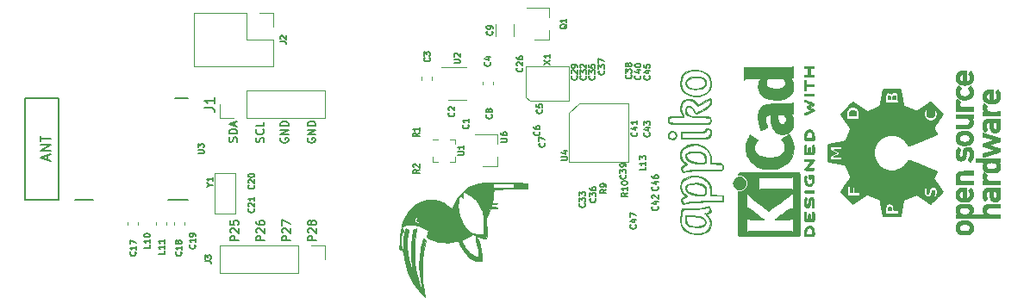
<source format=gto>
G04 #@! TF.GenerationSoftware,KiCad,Pcbnew,5.1.5-52549c5~84~ubuntu18.04.1*
G04 #@! TF.CreationDate,2020-01-10T15:39:39+05:30*
G04 #@! TF.ProjectId,senseEle_PCB_Antenna_rev2,73656e73-6545-46c6-955f-5043425f416e,rev?*
G04 #@! TF.SameCoordinates,Original*
G04 #@! TF.FileFunction,Legend,Top*
G04 #@! TF.FilePolarity,Positive*
%FSLAX46Y46*%
G04 Gerber Fmt 4.6, Leading zero omitted, Abs format (unit mm)*
G04 Created by KiCad (PCBNEW 5.1.5-52549c5~84~ubuntu18.04.1) date 2020-01-10 15:39:39*
%MOMM*%
%LPD*%
G04 APERTURE LIST*
%ADD10C,0.200000*%
%ADD11C,0.010000*%
%ADD12C,0.120000*%
%ADD13C,0.150000*%
G04 APERTURE END LIST*
D10*
X13650000Y-31309523D02*
X13611904Y-31385714D01*
X13611904Y-31500000D01*
X13650000Y-31614285D01*
X13726190Y-31690476D01*
X13802380Y-31728571D01*
X13954761Y-31766666D01*
X14069047Y-31766666D01*
X14221428Y-31728571D01*
X14297619Y-31690476D01*
X14373809Y-31614285D01*
X14411904Y-31500000D01*
X14411904Y-31423809D01*
X14373809Y-31309523D01*
X14335714Y-31271428D01*
X14069047Y-31271428D01*
X14069047Y-31423809D01*
X14411904Y-30928571D02*
X13611904Y-30928571D01*
X14411904Y-30471428D01*
X13611904Y-30471428D01*
X14411904Y-30090476D02*
X13611904Y-30090476D01*
X13611904Y-29900000D01*
X13650000Y-29785714D01*
X13726190Y-29709523D01*
X13802380Y-29671428D01*
X13954761Y-29633333D01*
X14069047Y-29633333D01*
X14221428Y-29671428D01*
X14297619Y-29709523D01*
X14373809Y-29785714D01*
X14411904Y-29900000D01*
X14411904Y-30090476D01*
X11000000Y-31309523D02*
X10961904Y-31385714D01*
X10961904Y-31500000D01*
X11000000Y-31614285D01*
X11076190Y-31690476D01*
X11152380Y-31728571D01*
X11304761Y-31766666D01*
X11419047Y-31766666D01*
X11571428Y-31728571D01*
X11647619Y-31690476D01*
X11723809Y-31614285D01*
X11761904Y-31500000D01*
X11761904Y-31423809D01*
X11723809Y-31309523D01*
X11685714Y-31271428D01*
X11419047Y-31271428D01*
X11419047Y-31423809D01*
X11761904Y-30928571D02*
X10961904Y-30928571D01*
X11761904Y-30471428D01*
X10961904Y-30471428D01*
X11761904Y-30090476D02*
X10961904Y-30090476D01*
X10961904Y-29900000D01*
X11000000Y-29785714D01*
X11076190Y-29709523D01*
X11152380Y-29671428D01*
X11304761Y-29633333D01*
X11419047Y-29633333D01*
X11571428Y-29671428D01*
X11647619Y-29709523D01*
X11723809Y-29785714D01*
X11761904Y-29900000D01*
X11761904Y-30090476D01*
X14481904Y-41371428D02*
X13681904Y-41371428D01*
X13681904Y-41066666D01*
X13720000Y-40990476D01*
X13758095Y-40952380D01*
X13834285Y-40914285D01*
X13948571Y-40914285D01*
X14024761Y-40952380D01*
X14062857Y-40990476D01*
X14100952Y-41066666D01*
X14100952Y-41371428D01*
X13758095Y-40609523D02*
X13720000Y-40571428D01*
X13681904Y-40495238D01*
X13681904Y-40304761D01*
X13720000Y-40228571D01*
X13758095Y-40190476D01*
X13834285Y-40152380D01*
X13910476Y-40152380D01*
X14024761Y-40190476D01*
X14481904Y-40647619D01*
X14481904Y-40152380D01*
X14024761Y-39695238D02*
X13986666Y-39771428D01*
X13948571Y-39809523D01*
X13872380Y-39847619D01*
X13834285Y-39847619D01*
X13758095Y-39809523D01*
X13720000Y-39771428D01*
X13681904Y-39695238D01*
X13681904Y-39542857D01*
X13720000Y-39466666D01*
X13758095Y-39428571D01*
X13834285Y-39390476D01*
X13872380Y-39390476D01*
X13948571Y-39428571D01*
X13986666Y-39466666D01*
X14024761Y-39542857D01*
X14024761Y-39695238D01*
X14062857Y-39771428D01*
X14100952Y-39809523D01*
X14177142Y-39847619D01*
X14329523Y-39847619D01*
X14405714Y-39809523D01*
X14443809Y-39771428D01*
X14481904Y-39695238D01*
X14481904Y-39542857D01*
X14443809Y-39466666D01*
X14405714Y-39428571D01*
X14329523Y-39390476D01*
X14177142Y-39390476D01*
X14100952Y-39428571D01*
X14062857Y-39466666D01*
X14024761Y-39542857D01*
X11941904Y-41371428D02*
X11141904Y-41371428D01*
X11141904Y-41066666D01*
X11180000Y-40990476D01*
X11218095Y-40952380D01*
X11294285Y-40914285D01*
X11408571Y-40914285D01*
X11484761Y-40952380D01*
X11522857Y-40990476D01*
X11560952Y-41066666D01*
X11560952Y-41371428D01*
X11218095Y-40609523D02*
X11180000Y-40571428D01*
X11141904Y-40495238D01*
X11141904Y-40304761D01*
X11180000Y-40228571D01*
X11218095Y-40190476D01*
X11294285Y-40152380D01*
X11370476Y-40152380D01*
X11484761Y-40190476D01*
X11941904Y-40647619D01*
X11941904Y-40152380D01*
X11141904Y-39885714D02*
X11141904Y-39352380D01*
X11941904Y-39695238D01*
X9401904Y-41371428D02*
X8601904Y-41371428D01*
X8601904Y-41066666D01*
X8640000Y-40990476D01*
X8678095Y-40952380D01*
X8754285Y-40914285D01*
X8868571Y-40914285D01*
X8944761Y-40952380D01*
X8982857Y-40990476D01*
X9020952Y-41066666D01*
X9020952Y-41371428D01*
X8678095Y-40609523D02*
X8640000Y-40571428D01*
X8601904Y-40495238D01*
X8601904Y-40304761D01*
X8640000Y-40228571D01*
X8678095Y-40190476D01*
X8754285Y-40152380D01*
X8830476Y-40152380D01*
X8944761Y-40190476D01*
X9401904Y-40647619D01*
X9401904Y-40152380D01*
X8601904Y-39466666D02*
X8601904Y-39619047D01*
X8640000Y-39695238D01*
X8678095Y-39733333D01*
X8792380Y-39809523D01*
X8944761Y-39847619D01*
X9249523Y-39847619D01*
X9325714Y-39809523D01*
X9363809Y-39771428D01*
X9401904Y-39695238D01*
X9401904Y-39542857D01*
X9363809Y-39466666D01*
X9325714Y-39428571D01*
X9249523Y-39390476D01*
X9059047Y-39390476D01*
X8982857Y-39428571D01*
X8944761Y-39466666D01*
X8906666Y-39542857D01*
X8906666Y-39695238D01*
X8944761Y-39771428D01*
X8982857Y-39809523D01*
X9059047Y-39847619D01*
X6861904Y-41371428D02*
X6061904Y-41371428D01*
X6061904Y-41066666D01*
X6100000Y-40990476D01*
X6138095Y-40952380D01*
X6214285Y-40914285D01*
X6328571Y-40914285D01*
X6404761Y-40952380D01*
X6442857Y-40990476D01*
X6480952Y-41066666D01*
X6480952Y-41371428D01*
X6138095Y-40609523D02*
X6100000Y-40571428D01*
X6061904Y-40495238D01*
X6061904Y-40304761D01*
X6100000Y-40228571D01*
X6138095Y-40190476D01*
X6214285Y-40152380D01*
X6290476Y-40152380D01*
X6404761Y-40190476D01*
X6861904Y-40647619D01*
X6861904Y-40152380D01*
X6061904Y-39428571D02*
X6061904Y-39809523D01*
X6442857Y-39847619D01*
X6404761Y-39809523D01*
X6366666Y-39733333D01*
X6366666Y-39542857D01*
X6404761Y-39466666D01*
X6442857Y-39428571D01*
X6519047Y-39390476D01*
X6709523Y-39390476D01*
X6785714Y-39428571D01*
X6823809Y-39466666D01*
X6861904Y-39542857D01*
X6861904Y-39733333D01*
X6823809Y-39809523D01*
X6785714Y-39847619D01*
X6673809Y-31671428D02*
X6711904Y-31557142D01*
X6711904Y-31366666D01*
X6673809Y-31290476D01*
X6635714Y-31252380D01*
X6559523Y-31214285D01*
X6483333Y-31214285D01*
X6407142Y-31252380D01*
X6369047Y-31290476D01*
X6330952Y-31366666D01*
X6292857Y-31519047D01*
X6254761Y-31595238D01*
X6216666Y-31633333D01*
X6140476Y-31671428D01*
X6064285Y-31671428D01*
X5988095Y-31633333D01*
X5950000Y-31595238D01*
X5911904Y-31519047D01*
X5911904Y-31328571D01*
X5950000Y-31214285D01*
X6711904Y-30871428D02*
X5911904Y-30871428D01*
X5911904Y-30680952D01*
X5950000Y-30566666D01*
X6026190Y-30490476D01*
X6102380Y-30452380D01*
X6254761Y-30414285D01*
X6369047Y-30414285D01*
X6521428Y-30452380D01*
X6597619Y-30490476D01*
X6673809Y-30566666D01*
X6711904Y-30680952D01*
X6711904Y-30871428D01*
X6483333Y-30109523D02*
X6483333Y-29728571D01*
X6711904Y-30185714D02*
X5911904Y-29919047D01*
X6711904Y-29652380D01*
X9323809Y-31702380D02*
X9361904Y-31588095D01*
X9361904Y-31397619D01*
X9323809Y-31321428D01*
X9285714Y-31283333D01*
X9209523Y-31245238D01*
X9133333Y-31245238D01*
X9057142Y-31283333D01*
X9019047Y-31321428D01*
X8980952Y-31397619D01*
X8942857Y-31550000D01*
X8904761Y-31626190D01*
X8866666Y-31664285D01*
X8790476Y-31702380D01*
X8714285Y-31702380D01*
X8638095Y-31664285D01*
X8600000Y-31626190D01*
X8561904Y-31550000D01*
X8561904Y-31359523D01*
X8600000Y-31245238D01*
X9285714Y-30445238D02*
X9323809Y-30483333D01*
X9361904Y-30597619D01*
X9361904Y-30673809D01*
X9323809Y-30788095D01*
X9247619Y-30864285D01*
X9171428Y-30902380D01*
X9019047Y-30940476D01*
X8904761Y-30940476D01*
X8752380Y-30902380D01*
X8676190Y-30864285D01*
X8600000Y-30788095D01*
X8561904Y-30673809D01*
X8561904Y-30597619D01*
X8600000Y-30483333D01*
X8638095Y-30445238D01*
X9361904Y-29721428D02*
X9361904Y-30102380D01*
X8561904Y-30102380D01*
D11*
G36*
X66689229Y-28435271D02*
G01*
X66710542Y-28412547D01*
X66722794Y-28417209D01*
X66723000Y-28420168D01*
X66707966Y-28438071D01*
X66698563Y-28444605D01*
X66684079Y-28447100D01*
X66689229Y-28435271D01*
G37*
X66689229Y-28435271D02*
X66710542Y-28412547D01*
X66722794Y-28417209D01*
X66723000Y-28420168D01*
X66707966Y-28438071D01*
X66698563Y-28444605D01*
X66684079Y-28447100D01*
X66689229Y-28435271D01*
G36*
X66797084Y-28326167D02*
G01*
X66807667Y-28336750D01*
X66797084Y-28347333D01*
X66786500Y-28336750D01*
X66797084Y-28326167D01*
G37*
X66797084Y-28326167D02*
X66807667Y-28336750D01*
X66797084Y-28347333D01*
X66786500Y-28336750D01*
X66797084Y-28326167D01*
G36*
X67537917Y-28326167D02*
G01*
X67548500Y-28336750D01*
X67537917Y-28347333D01*
X67527334Y-28336750D01*
X67537917Y-28326167D01*
G37*
X67537917Y-28326167D02*
X67548500Y-28336750D01*
X67537917Y-28347333D01*
X67527334Y-28336750D01*
X67537917Y-28326167D01*
G36*
X66794084Y-28861766D02*
G01*
X66800088Y-28816128D01*
X66808339Y-28802832D01*
X66816727Y-28794267D01*
X66812942Y-28767386D01*
X66809578Y-28735931D01*
X66827220Y-28737939D01*
X66828770Y-28738877D01*
X66846493Y-28744574D01*
X66840470Y-28730037D01*
X66842208Y-28698228D01*
X66867953Y-28658538D01*
X66905189Y-28624487D01*
X66941398Y-28609598D01*
X66950625Y-28611051D01*
X66968638Y-28610117D01*
X66964044Y-28597494D01*
X66963341Y-28581838D01*
X66984111Y-28586489D01*
X67013519Y-28590239D01*
X67019334Y-28583311D01*
X67038721Y-28575753D01*
X67089882Y-28571243D01*
X67162312Y-28570631D01*
X67172792Y-28570883D01*
X67268515Y-28573736D01*
X67329019Y-28576685D01*
X67361405Y-28580966D01*
X67372772Y-28587816D01*
X67370219Y-28598469D01*
X67366562Y-28604604D01*
X67363955Y-28618989D01*
X67377463Y-28612970D01*
X67409272Y-28614708D01*
X67448963Y-28640453D01*
X67483013Y-28677689D01*
X67497902Y-28713898D01*
X67496450Y-28723125D01*
X67497415Y-28741146D01*
X67509744Y-28736706D01*
X67525538Y-28737792D01*
X67522058Y-28767386D01*
X67518850Y-28798704D01*
X67526662Y-28802832D01*
X67535038Y-28816661D01*
X67540990Y-28862763D01*
X67543209Y-28929803D01*
X67543209Y-29067000D01*
X67462455Y-29067000D01*
X67462455Y-28680811D01*
X67463834Y-28677915D01*
X67448933Y-28658599D01*
X67442667Y-28654250D01*
X67422878Y-28648856D01*
X67421500Y-28651752D01*
X67436401Y-28671068D01*
X67442667Y-28675417D01*
X67462455Y-28680811D01*
X67462455Y-29067000D01*
X66877234Y-29067000D01*
X66877234Y-28682588D01*
X66889063Y-28677438D01*
X66911786Y-28656125D01*
X66907125Y-28643873D01*
X66904166Y-28643667D01*
X66886263Y-28658701D01*
X66879729Y-28668104D01*
X66877234Y-28682588D01*
X66877234Y-29067000D01*
X66791792Y-29067000D01*
X66791792Y-28929803D01*
X66794084Y-28861766D01*
G37*
X66794084Y-28861766D02*
X66800088Y-28816128D01*
X66808339Y-28802832D01*
X66816727Y-28794267D01*
X66812942Y-28767386D01*
X66809578Y-28735931D01*
X66827220Y-28737939D01*
X66828770Y-28738877D01*
X66846493Y-28744574D01*
X66840470Y-28730037D01*
X66842208Y-28698228D01*
X66867953Y-28658538D01*
X66905189Y-28624487D01*
X66941398Y-28609598D01*
X66950625Y-28611051D01*
X66968638Y-28610117D01*
X66964044Y-28597494D01*
X66963341Y-28581838D01*
X66984111Y-28586489D01*
X67013519Y-28590239D01*
X67019334Y-28583311D01*
X67038721Y-28575753D01*
X67089882Y-28571243D01*
X67162312Y-28570631D01*
X67172792Y-28570883D01*
X67268515Y-28573736D01*
X67329019Y-28576685D01*
X67361405Y-28580966D01*
X67372772Y-28587816D01*
X67370219Y-28598469D01*
X67366562Y-28604604D01*
X67363955Y-28618989D01*
X67377463Y-28612970D01*
X67409272Y-28614708D01*
X67448963Y-28640453D01*
X67483013Y-28677689D01*
X67497902Y-28713898D01*
X67496450Y-28723125D01*
X67497415Y-28741146D01*
X67509744Y-28736706D01*
X67525538Y-28737792D01*
X67522058Y-28767386D01*
X67518850Y-28798704D01*
X67526662Y-28802832D01*
X67535038Y-28816661D01*
X67540990Y-28862763D01*
X67543209Y-28929803D01*
X67543209Y-29067000D01*
X67462455Y-29067000D01*
X67462455Y-28680811D01*
X67463834Y-28677915D01*
X67448933Y-28658599D01*
X67442667Y-28654250D01*
X67422878Y-28648856D01*
X67421500Y-28651752D01*
X67436401Y-28671068D01*
X67442667Y-28675417D01*
X67462455Y-28680811D01*
X67462455Y-29067000D01*
X66877234Y-29067000D01*
X66877234Y-28682588D01*
X66889063Y-28677438D01*
X66911786Y-28656125D01*
X66907125Y-28643873D01*
X66904166Y-28643667D01*
X66886263Y-28658701D01*
X66879729Y-28668104D01*
X66877234Y-28682588D01*
X66877234Y-29067000D01*
X66791792Y-29067000D01*
X66791792Y-28929803D01*
X66794084Y-28861766D01*
G36*
X67625673Y-28417474D02*
G01*
X67633167Y-28421417D01*
X67653381Y-28441360D01*
X67654334Y-28445082D01*
X67640661Y-28446526D01*
X67633167Y-28442583D01*
X67612953Y-28422640D01*
X67612000Y-28418918D01*
X67625673Y-28417474D01*
G37*
X67625673Y-28417474D02*
X67633167Y-28421417D01*
X67653381Y-28441360D01*
X67654334Y-28445082D01*
X67640661Y-28446526D01*
X67633167Y-28442583D01*
X67612953Y-28422640D01*
X67612000Y-28418918D01*
X67625673Y-28417474D01*
G36*
X70600157Y-27309436D02*
G01*
X70604617Y-27233442D01*
X70613733Y-27174848D01*
X70625572Y-27145831D01*
X70626162Y-27145401D01*
X70666250Y-27133592D01*
X70727105Y-27128667D01*
X70789696Y-27130758D01*
X70834990Y-27139996D01*
X70842018Y-27143910D01*
X70853992Y-27172769D01*
X70863295Y-27231447D01*
X70867969Y-27307439D01*
X70868022Y-27310110D01*
X70870760Y-27458333D01*
X70597407Y-27458333D01*
X70600157Y-27309436D01*
G37*
X70600157Y-27309436D02*
X70604617Y-27233442D01*
X70613733Y-27174848D01*
X70625572Y-27145831D01*
X70626162Y-27145401D01*
X70666250Y-27133592D01*
X70727105Y-27128667D01*
X70789696Y-27130758D01*
X70834990Y-27139996D01*
X70842018Y-27143910D01*
X70853992Y-27172769D01*
X70863295Y-27231447D01*
X70867969Y-27307439D01*
X70868022Y-27310110D01*
X70870760Y-27458333D01*
X70597407Y-27458333D01*
X70600157Y-27309436D01*
G36*
X71086742Y-27299959D02*
G01*
X71092597Y-27200946D01*
X71109017Y-27137016D01*
X71141063Y-27101280D01*
X71193797Y-27086849D01*
X71244135Y-27085691D01*
X71312966Y-27092246D01*
X71357326Y-27112707D01*
X71382645Y-27154649D01*
X71394354Y-27225650D01*
X71397416Y-27299504D01*
X71400435Y-27458333D01*
X71371675Y-27458333D01*
X71371675Y-27162000D01*
X71378011Y-27151704D01*
X71350820Y-27123566D01*
X71342625Y-27116967D01*
X71317553Y-27098661D01*
X71322809Y-27109622D01*
X71334634Y-27124958D01*
X71360745Y-27154273D01*
X71371675Y-27162000D01*
X71371675Y-27458333D01*
X71104661Y-27458333D01*
X71104661Y-27160614D01*
X71115622Y-27155358D01*
X71130959Y-27143533D01*
X71163866Y-27112638D01*
X71163723Y-27098848D01*
X71160009Y-27098500D01*
X71142340Y-27112965D01*
X71122967Y-27135542D01*
X71104661Y-27160614D01*
X71104661Y-27458333D01*
X71083732Y-27458333D01*
X71086742Y-27299959D01*
G37*
X71086742Y-27299959D02*
X71092597Y-27200946D01*
X71109017Y-27137016D01*
X71141063Y-27101280D01*
X71193797Y-27086849D01*
X71244135Y-27085691D01*
X71312966Y-27092246D01*
X71357326Y-27112707D01*
X71382645Y-27154649D01*
X71394354Y-27225650D01*
X71397416Y-27299504D01*
X71400435Y-27458333D01*
X71371675Y-27458333D01*
X71371675Y-27162000D01*
X71378011Y-27151704D01*
X71350820Y-27123566D01*
X71342625Y-27116967D01*
X71317553Y-27098661D01*
X71322809Y-27109622D01*
X71334634Y-27124958D01*
X71360745Y-27154273D01*
X71371675Y-27162000D01*
X71371675Y-27458333D01*
X71104661Y-27458333D01*
X71104661Y-27160614D01*
X71115622Y-27155358D01*
X71130959Y-27143533D01*
X71163866Y-27112638D01*
X71163723Y-27098848D01*
X71160009Y-27098500D01*
X71142340Y-27112965D01*
X71122967Y-27135542D01*
X71104661Y-27160614D01*
X71104661Y-27458333D01*
X71083732Y-27458333D01*
X71086742Y-27299959D01*
G36*
X71517250Y-26865667D02*
G01*
X71527834Y-26876250D01*
X71517250Y-26886833D01*
X71506667Y-26876250D01*
X71517250Y-26865667D01*
G37*
X71517250Y-26865667D02*
X71527834Y-26876250D01*
X71517250Y-26886833D01*
X71506667Y-26876250D01*
X71517250Y-26865667D01*
G36*
X70621486Y-38283903D02*
G01*
X70628105Y-38187341D01*
X70645452Y-38125215D01*
X70679373Y-38089915D01*
X70735715Y-38073825D01*
X70785683Y-38070113D01*
X70858428Y-38073708D01*
X70906691Y-38095122D01*
X70935467Y-38140901D01*
X70949750Y-38217590D01*
X70953723Y-38290375D01*
X70957450Y-38422667D01*
X70903417Y-38422667D01*
X70903417Y-38126333D01*
X70914000Y-38115750D01*
X70903417Y-38105167D01*
X70892834Y-38115750D01*
X70903417Y-38126333D01*
X70903417Y-38422667D01*
X70670584Y-38422667D01*
X70670584Y-38126333D01*
X70681167Y-38115750D01*
X70670584Y-38105167D01*
X70660000Y-38115750D01*
X70670584Y-38126333D01*
X70670584Y-38422667D01*
X70617663Y-38422667D01*
X70621486Y-38283903D01*
G37*
X70621486Y-38283903D02*
X70628105Y-38187341D01*
X70645452Y-38125215D01*
X70679373Y-38089915D01*
X70735715Y-38073825D01*
X70785683Y-38070113D01*
X70858428Y-38073708D01*
X70906691Y-38095122D01*
X70935467Y-38140901D01*
X70949750Y-38217590D01*
X70953723Y-38290375D01*
X70957450Y-38422667D01*
X70903417Y-38422667D01*
X70903417Y-38126333D01*
X70914000Y-38115750D01*
X70903417Y-38105167D01*
X70892834Y-38115750D01*
X70903417Y-38126333D01*
X70903417Y-38422667D01*
X70670584Y-38422667D01*
X70670584Y-38126333D01*
X70681167Y-38115750D01*
X70670584Y-38105167D01*
X70660000Y-38115750D01*
X70670584Y-38126333D01*
X70670584Y-38422667D01*
X70617663Y-38422667D01*
X70621486Y-38283903D01*
G36*
X74332955Y-29369976D02*
G01*
X74348292Y-29381800D01*
X74381199Y-29412695D01*
X74381056Y-29426486D01*
X74377342Y-29426833D01*
X74359673Y-29412369D01*
X74340300Y-29389792D01*
X74321994Y-29364720D01*
X74332955Y-29369976D01*
G37*
X74332955Y-29369976D02*
X74348292Y-29381800D01*
X74381199Y-29412695D01*
X74381056Y-29426486D01*
X74377342Y-29426833D01*
X74359673Y-29412369D01*
X74340300Y-29389792D01*
X74321994Y-29364720D01*
X74332955Y-29369976D01*
G36*
X75238643Y-29415712D02*
G01*
X75250467Y-29400375D01*
X75276578Y-29371060D01*
X75287509Y-29363333D01*
X75293844Y-29373630D01*
X75266654Y-29401768D01*
X75258459Y-29408367D01*
X75233387Y-29426673D01*
X75238643Y-29415712D01*
G37*
X75238643Y-29415712D02*
X75250467Y-29400375D01*
X75276578Y-29371060D01*
X75287509Y-29363333D01*
X75293844Y-29373630D01*
X75266654Y-29401768D01*
X75258459Y-29408367D01*
X75233387Y-29426673D01*
X75238643Y-29415712D01*
G36*
X77701006Y-25602308D02*
G01*
X77708500Y-25606250D01*
X77728714Y-25626194D01*
X77729667Y-25629915D01*
X77715994Y-25631359D01*
X77708500Y-25627417D01*
X77688286Y-25607473D01*
X77687334Y-25603752D01*
X77701006Y-25602308D01*
G37*
X77701006Y-25602308D02*
X77708500Y-25606250D01*
X77728714Y-25626194D01*
X77729667Y-25629915D01*
X77715994Y-25631359D01*
X77708500Y-25627417D01*
X77688286Y-25607473D01*
X77687334Y-25603752D01*
X77701006Y-25602308D01*
G36*
X77761417Y-25087667D02*
G01*
X77772000Y-25098250D01*
X77761417Y-25108833D01*
X77750834Y-25098250D01*
X77761417Y-25087667D01*
G37*
X77761417Y-25087667D02*
X77772000Y-25098250D01*
X77761417Y-25108833D01*
X77750834Y-25098250D01*
X77761417Y-25087667D01*
G36*
X77719622Y-31528976D02*
G01*
X77734959Y-31540800D01*
X77767866Y-31571695D01*
X77767723Y-31585486D01*
X77764009Y-31585833D01*
X77746340Y-31571369D01*
X77726967Y-31548792D01*
X77708661Y-31523720D01*
X77719622Y-31528976D01*
G37*
X77719622Y-31528976D02*
X77734959Y-31540800D01*
X77767866Y-31571695D01*
X77767723Y-31585486D01*
X77764009Y-31585833D01*
X77746340Y-31571369D01*
X77726967Y-31548792D01*
X77708661Y-31523720D01*
X77719622Y-31528976D01*
G36*
X78540643Y-31574712D02*
G01*
X78552467Y-31559375D01*
X78578578Y-31530060D01*
X78589509Y-31522333D01*
X78595844Y-31532630D01*
X78568654Y-31560768D01*
X78560459Y-31567367D01*
X78535387Y-31585673D01*
X78540643Y-31574712D01*
G37*
X78540643Y-31574712D02*
X78552467Y-31559375D01*
X78578578Y-31530060D01*
X78589509Y-31522333D01*
X78595844Y-31532630D01*
X78568654Y-31560768D01*
X78560459Y-31567367D01*
X78535387Y-31585673D01*
X78540643Y-31574712D01*
G36*
X77676750Y-37046833D02*
G01*
X77687334Y-37057417D01*
X77676750Y-37068000D01*
X77666167Y-37057417D01*
X77676750Y-37046833D01*
G37*
X77676750Y-37046833D02*
X77687334Y-37057417D01*
X77676750Y-37068000D01*
X77666167Y-37057417D01*
X77676750Y-37046833D01*
G36*
X77695896Y-36626771D02*
G01*
X77717208Y-36604047D01*
X77729461Y-36608709D01*
X77729667Y-36611668D01*
X77714633Y-36629571D01*
X77705230Y-36636105D01*
X77690745Y-36638600D01*
X77695896Y-36626771D01*
G37*
X77695896Y-36626771D02*
X77717208Y-36604047D01*
X77729461Y-36608709D01*
X77729667Y-36611668D01*
X77714633Y-36629571D01*
X77705230Y-36636105D01*
X77690745Y-36638600D01*
X77695896Y-36626771D01*
G36*
X77717062Y-39865271D02*
G01*
X77736738Y-39842726D01*
X77741499Y-39840833D01*
X77750199Y-39850879D01*
X77730705Y-39871793D01*
X77726396Y-39874605D01*
X77711912Y-39877100D01*
X77717062Y-39865271D01*
G37*
X77717062Y-39865271D02*
X77736738Y-39842726D01*
X77741499Y-39840833D01*
X77750199Y-39850879D01*
X77730705Y-39871793D01*
X77726396Y-39874605D01*
X77711912Y-39877100D01*
X77717062Y-39865271D01*
G36*
X78568839Y-39847474D02*
G01*
X78576334Y-39851417D01*
X78596548Y-39871360D01*
X78597500Y-39875082D01*
X78583828Y-39876526D01*
X78576334Y-39872583D01*
X78556119Y-39852640D01*
X78555167Y-39848918D01*
X78568839Y-39847474D01*
G37*
X78568839Y-39847474D02*
X78576334Y-39851417D01*
X78596548Y-39871360D01*
X78597500Y-39875082D01*
X78583828Y-39876526D01*
X78576334Y-39872583D01*
X78556119Y-39852640D01*
X78555167Y-39848918D01*
X78568839Y-39847474D01*
G36*
X80341729Y-26974771D02*
G01*
X80363042Y-26952047D01*
X80375294Y-26956709D01*
X80375500Y-26959668D01*
X80360466Y-26977571D01*
X80351063Y-26984105D01*
X80336579Y-26986600D01*
X80341729Y-26974771D01*
G37*
X80341729Y-26974771D02*
X80363042Y-26952047D01*
X80375294Y-26956709D01*
X80375500Y-26959668D01*
X80360466Y-26977571D01*
X80351063Y-26984105D01*
X80336579Y-26986600D01*
X80341729Y-26974771D01*
G36*
X80999917Y-30358167D02*
G01*
X81010500Y-30368750D01*
X80999917Y-30379333D01*
X80989334Y-30368750D01*
X80999917Y-30358167D01*
G37*
X80999917Y-30358167D02*
X81010500Y-30368750D01*
X80999917Y-30379333D01*
X80989334Y-30368750D01*
X80999917Y-30358167D01*
G36*
X81251896Y-30382604D02*
G01*
X81273208Y-30359881D01*
X81285461Y-30364542D01*
X81285667Y-30367501D01*
X81270633Y-30385404D01*
X81261230Y-30391938D01*
X81246745Y-30394433D01*
X81251896Y-30382604D01*
G37*
X81251896Y-30382604D02*
X81273208Y-30359881D01*
X81285461Y-30364542D01*
X81285667Y-30367501D01*
X81270633Y-30385404D01*
X81261230Y-30391938D01*
X81246745Y-30394433D01*
X81251896Y-30382604D01*
G36*
X80343750Y-33808333D02*
G01*
X80354334Y-33818917D01*
X80343750Y-33829500D01*
X80333167Y-33818917D01*
X80343750Y-33808333D01*
G37*
X80343750Y-33808333D02*
X80354334Y-33818917D01*
X80343750Y-33829500D01*
X80333167Y-33818917D01*
X80343750Y-33808333D01*
G36*
X81235839Y-33772641D02*
G01*
X81243334Y-33776583D01*
X81263548Y-33796527D01*
X81264500Y-33800249D01*
X81250828Y-33801693D01*
X81243334Y-33797750D01*
X81223119Y-33777807D01*
X81222167Y-33774085D01*
X81235839Y-33772641D01*
G37*
X81235839Y-33772641D02*
X81243334Y-33776583D01*
X81263548Y-33796527D01*
X81264500Y-33800249D01*
X81250828Y-33801693D01*
X81243334Y-33797750D01*
X81223119Y-33777807D01*
X81222167Y-33774085D01*
X81235839Y-33772641D01*
G36*
X81230729Y-34234937D02*
G01*
X81252042Y-34212214D01*
X81264294Y-34216875D01*
X81264500Y-34219834D01*
X81249466Y-34237737D01*
X81240063Y-34244271D01*
X81225579Y-34246766D01*
X81230729Y-34234937D01*
G37*
X81230729Y-34234937D02*
X81252042Y-34212214D01*
X81264294Y-34216875D01*
X81264500Y-34219834D01*
X81249466Y-34237737D01*
X81240063Y-34244271D01*
X81225579Y-34246766D01*
X81230729Y-34234937D01*
G36*
X81275084Y-36581167D02*
G01*
X81285667Y-36591750D01*
X81275084Y-36602333D01*
X81264500Y-36591750D01*
X81275084Y-36581167D01*
G37*
X81275084Y-36581167D02*
X81285667Y-36591750D01*
X81275084Y-36602333D01*
X81264500Y-36591750D01*
X81275084Y-36581167D01*
G36*
X77719084Y-38211000D02*
G01*
X77729667Y-38221583D01*
X77719084Y-38232167D01*
X77708500Y-38221583D01*
X77719084Y-38211000D01*
G37*
X77719084Y-38211000D02*
X77729667Y-38221583D01*
X77719084Y-38232167D01*
X77708500Y-38221583D01*
X77719084Y-38211000D01*
G36*
X78586917Y-38211000D02*
G01*
X78597500Y-38221583D01*
X78586917Y-38232167D01*
X78576334Y-38221583D01*
X78586917Y-38211000D01*
G37*
X78586917Y-38211000D02*
X78597500Y-38221583D01*
X78586917Y-38232167D01*
X78576334Y-38221583D01*
X78586917Y-38211000D01*
G36*
X72152250Y-31416500D02*
G01*
X72162834Y-31427083D01*
X72152250Y-31437667D01*
X72141667Y-31427083D01*
X72152250Y-31416500D01*
G37*
X72152250Y-31416500D02*
X72162834Y-31427083D01*
X72152250Y-31437667D01*
X72141667Y-31427083D01*
X72152250Y-31416500D01*
G36*
X72152250Y-34041167D02*
G01*
X72162834Y-34051750D01*
X72152250Y-34062333D01*
X72141667Y-34051750D01*
X72152250Y-34041167D01*
G37*
X72152250Y-34041167D02*
X72162834Y-34051750D01*
X72152250Y-34062333D01*
X72141667Y-34051750D01*
X72152250Y-34041167D01*
G36*
X64733475Y-32525252D02*
G01*
X64733997Y-32349602D01*
X64735049Y-32208652D01*
X64736779Y-32098584D01*
X64739336Y-32015581D01*
X64742867Y-31955827D01*
X64747522Y-31915505D01*
X64753449Y-31890799D01*
X64760796Y-31877890D01*
X64766994Y-31873779D01*
X64808590Y-31869762D01*
X64823181Y-31874785D01*
X64835427Y-31875527D01*
X64828847Y-31861427D01*
X64826815Y-31843730D01*
X64856908Y-31841241D01*
X64878493Y-31843907D01*
X64924008Y-31845163D01*
X64944860Y-31835037D01*
X64945000Y-31833765D01*
X64963025Y-31822450D01*
X65006471Y-31822886D01*
X65007382Y-31823018D01*
X65048314Y-31823989D01*
X65057574Y-31812470D01*
X65057292Y-31811993D01*
X65065739Y-31800339D01*
X65106554Y-31800897D01*
X65110209Y-31801410D01*
X65152872Y-31802842D01*
X65163742Y-31791947D01*
X65163126Y-31790826D01*
X65171642Y-31779238D01*
X65212683Y-31779784D01*
X65217160Y-31780407D01*
X65262675Y-31781663D01*
X65283527Y-31771537D01*
X65283667Y-31770265D01*
X65301692Y-31758950D01*
X65345138Y-31759386D01*
X65346049Y-31759518D01*
X65386981Y-31760489D01*
X65396240Y-31748970D01*
X65395959Y-31748493D01*
X65404406Y-31736839D01*
X65445220Y-31737397D01*
X65448876Y-31737910D01*
X65491538Y-31739342D01*
X65502409Y-31728447D01*
X65501792Y-31727326D01*
X65510309Y-31715738D01*
X65551350Y-31716284D01*
X65555827Y-31716907D01*
X65601342Y-31718163D01*
X65622194Y-31708037D01*
X65622333Y-31706765D01*
X65640359Y-31695450D01*
X65683805Y-31695886D01*
X65684716Y-31696018D01*
X65725648Y-31696989D01*
X65734907Y-31685470D01*
X65734626Y-31684993D01*
X65743142Y-31673405D01*
X65784183Y-31673951D01*
X65788660Y-31674574D01*
X65834175Y-31675830D01*
X65855027Y-31665704D01*
X65855167Y-31664432D01*
X65873192Y-31653117D01*
X65916638Y-31653553D01*
X65917549Y-31653684D01*
X65958481Y-31654655D01*
X65967740Y-31643136D01*
X65967459Y-31642660D01*
X65975906Y-31631006D01*
X66016720Y-31631564D01*
X66020376Y-31632076D01*
X66063038Y-31633508D01*
X66073909Y-31622614D01*
X66073292Y-31621493D01*
X66081809Y-31609905D01*
X66122850Y-31610451D01*
X66127327Y-31611074D01*
X66172842Y-31612330D01*
X66193694Y-31602204D01*
X66193833Y-31600932D01*
X66211859Y-31589617D01*
X66255305Y-31590053D01*
X66256216Y-31590184D01*
X66296396Y-31591668D01*
X66308279Y-31582725D01*
X66307883Y-31582004D01*
X66315788Y-31567787D01*
X66336041Y-31564667D01*
X66383399Y-31552847D01*
X66419177Y-31533664D01*
X66457309Y-31515340D01*
X66477922Y-31517144D01*
X66483436Y-31513232D01*
X66477105Y-31491758D01*
X66471847Y-31464222D01*
X66486327Y-31467044D01*
X66501881Y-31467760D01*
X66496911Y-31445877D01*
X66492790Y-31421243D01*
X66511007Y-31426882D01*
X66529061Y-31432717D01*
X66523821Y-31419581D01*
X66516384Y-31384446D01*
X66524981Y-31346819D01*
X66543515Y-31323487D01*
X66558461Y-31324213D01*
X66571297Y-31325195D01*
X66566154Y-31313748D01*
X66559424Y-31280622D01*
X66566326Y-31242286D01*
X66581729Y-31216240D01*
X66595134Y-31214882D01*
X66610310Y-31209108D01*
X66611443Y-31199314D01*
X66613826Y-31137268D01*
X66625451Y-31107859D01*
X66635944Y-31108107D01*
X66652473Y-31103290D01*
X66653776Y-31093481D01*
X66656391Y-31030306D01*
X66669159Y-31002319D01*
X66680424Y-31003600D01*
X66692106Y-31000015D01*
X66687411Y-30980211D01*
X66683290Y-30955576D01*
X66701507Y-30961215D01*
X66719561Y-30967050D01*
X66714321Y-30953915D01*
X66707591Y-30920789D01*
X66714492Y-30882452D01*
X66729896Y-30856407D01*
X66743301Y-30855048D01*
X66758476Y-30849275D01*
X66759609Y-30839481D01*
X66761993Y-30777434D01*
X66773617Y-30748025D01*
X66784110Y-30748273D01*
X66800640Y-30743457D01*
X66801943Y-30733647D01*
X66804326Y-30671601D01*
X66815951Y-30642192D01*
X66826444Y-30642440D01*
X66842973Y-30637624D01*
X66844276Y-30627814D01*
X66846891Y-30564640D01*
X66859659Y-30536652D01*
X66870924Y-30537934D01*
X66882606Y-30534348D01*
X66877911Y-30514544D01*
X66874673Y-30490032D01*
X66883445Y-30490121D01*
X66897068Y-30481287D01*
X66905357Y-30444468D01*
X66907799Y-30393737D01*
X66903880Y-30343168D01*
X66893086Y-30306832D01*
X66890279Y-30302775D01*
X66876964Y-30268411D01*
X66880273Y-30254723D01*
X66877470Y-30227136D01*
X66868242Y-30218776D01*
X66853105Y-30216446D01*
X66859150Y-30233188D01*
X66858682Y-30239648D01*
X66837433Y-30217501D01*
X66831141Y-30210000D01*
X66818250Y-30191675D01*
X66818250Y-30167667D01*
X66828834Y-30157083D01*
X66818250Y-30146500D01*
X66807667Y-30157083D01*
X66818250Y-30167667D01*
X66818250Y-30191675D01*
X66793697Y-30156772D01*
X66782666Y-30114774D01*
X66783994Y-30098875D01*
X66770379Y-30087506D01*
X66760042Y-30088292D01*
X66739089Y-30076080D01*
X66736385Y-30057372D01*
X66727640Y-30028922D01*
X66715218Y-30025622D01*
X66696317Y-30012603D01*
X66694052Y-29993872D01*
X66685306Y-29965422D01*
X66672885Y-29962122D01*
X66654113Y-29949047D01*
X66651819Y-29929770D01*
X66646348Y-29904061D01*
X66637006Y-29903904D01*
X66615444Y-29897971D01*
X66595354Y-29868754D01*
X66586395Y-29834507D01*
X66591453Y-29817806D01*
X66591391Y-29810896D01*
X66580125Y-29816272D01*
X66556654Y-29814615D01*
X66549190Y-29779673D01*
X66551160Y-29760209D01*
X66537546Y-29748839D01*
X66527208Y-29749625D01*
X66506255Y-29737413D01*
X66503552Y-29718705D01*
X66494806Y-29690255D01*
X66482385Y-29686955D01*
X66463484Y-29673936D01*
X66461218Y-29655205D01*
X66452473Y-29626755D01*
X66440052Y-29623455D01*
X66421280Y-29610380D01*
X66418985Y-29591103D01*
X66413514Y-29565395D01*
X66404172Y-29565237D01*
X66383234Y-29558389D01*
X66361559Y-29529300D01*
X66350427Y-29496321D01*
X66353328Y-29482533D01*
X66351924Y-29477795D01*
X66348885Y-29479921D01*
X66329293Y-29472705D01*
X66310250Y-29450180D01*
X66310250Y-29426833D01*
X66320834Y-29416250D01*
X66310250Y-29405667D01*
X66299667Y-29416250D01*
X66310250Y-29426833D01*
X66310250Y-29450180D01*
X66302957Y-29441553D01*
X66279606Y-29401528D01*
X66268966Y-29367693D01*
X66270695Y-29358838D01*
X66265239Y-29346252D01*
X66253615Y-29346934D01*
X66231371Y-29335230D01*
X66228385Y-29316539D01*
X66219640Y-29288088D01*
X66207218Y-29284789D01*
X66188317Y-29271769D01*
X66186052Y-29253039D01*
X66177306Y-29224588D01*
X66164885Y-29221289D01*
X66144354Y-29208136D01*
X66140647Y-29190202D01*
X66130102Y-29149199D01*
X66121378Y-29137286D01*
X66112232Y-29136083D01*
X66118193Y-29151667D01*
X66117835Y-29159469D01*
X66096742Y-29138147D01*
X66090308Y-29130500D01*
X66077417Y-29112175D01*
X66077417Y-29088167D01*
X66088000Y-29077583D01*
X66077417Y-29067000D01*
X66066834Y-29077583D01*
X66077417Y-29088167D01*
X66077417Y-29112175D01*
X66052864Y-29077272D01*
X66041833Y-29035274D01*
X66043160Y-29019375D01*
X66029546Y-29008006D01*
X66019208Y-29008792D01*
X65997917Y-28994379D01*
X65985723Y-28952464D01*
X65986205Y-28934277D01*
X65993454Y-28912606D01*
X66006638Y-28890387D01*
X66013917Y-28897667D01*
X66024500Y-28887083D01*
X66015229Y-28877812D01*
X66039186Y-28846516D01*
X66083133Y-28795949D01*
X66144777Y-28729602D01*
X66226849Y-28644403D01*
X66332083Y-28537276D01*
X66463210Y-28405149D01*
X66546640Y-28321427D01*
X66717104Y-28151099D01*
X66859337Y-28010283D01*
X66974435Y-27897960D01*
X67063494Y-27813111D01*
X67127609Y-27754717D01*
X67167875Y-27721760D01*
X67185388Y-27713221D01*
X67181243Y-27728081D01*
X67177166Y-27734985D01*
X67173604Y-27752750D01*
X67197311Y-27747756D01*
X67236558Y-27745009D01*
X67277616Y-27757497D01*
X67304677Y-27778246D01*
X67305904Y-27795672D01*
X67313188Y-27809096D01*
X67331770Y-27810485D01*
X67360600Y-27819000D01*
X67364122Y-27831552D01*
X67377141Y-27850453D01*
X67395872Y-27852718D01*
X67423600Y-27863206D01*
X67426267Y-27877948D01*
X67430699Y-27896910D01*
X67438171Y-27895029D01*
X67464768Y-27897271D01*
X67503992Y-27916381D01*
X67540778Y-27942631D01*
X67560065Y-27966295D01*
X67559254Y-27973218D01*
X67559065Y-27979551D01*
X67561867Y-27977662D01*
X67588590Y-27977363D01*
X67622185Y-27994224D01*
X67644301Y-28016962D01*
X67644571Y-28028506D01*
X67651855Y-28041929D01*
X67670436Y-28043319D01*
X67699267Y-28051834D01*
X67702789Y-28064385D01*
X67715808Y-28083286D01*
X67734539Y-28085552D01*
X67762989Y-28094297D01*
X67766289Y-28106718D01*
X67779308Y-28125620D01*
X67798039Y-28127885D01*
X67826045Y-28137703D01*
X67828959Y-28151542D01*
X67833655Y-28174287D01*
X67839542Y-28175494D01*
X67881287Y-28178344D01*
X67928530Y-28205176D01*
X67950667Y-28222641D01*
X67977484Y-28247334D01*
X67976031Y-28252418D01*
X67971834Y-28250527D01*
X67952799Y-28245330D01*
X67957452Y-28253712D01*
X67992166Y-28270737D01*
X68010369Y-28272980D01*
X68038501Y-28284639D01*
X68041455Y-28297218D01*
X68054475Y-28316120D01*
X68073205Y-28318385D01*
X68101655Y-28327130D01*
X68104955Y-28339552D01*
X68117975Y-28358453D01*
X68136705Y-28360718D01*
X68164434Y-28371206D01*
X68167101Y-28385948D01*
X68171533Y-28404910D01*
X68179005Y-28403029D01*
X68205602Y-28405271D01*
X68244825Y-28424381D01*
X68281611Y-28450631D01*
X68300899Y-28474295D01*
X68300087Y-28481218D01*
X68299898Y-28487551D01*
X68302700Y-28485662D01*
X68329424Y-28485363D01*
X68363019Y-28502224D01*
X68385134Y-28524962D01*
X68385404Y-28536506D01*
X68392688Y-28549929D01*
X68411270Y-28551319D01*
X68440100Y-28559834D01*
X68443622Y-28572385D01*
X68456641Y-28591286D01*
X68475372Y-28593552D01*
X68503514Y-28603043D01*
X68506546Y-28616447D01*
X68516517Y-28632635D01*
X68536476Y-28628725D01*
X68559962Y-28626065D01*
X68559410Y-28634778D01*
X68568467Y-28648567D01*
X68606833Y-28654250D01*
X68646155Y-28649519D01*
X68656480Y-28638375D01*
X68665756Y-28624332D01*
X68708781Y-28617037D01*
X68749481Y-28616776D01*
X68765259Y-28604780D01*
X68761883Y-28595347D01*
X68763764Y-28582057D01*
X68784377Y-28586911D01*
X68809047Y-28590153D01*
X68807767Y-28579924D01*
X68814058Y-28561944D01*
X68857823Y-28553438D01*
X68897647Y-28553276D01*
X68913426Y-28541280D01*
X68910050Y-28531847D01*
X68911931Y-28518557D01*
X68932544Y-28523411D01*
X68957214Y-28526653D01*
X68955934Y-28516424D01*
X68962225Y-28498444D01*
X69005990Y-28489938D01*
X69045814Y-28489776D01*
X69061592Y-28477780D01*
X69058217Y-28468347D01*
X69060098Y-28455057D01*
X69080711Y-28459911D01*
X69105381Y-28463153D01*
X69104100Y-28452924D01*
X69110392Y-28434944D01*
X69154157Y-28426438D01*
X69193981Y-28426276D01*
X69209759Y-28414280D01*
X69206383Y-28404847D01*
X69208264Y-28391557D01*
X69228877Y-28396411D01*
X69253547Y-28399653D01*
X69252267Y-28389424D01*
X69258558Y-28371444D01*
X69302323Y-28362938D01*
X69342147Y-28362776D01*
X69359967Y-28353735D01*
X69358047Y-28347006D01*
X69367219Y-28329942D01*
X69402456Y-28311864D01*
X69447978Y-28298167D01*
X69488005Y-28294246D01*
X69501535Y-28297941D01*
X69513571Y-28297797D01*
X69509712Y-28289166D01*
X69517148Y-28269236D01*
X69550996Y-28248754D01*
X69595846Y-28233742D01*
X69636292Y-28230225D01*
X69649702Y-28234441D01*
X69661591Y-28234410D01*
X69656988Y-28224224D01*
X69662561Y-28201682D01*
X69695183Y-28187127D01*
X69745636Y-28165702D01*
X69772530Y-28144406D01*
X69801777Y-28124886D01*
X69815489Y-28126416D01*
X69824706Y-28120573D01*
X69820077Y-28101544D01*
X69816835Y-28076873D01*
X69827073Y-28078160D01*
X69839590Y-28070467D01*
X69838792Y-28028393D01*
X69838410Y-28025709D01*
X69836978Y-27983046D01*
X69847872Y-27972176D01*
X69848993Y-27972792D01*
X69860647Y-27964346D01*
X69860089Y-27923531D01*
X69859576Y-27919876D01*
X69858145Y-27877213D01*
X69869039Y-27866342D01*
X69870160Y-27866959D01*
X69881996Y-27858704D01*
X69881397Y-27818525D01*
X69881184Y-27817049D01*
X69880513Y-27773293D01*
X69891642Y-27754673D01*
X69891932Y-27754667D01*
X69902893Y-27736543D01*
X69902666Y-27692479D01*
X69902074Y-27688160D01*
X69900477Y-27644863D01*
X69911146Y-27633405D01*
X69912493Y-27634126D01*
X69924147Y-27625679D01*
X69923589Y-27584864D01*
X69923076Y-27581209D01*
X69921645Y-27538546D01*
X69932539Y-27527676D01*
X69933660Y-27528292D01*
X69945496Y-27520038D01*
X69944897Y-27479859D01*
X69944684Y-27478382D01*
X69944013Y-27434627D01*
X69955142Y-27416007D01*
X69955432Y-27416000D01*
X69966393Y-27397876D01*
X69966166Y-27353812D01*
X69965574Y-27349493D01*
X69963977Y-27306196D01*
X69974646Y-27294738D01*
X69975993Y-27295459D01*
X69987829Y-27287204D01*
X69987230Y-27247025D01*
X69987018Y-27245549D01*
X69986347Y-27201793D01*
X69997476Y-27183173D01*
X69997765Y-27183167D01*
X70008726Y-27165043D01*
X70008499Y-27120979D01*
X70007907Y-27116660D01*
X70006310Y-27073363D01*
X70016979Y-27061905D01*
X70018326Y-27062626D01*
X70029980Y-27054179D01*
X70029423Y-27013364D01*
X70028910Y-27009709D01*
X70027478Y-26967046D01*
X70038372Y-26956176D01*
X70039493Y-26956792D01*
X70051329Y-26948538D01*
X70050730Y-26908359D01*
X70050518Y-26906882D01*
X70049847Y-26863127D01*
X70060976Y-26844507D01*
X70061265Y-26844500D01*
X70072226Y-26826376D01*
X70071999Y-26782312D01*
X70071407Y-26777993D01*
X70069810Y-26734696D01*
X70080479Y-26723238D01*
X70081826Y-26723959D01*
X70093480Y-26715512D01*
X70092923Y-26674697D01*
X70092410Y-26671042D01*
X70090962Y-26627504D01*
X70102916Y-26618113D01*
X70103765Y-26618603D01*
X70116314Y-26611958D01*
X70114124Y-26576130D01*
X70112037Y-26537584D01*
X70127522Y-26535537D01*
X70142526Y-26535545D01*
X70137500Y-26513841D01*
X70134077Y-26487891D01*
X70160008Y-26491333D01*
X70184839Y-26494671D01*
X70183600Y-26484424D01*
X70200655Y-26478470D01*
X70259233Y-26473479D01*
X70358534Y-26469473D01*
X70497760Y-26466473D01*
X70676111Y-26464499D01*
X70892786Y-26463573D01*
X70982125Y-26463500D01*
X71191853Y-26463670D01*
X71363351Y-26464287D01*
X71500724Y-26465517D01*
X71608075Y-26467522D01*
X71689505Y-26470467D01*
X71749120Y-26474516D01*
X71791021Y-26479832D01*
X71819313Y-26486579D01*
X71838098Y-26494922D01*
X71842643Y-26497864D01*
X71879501Y-26539063D01*
X71882932Y-26591997D01*
X71882383Y-26631395D01*
X71894341Y-26639292D01*
X71905929Y-26647809D01*
X71905383Y-26688850D01*
X71904760Y-26693327D01*
X71903504Y-26738842D01*
X71913630Y-26759694D01*
X71914902Y-26759833D01*
X71926217Y-26777859D01*
X71925781Y-26821305D01*
X71925649Y-26822216D01*
X71924678Y-26863148D01*
X71936197Y-26872407D01*
X71936674Y-26872126D01*
X71948328Y-26880572D01*
X71947770Y-26921387D01*
X71947257Y-26925042D01*
X71945825Y-26967705D01*
X71956720Y-26978576D01*
X71957841Y-26977959D01*
X71969429Y-26986475D01*
X71968883Y-27027517D01*
X71968260Y-27031993D01*
X71967004Y-27077508D01*
X71977130Y-27098360D01*
X71978402Y-27098500D01*
X71989717Y-27116525D01*
X71989281Y-27159971D01*
X71989149Y-27160882D01*
X71988178Y-27201814D01*
X71999697Y-27211074D01*
X72000174Y-27210792D01*
X72011828Y-27219239D01*
X72011270Y-27260054D01*
X72010757Y-27263709D01*
X72009325Y-27306372D01*
X72020220Y-27317242D01*
X72021341Y-27316626D01*
X72032929Y-27325142D01*
X72032383Y-27366183D01*
X72031760Y-27370660D01*
X72030504Y-27416175D01*
X72040630Y-27437027D01*
X72041902Y-27437167D01*
X72053217Y-27455192D01*
X72052781Y-27498638D01*
X72052649Y-27499549D01*
X72051678Y-27540481D01*
X72063197Y-27549740D01*
X72063674Y-27549459D01*
X72075262Y-27557975D01*
X72074716Y-27599017D01*
X72074093Y-27603493D01*
X72072837Y-27649008D01*
X72082963Y-27669860D01*
X72084235Y-27670000D01*
X72095550Y-27688025D01*
X72095114Y-27731471D01*
X72094983Y-27732382D01*
X72094012Y-27773314D01*
X72105531Y-27782574D01*
X72106007Y-27782292D01*
X72117661Y-27790739D01*
X72117103Y-27831554D01*
X72116591Y-27835209D01*
X72115159Y-27877872D01*
X72126053Y-27888742D01*
X72127174Y-27888126D01*
X72138762Y-27896642D01*
X72138216Y-27937683D01*
X72137593Y-27942160D01*
X72135013Y-27987732D01*
X72141944Y-28008538D01*
X72142864Y-28008667D01*
X72159152Y-28026098D01*
X72176169Y-28065164D01*
X72186161Y-28106027D01*
X72186289Y-28119792D01*
X72198526Y-28133317D01*
X72199875Y-28133160D01*
X72245879Y-28132105D01*
X72276915Y-28141617D01*
X72280727Y-28154444D01*
X72285543Y-28170973D01*
X72295353Y-28172276D01*
X72357399Y-28174660D01*
X72386808Y-28186284D01*
X72386560Y-28196777D01*
X72391377Y-28213306D01*
X72401186Y-28214609D01*
X72463233Y-28216993D01*
X72492642Y-28228617D01*
X72492394Y-28239110D01*
X72497210Y-28255640D01*
X72507020Y-28256943D01*
X72569066Y-28259326D01*
X72598475Y-28270951D01*
X72598227Y-28281444D01*
X72603043Y-28297973D01*
X72612853Y-28299276D01*
X72674899Y-28301660D01*
X72704308Y-28313284D01*
X72704060Y-28323777D01*
X72708877Y-28340306D01*
X72718686Y-28341609D01*
X72780733Y-28343993D01*
X72810142Y-28355617D01*
X72809894Y-28366110D01*
X72814710Y-28382640D01*
X72824520Y-28383943D01*
X72886566Y-28386326D01*
X72915975Y-28397951D01*
X72915727Y-28408444D01*
X72920543Y-28424973D01*
X72930353Y-28426276D01*
X72992399Y-28428660D01*
X73021808Y-28440284D01*
X73021560Y-28450777D01*
X73026377Y-28467306D01*
X73036186Y-28468609D01*
X73098233Y-28470993D01*
X73127642Y-28482617D01*
X73127394Y-28493110D01*
X73132210Y-28509640D01*
X73142020Y-28510943D01*
X73204066Y-28513326D01*
X73233475Y-28524951D01*
X73233227Y-28535444D01*
X73238043Y-28551973D01*
X73247853Y-28553276D01*
X73309125Y-28555522D01*
X73339394Y-28566477D01*
X73339814Y-28576558D01*
X73352022Y-28585649D01*
X73395218Y-28589264D01*
X73428523Y-28588358D01*
X73508021Y-28582917D01*
X73552796Y-28576897D01*
X73570438Y-28568510D01*
X73568540Y-28555970D01*
X73568237Y-28555472D01*
X73574574Y-28539241D01*
X73609142Y-28533522D01*
X73628625Y-28535327D01*
X73639994Y-28521713D01*
X73639208Y-28511375D01*
X73651421Y-28490422D01*
X73670128Y-28487718D01*
X73698579Y-28478973D01*
X73701878Y-28466552D01*
X73714898Y-28447650D01*
X73733628Y-28445385D01*
X73762079Y-28436640D01*
X73765378Y-28424218D01*
X73778531Y-28403687D01*
X73796465Y-28399980D01*
X73837468Y-28389435D01*
X73849381Y-28380712D01*
X73850584Y-28371566D01*
X73835000Y-28377527D01*
X73827198Y-28377168D01*
X73848520Y-28356076D01*
X73856167Y-28349641D01*
X73909395Y-28312197D01*
X73951393Y-28301166D01*
X73967292Y-28302494D01*
X73978661Y-28288879D01*
X73977875Y-28278542D01*
X73990087Y-28257589D01*
X74008795Y-28254885D01*
X74037245Y-28246140D01*
X74040545Y-28233718D01*
X74053564Y-28214817D01*
X74072295Y-28212552D01*
X74100745Y-28203806D01*
X74104045Y-28191385D01*
X74117120Y-28172613D01*
X74136397Y-28170319D01*
X74162106Y-28164848D01*
X74162263Y-28155506D01*
X74169112Y-28134568D01*
X74198201Y-28112892D01*
X74231179Y-28101761D01*
X74244967Y-28104662D01*
X74249706Y-28103257D01*
X74247580Y-28100218D01*
X74254795Y-28080626D01*
X74285947Y-28054291D01*
X74325972Y-28030940D01*
X74359808Y-28020299D01*
X74368662Y-28022029D01*
X74381248Y-28016572D01*
X74380566Y-28004948D01*
X74392270Y-27982705D01*
X74410962Y-27979718D01*
X74439412Y-27970973D01*
X74442712Y-27958552D01*
X74455731Y-27939650D01*
X74474462Y-27937385D01*
X74502912Y-27928640D01*
X74506212Y-27916218D01*
X74519364Y-27895687D01*
X74537298Y-27891980D01*
X74578302Y-27881435D01*
X74590215Y-27872712D01*
X74591418Y-27863566D01*
X74575834Y-27869527D01*
X74568031Y-27869168D01*
X74589353Y-27848076D01*
X74597000Y-27841641D01*
X74649900Y-27804347D01*
X74691650Y-27793345D01*
X74709698Y-27795018D01*
X74717604Y-27784687D01*
X74713716Y-27776318D01*
X74722114Y-27756667D01*
X74755595Y-27733730D01*
X74798699Y-27716393D01*
X74825048Y-27712333D01*
X74842539Y-27726787D01*
X74886632Y-27768010D01*
X74954040Y-27832797D01*
X75041473Y-27917939D01*
X75145643Y-28020230D01*
X75263262Y-28136463D01*
X75391040Y-28263433D01*
X75426920Y-28299204D01*
X75587797Y-28460437D01*
X75719876Y-28594508D01*
X75825028Y-28703439D01*
X75905120Y-28789253D01*
X75962024Y-28853971D01*
X75997607Y-28899616D01*
X76013740Y-28928208D01*
X76015167Y-28935454D01*
X76008626Y-28968789D01*
X75996390Y-28973227D01*
X75982102Y-28979912D01*
X75980515Y-28998436D01*
X75972621Y-29025164D01*
X75972621Y-28876281D01*
X75972834Y-28876201D01*
X75958378Y-28859369D01*
X75917203Y-28816018D01*
X75852593Y-28749495D01*
X75767832Y-28663144D01*
X75666205Y-28560310D01*
X75550998Y-28444338D01*
X75425494Y-28318574D01*
X75411917Y-28305000D01*
X75285783Y-28179205D01*
X75169552Y-28063810D01*
X75066491Y-27962018D01*
X74979861Y-27877029D01*
X74912929Y-27812043D01*
X74868958Y-27770262D01*
X74851212Y-27754886D01*
X74851000Y-27754966D01*
X74865455Y-27771798D01*
X74906630Y-27815149D01*
X74971241Y-27881672D01*
X75056002Y-27968023D01*
X75157629Y-28070857D01*
X75272836Y-28186829D01*
X75398339Y-28312593D01*
X75411917Y-28326167D01*
X75538051Y-28451962D01*
X75654281Y-28567357D01*
X75757343Y-28669149D01*
X75843972Y-28754138D01*
X75910905Y-28819124D01*
X75954876Y-28860905D01*
X75972621Y-28876281D01*
X75972621Y-29025164D01*
X75972000Y-29027267D01*
X75959449Y-29030789D01*
X75940547Y-29043808D01*
X75938282Y-29062539D01*
X75929537Y-29090989D01*
X75917115Y-29094289D01*
X75898214Y-29107308D01*
X75895949Y-29126039D01*
X75886130Y-29154045D01*
X75872292Y-29156959D01*
X75849547Y-29161655D01*
X75848340Y-29167542D01*
X75845489Y-29209287D01*
X75818658Y-29256530D01*
X75814084Y-29262327D01*
X75814084Y-29236333D01*
X75824667Y-29225750D01*
X75814084Y-29215167D01*
X75803500Y-29225750D01*
X75814084Y-29236333D01*
X75814084Y-29262327D01*
X75801193Y-29278667D01*
X75776500Y-29305484D01*
X75771416Y-29304031D01*
X75773307Y-29299833D01*
X75778504Y-29280799D01*
X75770122Y-29285452D01*
X75753096Y-29320166D01*
X75750853Y-29338369D01*
X75739195Y-29366501D01*
X75726615Y-29369455D01*
X75707714Y-29382475D01*
X75705449Y-29401205D01*
X75696704Y-29429655D01*
X75684282Y-29432955D01*
X75665381Y-29445975D01*
X75663115Y-29464705D01*
X75653297Y-29492712D01*
X75639459Y-29495625D01*
X75616713Y-29500322D01*
X75615507Y-29506209D01*
X75612656Y-29547954D01*
X75585824Y-29595197D01*
X75581250Y-29600994D01*
X75581250Y-29575000D01*
X75591834Y-29564417D01*
X75581250Y-29553833D01*
X75570667Y-29564417D01*
X75581250Y-29575000D01*
X75581250Y-29600994D01*
X75568359Y-29617333D01*
X75543667Y-29644151D01*
X75538583Y-29642698D01*
X75540474Y-29638500D01*
X75545671Y-29619466D01*
X75537289Y-29624119D01*
X75520263Y-29658833D01*
X75518020Y-29677036D01*
X75506362Y-29705168D01*
X75493782Y-29708122D01*
X75474881Y-29721141D01*
X75472615Y-29739872D01*
X75463870Y-29768322D01*
X75451449Y-29771622D01*
X75432547Y-29784641D01*
X75430282Y-29803372D01*
X75419795Y-29831100D01*
X75405052Y-29833767D01*
X75386090Y-29838199D01*
X75387972Y-29845671D01*
X75385729Y-29872268D01*
X75366620Y-29911492D01*
X75348417Y-29937000D01*
X75348417Y-29913667D01*
X75359000Y-29903083D01*
X75348417Y-29892500D01*
X75337834Y-29903083D01*
X75348417Y-29913667D01*
X75348417Y-29937000D01*
X75340369Y-29948278D01*
X75316705Y-29967565D01*
X75309782Y-29966754D01*
X75303450Y-29966565D01*
X75305339Y-29969367D01*
X75305638Y-29996090D01*
X75288777Y-30029685D01*
X75266038Y-30051801D01*
X75254495Y-30052071D01*
X75241071Y-30059355D01*
X75239682Y-30077936D01*
X75231167Y-30106767D01*
X75218615Y-30110289D01*
X75199714Y-30123308D01*
X75197449Y-30142039D01*
X75186961Y-30169767D01*
X75172219Y-30172434D01*
X75154457Y-30178590D01*
X75157322Y-30187872D01*
X75158534Y-30221091D01*
X75146201Y-30254450D01*
X75132417Y-30285498D01*
X75142490Y-30286838D01*
X75148556Y-30283328D01*
X75166391Y-30281061D01*
X75163225Y-30312553D01*
X75160906Y-30344401D01*
X75174071Y-30344140D01*
X75187523Y-30345748D01*
X75181562Y-30369924D01*
X75175345Y-30395427D01*
X75181417Y-30394639D01*
X75200586Y-30398847D01*
X75225903Y-30428968D01*
X75249291Y-30471045D01*
X75262671Y-30511120D01*
X75260942Y-30532043D01*
X75259520Y-30544951D01*
X75274660Y-30537882D01*
X75293533Y-30533127D01*
X75288756Y-30556877D01*
X75284891Y-30581759D01*
X75292647Y-30582180D01*
X75312639Y-30589571D01*
X75333215Y-30622220D01*
X75347156Y-30663778D01*
X75347244Y-30697893D01*
X75345415Y-30701690D01*
X75344319Y-30714920D01*
X75352386Y-30711505D01*
X75372704Y-30721176D01*
X75402127Y-30760036D01*
X75422403Y-30796427D01*
X75471326Y-30894387D01*
X75433084Y-30925352D01*
X75433084Y-30908500D01*
X75443667Y-30897917D01*
X75433084Y-30887333D01*
X75422500Y-30897917D01*
X75433084Y-30908500D01*
X75433084Y-30925352D01*
X75422258Y-30934119D01*
X75378008Y-30959219D01*
X75343829Y-30962585D01*
X75327250Y-30962459D01*
X75327250Y-30675667D01*
X75337834Y-30665083D01*
X75327250Y-30654500D01*
X75316667Y-30665083D01*
X75327250Y-30675667D01*
X75327250Y-30962459D01*
X75324465Y-30962437D01*
X75326458Y-30970719D01*
X75320778Y-30990359D01*
X75306084Y-30997250D01*
X75306084Y-30633333D01*
X75316667Y-30622750D01*
X75306084Y-30612167D01*
X75295500Y-30622750D01*
X75306084Y-30633333D01*
X75306084Y-30997250D01*
X75290002Y-31004794D01*
X75284917Y-31005284D01*
X75284917Y-30993167D01*
X75295500Y-30982583D01*
X75284917Y-30972000D01*
X75274334Y-30982583D01*
X75284917Y-30993167D01*
X75284917Y-31005284D01*
X75251366Y-31008523D01*
X75228919Y-31001846D01*
X75214443Y-30998959D01*
X75221619Y-31014660D01*
X75226373Y-31033533D01*
X75202623Y-31028756D01*
X75177953Y-31025514D01*
X75179233Y-31035743D01*
X75172942Y-31053723D01*
X75129177Y-31062229D01*
X75089353Y-31062391D01*
X75071732Y-31071723D01*
X75073785Y-31078699D01*
X75067305Y-31097039D01*
X75035996Y-31110552D01*
X74997359Y-31114109D01*
X74974919Y-31107679D01*
X74960443Y-31104792D01*
X74967619Y-31120493D01*
X74972373Y-31139366D01*
X74948623Y-31134590D01*
X74923953Y-31131348D01*
X74925233Y-31141576D01*
X74918942Y-31159556D01*
X74875177Y-31168062D01*
X74835353Y-31168224D01*
X74818290Y-31178370D01*
X74820727Y-31186057D01*
X74813139Y-31202379D01*
X74808667Y-31203198D01*
X74808667Y-29564417D01*
X74890126Y-29562769D01*
X74951199Y-29558358D01*
X74983001Y-29551982D01*
X74985313Y-29548542D01*
X74995786Y-29535850D01*
X75038476Y-29528070D01*
X75099481Y-29526943D01*
X75115259Y-29514947D01*
X75111883Y-29505513D01*
X75113764Y-29492224D01*
X75134377Y-29497077D01*
X75158910Y-29500320D01*
X75158423Y-29491153D01*
X75164682Y-29467387D01*
X75189074Y-29448317D01*
X75221989Y-29435959D01*
X75232000Y-29439953D01*
X75245062Y-29438748D01*
X75273493Y-29417010D01*
X75303876Y-29384528D01*
X75313320Y-29366105D01*
X75315409Y-29322131D01*
X75333203Y-29309098D01*
X75341104Y-29312438D01*
X75355740Y-29314930D01*
X75351619Y-29305014D01*
X75345598Y-29272240D01*
X75355776Y-29239417D01*
X75375034Y-29224745D01*
X75382142Y-29226971D01*
X75391505Y-29221228D01*
X75386911Y-29202211D01*
X75383649Y-29177472D01*
X75394679Y-29179304D01*
X75408065Y-29173489D01*
X75405790Y-29137297D01*
X75403982Y-29101046D01*
X75414140Y-29093583D01*
X75422445Y-29079308D01*
X75428837Y-29030670D01*
X75432512Y-28955623D01*
X75433084Y-28906229D01*
X75431275Y-28820301D01*
X75426418Y-28753016D01*
X75419363Y-28713612D01*
X75414740Y-28707167D01*
X75404525Y-28690287D01*
X75407474Y-28664804D01*
X75408868Y-28636158D01*
X75399360Y-28634303D01*
X75382619Y-28626887D01*
X75374450Y-28581779D01*
X75373940Y-28546367D01*
X75355405Y-28532294D01*
X75307999Y-28522917D01*
X75244958Y-28518535D01*
X75179515Y-28519444D01*
X75124905Y-28525942D01*
X75094361Y-28538328D01*
X75093049Y-28540047D01*
X75089418Y-28555931D01*
X75097846Y-28552838D01*
X75120994Y-28559387D01*
X75148310Y-28592296D01*
X75171712Y-28637406D01*
X75183113Y-28680558D01*
X75181170Y-28698779D01*
X75179269Y-28720405D01*
X75186990Y-28719405D01*
X75194860Y-28733357D01*
X75199685Y-28780312D01*
X75200662Y-28850998D01*
X75200197Y-28871764D01*
X75197320Y-28964736D01*
X75194389Y-29022630D01*
X75190021Y-29052681D01*
X75182830Y-29062122D01*
X75179084Y-29060830D01*
X75179084Y-29024667D01*
X75189667Y-29014083D01*
X75179084Y-29003500D01*
X75168500Y-29014083D01*
X75179084Y-29024667D01*
X75179084Y-29060830D01*
X75171430Y-29058188D01*
X75165230Y-29054396D01*
X75150443Y-29051824D01*
X75153764Y-29060280D01*
X75153445Y-29093511D01*
X75130019Y-29132174D01*
X75096448Y-29160237D01*
X75069955Y-29163914D01*
X75049370Y-29162828D01*
X75050863Y-29170858D01*
X75046133Y-29191547D01*
X75017269Y-29205495D01*
X74982471Y-29205586D01*
X74972820Y-29201382D01*
X74959700Y-29200268D01*
X74962986Y-29207997D01*
X74950251Y-29218648D01*
X74900228Y-29225706D01*
X74817858Y-29228514D01*
X74808667Y-29228535D01*
X74808667Y-27754667D01*
X74826089Y-27746922D01*
X74822778Y-27740556D01*
X74797658Y-27738022D01*
X74794556Y-27740556D01*
X74797461Y-27753139D01*
X74808667Y-27754667D01*
X74808667Y-29228535D01*
X74723521Y-29226160D01*
X74670260Y-29219472D01*
X74653825Y-29209129D01*
X74654348Y-29207997D01*
X74653268Y-29197331D01*
X74649917Y-29198881D01*
X74649917Y-27839333D01*
X74660500Y-27828750D01*
X74649917Y-27818167D01*
X74639334Y-27828750D01*
X74649917Y-27839333D01*
X74649917Y-29198881D01*
X74644514Y-29201382D01*
X74611740Y-29207402D01*
X74578917Y-29197224D01*
X74564245Y-29177966D01*
X74566471Y-29170858D01*
X74561683Y-29160544D01*
X74547379Y-29163914D01*
X74515291Y-29157073D01*
X74482485Y-29126201D01*
X74461926Y-29087330D01*
X74463570Y-29060280D01*
X74462532Y-29049587D01*
X74452104Y-29054396D01*
X74438583Y-29061718D01*
X74438250Y-29061601D01*
X74438250Y-29024667D01*
X74448834Y-29014083D01*
X74438250Y-29003500D01*
X74427667Y-29014083D01*
X74438250Y-29024667D01*
X74438250Y-29061601D01*
X74429836Y-29058626D01*
X74424480Y-29037886D01*
X74421128Y-28992263D01*
X74418397Y-28914524D01*
X74417136Y-28871764D01*
X74417011Y-28782483D01*
X74422865Y-28732038D01*
X74433857Y-28721576D01*
X74445169Y-28721074D01*
X74440416Y-28710672D01*
X74438238Y-28678686D01*
X74452109Y-28632761D01*
X74475068Y-28587158D01*
X74500153Y-28556137D01*
X74517927Y-28551874D01*
X74529821Y-28552096D01*
X74524285Y-28540047D01*
X74497165Y-28527001D01*
X74444536Y-28519875D01*
X74379631Y-28518371D01*
X74315686Y-28522192D01*
X74311250Y-28522980D01*
X74311250Y-28072167D01*
X74321834Y-28061583D01*
X74311250Y-28051000D01*
X74300667Y-28061583D01*
X74311250Y-28072167D01*
X74311250Y-28522980D01*
X74265933Y-28531039D01*
X74243607Y-28544614D01*
X74243394Y-28546367D01*
X74240078Y-28608227D01*
X74228092Y-28635759D01*
X74219058Y-28634973D01*
X74209283Y-28643952D01*
X74211543Y-28679203D01*
X74213352Y-28715454D01*
X74203194Y-28722917D01*
X74194855Y-28737161D01*
X74188449Y-28785719D01*
X74184793Y-28860589D01*
X74184250Y-28908250D01*
X74186115Y-28993830D01*
X74191164Y-29057344D01*
X74198580Y-29090788D01*
X74203194Y-29093583D01*
X74213564Y-29102158D01*
X74211543Y-29137297D01*
X74209776Y-29175407D01*
X74222655Y-29179304D01*
X74235210Y-29181972D01*
X74230423Y-29202211D01*
X74226909Y-29226841D01*
X74235191Y-29226971D01*
X74255880Y-29231701D01*
X74269828Y-29260564D01*
X74269919Y-29295363D01*
X74265715Y-29305014D01*
X74265146Y-29317438D01*
X74276230Y-29312438D01*
X74297999Y-29314549D01*
X74305278Y-29349947D01*
X74304014Y-29366105D01*
X74316692Y-29388662D01*
X74343840Y-29417010D01*
X74373993Y-29439700D01*
X74385334Y-29439953D01*
X74400782Y-29437019D01*
X74428260Y-29448317D01*
X74456916Y-29473346D01*
X74458910Y-29491153D01*
X74463723Y-29501626D01*
X74482956Y-29497077D01*
X74507736Y-29493786D01*
X74505450Y-29505513D01*
X74508011Y-29525203D01*
X74517853Y-29526943D01*
X74581810Y-29528332D01*
X74623021Y-29536425D01*
X74632021Y-29548542D01*
X74647036Y-29555564D01*
X74695490Y-29560996D01*
X74768496Y-29564039D01*
X74808667Y-29564417D01*
X74808667Y-31203198D01*
X74769531Y-31210369D01*
X74729520Y-31210558D01*
X74711899Y-31219890D01*
X74713952Y-31226866D01*
X74707472Y-31245206D01*
X74676162Y-31258719D01*
X74671084Y-31259186D01*
X74671084Y-31247167D01*
X74681667Y-31236583D01*
X74671084Y-31226000D01*
X74660500Y-31236583D01*
X74671084Y-31247167D01*
X74671084Y-31259186D01*
X74637526Y-31262275D01*
X74615086Y-31255846D01*
X74600610Y-31252959D01*
X74607785Y-31268660D01*
X74612540Y-31287533D01*
X74588790Y-31282756D01*
X74564120Y-31279514D01*
X74565400Y-31289743D01*
X74559109Y-31307723D01*
X74515344Y-31316229D01*
X74475520Y-31316391D01*
X74457899Y-31325723D01*
X74459952Y-31332699D01*
X74453472Y-31351039D01*
X74422162Y-31364552D01*
X74383526Y-31368109D01*
X74361086Y-31361679D01*
X74346610Y-31358792D01*
X74353785Y-31374493D01*
X74358540Y-31393366D01*
X74334790Y-31388590D01*
X74310120Y-31385348D01*
X74311400Y-31395576D01*
X74305109Y-31413556D01*
X74261344Y-31422062D01*
X74221520Y-31422224D01*
X74204457Y-31432370D01*
X74206894Y-31440057D01*
X74199305Y-31456379D01*
X74155697Y-31464369D01*
X74115686Y-31464558D01*
X74099908Y-31476553D01*
X74103284Y-31485987D01*
X74101403Y-31499277D01*
X74080790Y-31494423D01*
X74056120Y-31491181D01*
X74057400Y-31501409D01*
X74051109Y-31519390D01*
X74007344Y-31527896D01*
X73967520Y-31528058D01*
X73950457Y-31538204D01*
X73952894Y-31545890D01*
X73945305Y-31562212D01*
X73909084Y-31568848D01*
X73909084Y-28347333D01*
X73919667Y-28336750D01*
X73909084Y-28326167D01*
X73898500Y-28336750D01*
X73909084Y-28347333D01*
X73909084Y-31568848D01*
X73901697Y-31570202D01*
X73861686Y-31570391D01*
X73844066Y-31579723D01*
X73846119Y-31586699D01*
X73839639Y-31605039D01*
X73808329Y-31618552D01*
X73769692Y-31622109D01*
X73747252Y-31615679D01*
X73732776Y-31612792D01*
X73739952Y-31628493D01*
X73744707Y-31647366D01*
X73720956Y-31642590D01*
X73696286Y-31639348D01*
X73697567Y-31649576D01*
X73691275Y-31667556D01*
X73647510Y-31676062D01*
X73607686Y-31676224D01*
X73590624Y-31686370D01*
X73593060Y-31694057D01*
X73585472Y-31710379D01*
X73541864Y-31718369D01*
X73501853Y-31718558D01*
X73486075Y-31730553D01*
X73489450Y-31739987D01*
X73487569Y-31753277D01*
X73466956Y-31748423D01*
X73442286Y-31745181D01*
X73443567Y-31755409D01*
X73437275Y-31773390D01*
X73393510Y-31781896D01*
X73353686Y-31782058D01*
X73336624Y-31792204D01*
X73339060Y-31799890D01*
X73331472Y-31816212D01*
X73287864Y-31824202D01*
X73247853Y-31824391D01*
X73230232Y-31833723D01*
X73232285Y-31840699D01*
X73225805Y-31859039D01*
X73194496Y-31872552D01*
X73155859Y-31876109D01*
X73133419Y-31869679D01*
X73118943Y-31866792D01*
X73126119Y-31882493D01*
X73130873Y-31901366D01*
X73107123Y-31896590D01*
X73082453Y-31893348D01*
X73083733Y-31903576D01*
X73077442Y-31921556D01*
X73033677Y-31930062D01*
X72993853Y-31930224D01*
X72976790Y-31940370D01*
X72979227Y-31948057D01*
X72971639Y-31964379D01*
X72928031Y-31972369D01*
X72888020Y-31972558D01*
X72872241Y-31984553D01*
X72875617Y-31993987D01*
X72873736Y-32007277D01*
X72853123Y-32002423D01*
X72828453Y-31999181D01*
X72829733Y-32009409D01*
X72833341Y-32022320D01*
X72819093Y-32030180D01*
X72779052Y-32034687D01*
X72705283Y-32037542D01*
X72697292Y-32037760D01*
X72643790Y-32034954D01*
X72622302Y-32019839D01*
X72620718Y-32004195D01*
X72611850Y-31976074D01*
X72599552Y-31972955D01*
X72580780Y-31959880D01*
X72578485Y-31940603D01*
X72572573Y-31915211D01*
X72562610Y-31915394D01*
X72545483Y-31909838D01*
X72539643Y-31875464D01*
X72541851Y-31854135D01*
X72531697Y-31845956D01*
X72524253Y-31849436D01*
X72500940Y-31844548D01*
X72479516Y-31816086D01*
X72470282Y-31781966D01*
X72475787Y-31765140D01*
X72475980Y-31757984D01*
X72465521Y-31762949D01*
X72439164Y-31758870D01*
X72415413Y-31731224D01*
X72405974Y-31697788D01*
X72412287Y-31682103D01*
X72409958Y-31672581D01*
X72395667Y-31674028D01*
X72369797Y-31664550D01*
X72366643Y-31645322D01*
X72353649Y-31608022D01*
X72318319Y-31564821D01*
X72313727Y-31560655D01*
X72258084Y-31511750D01*
X72310644Y-31575250D01*
X72323977Y-31594630D01*
X72309919Y-31586349D01*
X72271401Y-31552283D01*
X72264126Y-31545471D01*
X72213627Y-31494429D01*
X72179426Y-31453092D01*
X72169232Y-31431866D01*
X72155481Y-31411985D01*
X72135323Y-31405155D01*
X72089794Y-31388449D01*
X72055161Y-31361356D01*
X72044975Y-31335057D01*
X72046422Y-31331825D01*
X72038381Y-31319492D01*
X72019731Y-31318348D01*
X71990900Y-31309833D01*
X71987378Y-31297282D01*
X71974359Y-31278381D01*
X71955628Y-31276115D01*
X71927178Y-31267370D01*
X71923878Y-31254949D01*
X71912139Y-31233785D01*
X71902712Y-31232573D01*
X71867451Y-31225694D01*
X71814502Y-31206149D01*
X71756029Y-31179746D01*
X71704196Y-31152291D01*
X71671167Y-31129593D01*
X71665840Y-31119482D01*
X71657268Y-31111104D01*
X71630386Y-31114892D01*
X71618953Y-31115720D01*
X71618953Y-27775833D01*
X71603224Y-27410708D01*
X71597842Y-27287602D01*
X71592846Y-27176725D01*
X71588608Y-27086072D01*
X71585500Y-27023641D01*
X71584123Y-26999980D01*
X71574224Y-26968994D01*
X71561278Y-26966410D01*
X71551256Y-26961155D01*
X71555744Y-26942123D01*
X71559033Y-26917345D01*
X71547342Y-26919608D01*
X71531678Y-26915724D01*
X71531710Y-26894724D01*
X71523682Y-26861457D01*
X71506667Y-26854596D01*
X71481542Y-26839973D01*
X71480209Y-26827663D01*
X71475273Y-26805653D01*
X71469625Y-26804673D01*
X71425612Y-26805845D01*
X71393108Y-26797824D01*
X71386980Y-26786292D01*
X71373021Y-26778158D01*
X71326941Y-26772433D01*
X71263250Y-26770417D01*
X71194582Y-26773179D01*
X71151445Y-26780524D01*
X71141744Y-26789889D01*
X71136488Y-26799911D01*
X71117456Y-26795423D01*
X71092786Y-26792181D01*
X71094067Y-26802409D01*
X71090036Y-26821208D01*
X71056001Y-26827236D01*
X71030417Y-26824076D01*
X71020421Y-26829951D01*
X71024281Y-26834837D01*
X71025642Y-26861719D01*
X71009219Y-26907804D01*
X71005675Y-26914913D01*
X70988084Y-26948930D01*
X70988084Y-26908000D01*
X70998667Y-26897417D01*
X70988084Y-26886833D01*
X70977500Y-26897417D01*
X70988084Y-26908000D01*
X70988084Y-26948930D01*
X70972039Y-26979958D01*
X70966917Y-26973633D01*
X70966917Y-26950333D01*
X70977500Y-26939750D01*
X70966917Y-26929167D01*
X70956334Y-26939750D01*
X70966917Y-26950333D01*
X70966917Y-26973633D01*
X70932550Y-26931191D01*
X70908512Y-26889706D01*
X70906801Y-26860192D01*
X70907137Y-26848157D01*
X70895177Y-26853635D01*
X70858518Y-26856136D01*
X70844281Y-26848415D01*
X70813057Y-26836035D01*
X70760743Y-26826443D01*
X70699872Y-26820442D01*
X70642975Y-26818834D01*
X70602584Y-26822421D01*
X70591232Y-26832005D01*
X70591361Y-26832222D01*
X70585943Y-26841919D01*
X70563576Y-26836395D01*
X70537363Y-26829539D01*
X70537173Y-26834562D01*
X70533131Y-26855759D01*
X70508662Y-26889060D01*
X70476590Y-26920367D01*
X70449741Y-26935585D01*
X70445532Y-26935289D01*
X70433628Y-26947322D01*
X70432992Y-26956455D01*
X70431427Y-27020659D01*
X70423205Y-27061573D01*
X70411292Y-27070142D01*
X70405655Y-27086863D01*
X70399978Y-27139268D01*
X70394712Y-27220711D01*
X70390306Y-27324546D01*
X70387728Y-27418143D01*
X70380039Y-27775833D01*
X71618953Y-27775833D01*
X71618953Y-31115720D01*
X71598595Y-31117196D01*
X71598636Y-31104308D01*
X71595144Y-31090243D01*
X71566886Y-31093725D01*
X71535095Y-31096029D01*
X71535136Y-31083142D01*
X71531644Y-31069077D01*
X71503386Y-31072558D01*
X71471886Y-31074819D01*
X71470966Y-31063059D01*
X71464859Y-31049963D01*
X71428797Y-31052210D01*
X71391564Y-31053951D01*
X71385986Y-31042399D01*
X71377762Y-31030486D01*
X71336558Y-31031118D01*
X71333209Y-31031591D01*
X71291912Y-31033099D01*
X71278717Y-31023938D01*
X71279438Y-31022469D01*
X71267124Y-31013440D01*
X71223191Y-31009692D01*
X71176611Y-31011001D01*
X71113593Y-31011682D01*
X71072026Y-31005782D01*
X71062167Y-30998347D01*
X71043741Y-30983837D01*
X70999359Y-30976658D01*
X70998667Y-30976637D01*
X70954128Y-30981668D01*
X70935174Y-30996306D01*
X70935167Y-30996625D01*
X70915747Y-31008683D01*
X70863290Y-31012501D01*
X70829320Y-31011085D01*
X70769070Y-31010182D01*
X70730739Y-31015896D01*
X70723487Y-31022028D01*
X70705452Y-31032205D01*
X70661971Y-31031273D01*
X70661118Y-31031149D01*
X70620391Y-31028953D01*
X70607566Y-31036220D01*
X70607858Y-31036753D01*
X70597748Y-31050360D01*
X70561555Y-31062142D01*
X70515511Y-31069037D01*
X70475849Y-31067982D01*
X70464056Y-31063885D01*
X70452132Y-31063400D01*
X70458956Y-31077897D01*
X70462587Y-31096709D01*
X70432997Y-31094380D01*
X70430447Y-31093725D01*
X70399808Y-31091436D01*
X70396637Y-31100974D01*
X70389297Y-31117620D01*
X70345639Y-31125709D01*
X70305686Y-31125891D01*
X70289908Y-31137887D01*
X70293284Y-31147320D01*
X70291403Y-31160610D01*
X70270790Y-31155756D01*
X70246159Y-31152243D01*
X70246029Y-31160525D01*
X70241415Y-31181282D01*
X70212279Y-31195086D01*
X70204917Y-31195104D01*
X70204917Y-31183667D01*
X70215500Y-31173083D01*
X70204917Y-31162500D01*
X70194334Y-31173083D01*
X70204917Y-31183667D01*
X70204917Y-31195104D01*
X70176434Y-31195174D01*
X70165965Y-31190925D01*
X70152641Y-31187675D01*
X70157157Y-31194250D01*
X70155919Y-31216790D01*
X70129580Y-31241278D01*
X70093590Y-31257515D01*
X70064026Y-31255706D01*
X70049581Y-31253248D01*
X70054729Y-31265063D01*
X70052706Y-31286688D01*
X70018678Y-31293815D01*
X69996969Y-31291482D01*
X69988789Y-31301637D01*
X69992270Y-31309080D01*
X69987381Y-31332394D01*
X69958919Y-31353818D01*
X69924799Y-31363051D01*
X69907973Y-31357547D01*
X69900815Y-31357352D01*
X69905779Y-31367806D01*
X69899194Y-31393264D01*
X69868620Y-31428386D01*
X69826984Y-31462114D01*
X69787211Y-31483388D01*
X69768451Y-31485292D01*
X69754397Y-31494197D01*
X69755125Y-31498618D01*
X69747909Y-31530225D01*
X69721037Y-31572115D01*
X69685568Y-31611362D01*
X69652560Y-31635040D01*
X69637640Y-31635945D01*
X69623247Y-31631825D01*
X69627380Y-31638140D01*
X69631720Y-31666252D01*
X69617120Y-31700445D01*
X69593881Y-31722803D01*
X69578914Y-31722436D01*
X69561674Y-31721572D01*
X69561316Y-31727135D01*
X69561959Y-31770222D01*
X69549348Y-31790295D01*
X69540557Y-31788394D01*
X69526269Y-31795079D01*
X69524682Y-31813603D01*
X69515429Y-31842128D01*
X69501887Y-31845379D01*
X69485699Y-31855350D01*
X69489609Y-31875310D01*
X69493024Y-31898860D01*
X69474993Y-31892952D01*
X69456837Y-31887162D01*
X69461082Y-31898477D01*
X69463990Y-31929778D01*
X69451846Y-31971232D01*
X69442917Y-31986992D01*
X69442917Y-31945667D01*
X69453500Y-31935083D01*
X69442917Y-31924500D01*
X69432334Y-31935083D01*
X69442917Y-31945667D01*
X69442917Y-31986992D01*
X69431871Y-32006489D01*
X69421750Y-32012737D01*
X69421750Y-31988000D01*
X69432334Y-31977417D01*
X69421750Y-31966833D01*
X69411167Y-31977417D01*
X69421750Y-31988000D01*
X69421750Y-32012737D01*
X69411284Y-32019200D01*
X69408314Y-32017987D01*
X69399664Y-32024217D01*
X69404423Y-32043290D01*
X69407738Y-32068089D01*
X69395571Y-32065527D01*
X69381226Y-32068705D01*
X69384725Y-32097114D01*
X69387009Y-32128805D01*
X69374558Y-32129121D01*
X69355090Y-32131860D01*
X69353391Y-32141686D01*
X69351692Y-32208776D01*
X69342078Y-32248137D01*
X69328474Y-32253803D01*
X69317657Y-32260576D01*
X69320360Y-32284304D01*
X69320964Y-32318042D01*
X69310737Y-32326667D01*
X69299065Y-32344336D01*
X69300754Y-32382729D01*
X69302675Y-32421554D01*
X69289249Y-32425058D01*
X69276071Y-32432735D01*
X69276473Y-32480256D01*
X69278384Y-32495995D01*
X69281371Y-32548690D01*
X69275131Y-32578309D01*
X69271079Y-32580667D01*
X69262159Y-32600103D01*
X69255560Y-32651515D01*
X69252498Y-32724561D01*
X69252417Y-32739417D01*
X69254702Y-32815296D01*
X69260745Y-32871429D01*
X69269332Y-32897472D01*
X69271079Y-32898167D01*
X69280209Y-32916684D01*
X69280523Y-32963019D01*
X69278384Y-32982838D01*
X69274994Y-33039070D01*
X69285195Y-33055517D01*
X69289249Y-33053776D01*
X69303159Y-33059057D01*
X69300754Y-33096104D01*
X69299486Y-33136864D01*
X69310737Y-33152167D01*
X69322825Y-33168986D01*
X69320360Y-33194529D01*
X69318966Y-33223176D01*
X69328474Y-33225030D01*
X69343631Y-33233788D01*
X69352362Y-33276974D01*
X69353391Y-33337147D01*
X69365270Y-33353017D01*
X69374558Y-33349712D01*
X69388174Y-33353697D01*
X69384725Y-33381720D01*
X69382406Y-33413568D01*
X69395571Y-33413307D01*
X69409312Y-33414698D01*
X69404423Y-33435544D01*
X69400557Y-33460425D01*
X69408314Y-33460847D01*
X69428306Y-33468238D01*
X69448882Y-33500887D01*
X69462823Y-33542444D01*
X69462910Y-33576560D01*
X69461082Y-33580357D01*
X69459981Y-33592920D01*
X69474993Y-33585882D01*
X69493998Y-33581149D01*
X69489609Y-33603524D01*
X69488753Y-33630928D01*
X69501887Y-33633455D01*
X69522077Y-33645973D01*
X69524682Y-33665231D01*
X69530594Y-33690622D01*
X69540557Y-33690440D01*
X69557684Y-33695996D01*
X69563524Y-33730369D01*
X69561316Y-33751698D01*
X69571470Y-33759878D01*
X69578914Y-33756397D01*
X69602227Y-33761286D01*
X69623651Y-33789748D01*
X69632885Y-33823868D01*
X69627380Y-33840694D01*
X69627185Y-33847852D01*
X69637640Y-33842888D01*
X69663098Y-33849473D01*
X69698220Y-33880047D01*
X69731947Y-33921683D01*
X69753221Y-33961456D01*
X69755125Y-33980216D01*
X69764030Y-33994270D01*
X69768451Y-33993542D01*
X69800058Y-34000758D01*
X69841949Y-34027630D01*
X69881196Y-34063099D01*
X69904873Y-34096107D01*
X69905779Y-34111027D01*
X69901658Y-34125420D01*
X69907973Y-34121287D01*
X69936085Y-34116947D01*
X69970278Y-34131547D01*
X69992637Y-34154786D01*
X69992270Y-34169753D01*
X69991405Y-34186993D01*
X69996969Y-34187351D01*
X70041764Y-34187141D01*
X70058358Y-34203168D01*
X70054729Y-34213771D01*
X70052235Y-34228257D01*
X70064026Y-34223128D01*
X70094582Y-34221568D01*
X70130512Y-34238171D01*
X70156364Y-34262742D01*
X70157157Y-34284584D01*
X70156173Y-34292491D01*
X70165965Y-34287908D01*
X70200058Y-34281849D01*
X70233446Y-34291785D01*
X70248317Y-34310954D01*
X70246029Y-34318309D01*
X70251772Y-34327672D01*
X70270790Y-34323077D01*
X70295570Y-34319786D01*
X70293284Y-34331513D01*
X70295844Y-34351203D01*
X70305686Y-34352943D01*
X70367974Y-34355372D01*
X70397098Y-34367222D01*
X70396637Y-34377860D01*
X70403827Y-34388260D01*
X70430447Y-34385109D01*
X70462239Y-34382805D01*
X70462197Y-34395692D01*
X70465689Y-34409757D01*
X70493947Y-34406275D01*
X70525448Y-34404015D01*
X70526367Y-34415775D01*
X70532475Y-34428871D01*
X70568537Y-34426624D01*
X70605769Y-34424883D01*
X70611347Y-34436435D01*
X70619377Y-34448529D01*
X70659943Y-34447854D01*
X70661118Y-34447684D01*
X70704889Y-34446546D01*
X70723481Y-34456557D01*
X70723487Y-34456806D01*
X70742430Y-34465897D01*
X70790902Y-34469158D01*
X70829320Y-34467749D01*
X70894419Y-34467237D01*
X70930615Y-34475529D01*
X70935167Y-34482208D01*
X70953514Y-34496973D01*
X70997736Y-34502221D01*
X70998667Y-34502197D01*
X71043285Y-34495153D01*
X71062163Y-34480704D01*
X71062167Y-34480487D01*
X71081209Y-34470733D01*
X71130273Y-34466612D01*
X71176611Y-34467833D01*
X71237145Y-34468737D01*
X71273824Y-34463495D01*
X71279438Y-34456365D01*
X71289046Y-34446221D01*
X71328007Y-34446534D01*
X71333209Y-34447243D01*
X71376140Y-34448680D01*
X71386568Y-34437474D01*
X71385986Y-34436435D01*
X71393217Y-34424504D01*
X71428797Y-34426624D01*
X71466751Y-34428384D01*
X71470966Y-34415775D01*
X71475733Y-34402888D01*
X71503386Y-34406275D01*
X71535177Y-34408579D01*
X71535136Y-34395692D01*
X71538628Y-34381627D01*
X71566886Y-34385109D01*
X71598677Y-34387413D01*
X71598636Y-34374525D01*
X71602128Y-34360460D01*
X71630386Y-34363942D01*
X71661707Y-34367155D01*
X71665840Y-34359351D01*
X71677899Y-34343638D01*
X71717483Y-34319005D01*
X71772428Y-34291259D01*
X71830572Y-34266207D01*
X71879750Y-34249656D01*
X71902712Y-34246261D01*
X71923634Y-34232898D01*
X71923878Y-34223885D01*
X71936898Y-34204984D01*
X71955628Y-34202718D01*
X71984079Y-34193973D01*
X71987378Y-34181552D01*
X72000453Y-34162780D01*
X72019731Y-34160485D01*
X72045840Y-34155575D01*
X72046422Y-34147009D01*
X72051696Y-34121810D01*
X72083481Y-34094117D01*
X72128225Y-34075108D01*
X72135323Y-34073678D01*
X72165271Y-34059138D01*
X72169232Y-34046968D01*
X72181365Y-34023029D01*
X72217158Y-33980569D01*
X72264126Y-33933363D01*
X72305876Y-33895791D01*
X72323582Y-33883738D01*
X72314313Y-33899080D01*
X72310644Y-33903583D01*
X72258084Y-33967083D01*
X72313727Y-33918179D01*
X72350737Y-33875471D01*
X72366679Y-33836636D01*
X72366643Y-33833512D01*
X72378072Y-33806100D01*
X72395667Y-33804806D01*
X72415492Y-33803564D01*
X72412287Y-33796731D01*
X72407190Y-33768523D01*
X72423570Y-33735222D01*
X72449721Y-33714607D01*
X72465521Y-33715884D01*
X72479920Y-33720010D01*
X72475787Y-33713694D01*
X72471447Y-33685582D01*
X72486047Y-33651389D01*
X72509286Y-33629030D01*
X72524253Y-33629397D01*
X72541493Y-33630262D01*
X72541851Y-33624698D01*
X72541208Y-33581612D01*
X72553819Y-33561538D01*
X72562610Y-33563440D01*
X72576898Y-33556755D01*
X72578485Y-33538231D01*
X72587000Y-33509400D01*
X72599552Y-33505878D01*
X72618522Y-33492914D01*
X72620718Y-33474639D01*
X72628277Y-33450680D01*
X72662440Y-33441400D01*
X72697292Y-33441073D01*
X72774259Y-33443866D01*
X72816830Y-33448170D01*
X72832941Y-33455682D01*
X72830529Y-33468103D01*
X72829733Y-33469424D01*
X72833319Y-33481106D01*
X72853123Y-33476411D01*
X72877903Y-33473120D01*
X72875617Y-33484847D01*
X72878177Y-33504537D01*
X72888020Y-33506276D01*
X72950066Y-33508660D01*
X72979475Y-33520284D01*
X72979227Y-33530777D01*
X72984043Y-33547306D01*
X72993853Y-33548609D01*
X73057027Y-33551225D01*
X73085015Y-33563992D01*
X73083733Y-33575258D01*
X73087319Y-33586940D01*
X73107123Y-33582244D01*
X73131757Y-33578124D01*
X73126119Y-33596340D01*
X73120284Y-33614395D01*
X73133419Y-33609154D01*
X73166545Y-33602424D01*
X73204881Y-33609326D01*
X73230927Y-33624729D01*
X73232285Y-33638134D01*
X73238059Y-33653310D01*
X73247853Y-33654443D01*
X73309899Y-33656826D01*
X73339308Y-33668451D01*
X73339060Y-33678944D01*
X73343877Y-33695473D01*
X73353686Y-33696776D01*
X73416861Y-33699391D01*
X73444848Y-33712159D01*
X73443567Y-33723424D01*
X73447152Y-33735106D01*
X73466956Y-33730411D01*
X73491736Y-33727120D01*
X73489450Y-33738847D01*
X73492011Y-33758537D01*
X73501853Y-33760276D01*
X73563899Y-33762660D01*
X73593308Y-33774284D01*
X73593060Y-33784777D01*
X73597877Y-33801306D01*
X73607686Y-33802609D01*
X73670861Y-33805225D01*
X73698848Y-33817992D01*
X73697567Y-33829258D01*
X73701152Y-33840940D01*
X73720956Y-33836244D01*
X73745591Y-33832124D01*
X73739952Y-33850340D01*
X73734117Y-33868395D01*
X73747252Y-33863154D01*
X73780378Y-33856424D01*
X73818715Y-33863326D01*
X73844760Y-33878729D01*
X73846119Y-33892134D01*
X73851892Y-33907310D01*
X73861686Y-33908443D01*
X73923733Y-33910826D01*
X73953142Y-33922451D01*
X73952894Y-33932944D01*
X73957710Y-33949473D01*
X73967520Y-33950776D01*
X74030694Y-33953391D01*
X74058682Y-33966159D01*
X74057400Y-33977424D01*
X74060986Y-33989106D01*
X74080790Y-33984411D01*
X74105570Y-33981120D01*
X74103284Y-33992847D01*
X74105844Y-34012537D01*
X74115686Y-34014276D01*
X74177733Y-34016660D01*
X74207142Y-34028284D01*
X74206894Y-34038777D01*
X74211710Y-34055306D01*
X74221520Y-34056609D01*
X74284694Y-34059225D01*
X74312682Y-34071992D01*
X74311400Y-34083258D01*
X74314986Y-34094940D01*
X74334790Y-34090244D01*
X74359424Y-34086124D01*
X74353785Y-34104340D01*
X74347950Y-34122395D01*
X74361086Y-34117154D01*
X74394211Y-34110424D01*
X74432548Y-34117326D01*
X74458593Y-34132729D01*
X74459952Y-34146134D01*
X74465725Y-34161310D01*
X74475520Y-34162443D01*
X74538694Y-34165058D01*
X74566682Y-34177826D01*
X74565400Y-34189091D01*
X74568986Y-34200773D01*
X74588790Y-34196077D01*
X74613424Y-34191957D01*
X74607785Y-34210174D01*
X74601950Y-34228228D01*
X74615086Y-34222988D01*
X74648211Y-34216257D01*
X74686548Y-34223159D01*
X74712593Y-34238562D01*
X74713952Y-34251968D01*
X74719725Y-34267143D01*
X74729520Y-34268276D01*
X74791566Y-34270660D01*
X74820975Y-34282284D01*
X74820727Y-34292777D01*
X74825543Y-34309306D01*
X74835353Y-34310609D01*
X74898527Y-34313225D01*
X74926515Y-34325992D01*
X74925233Y-34337258D01*
X74928819Y-34348940D01*
X74948623Y-34344244D01*
X74973257Y-34340124D01*
X74967619Y-34358340D01*
X74961784Y-34376395D01*
X74974919Y-34371154D01*
X75008045Y-34364424D01*
X75046381Y-34371326D01*
X75072427Y-34386729D01*
X75073785Y-34400134D01*
X75079559Y-34415310D01*
X75089353Y-34416443D01*
X75152527Y-34419058D01*
X75180515Y-34431826D01*
X75179233Y-34443091D01*
X75182819Y-34454773D01*
X75202623Y-34450077D01*
X75227257Y-34445957D01*
X75221619Y-34464174D01*
X75215784Y-34482228D01*
X75228919Y-34476988D01*
X75262825Y-34469980D01*
X75300905Y-34477519D01*
X75325924Y-34494104D01*
X75326458Y-34508115D01*
X75330590Y-34519264D01*
X75343829Y-34516248D01*
X75379954Y-34520321D01*
X75422258Y-34544714D01*
X75471326Y-34584447D01*
X75433084Y-34661019D01*
X75433084Y-34591500D01*
X75443667Y-34580917D01*
X75433084Y-34570333D01*
X75422500Y-34580917D01*
X75433084Y-34591500D01*
X75433084Y-34661019D01*
X75422403Y-34682406D01*
X75391296Y-34735107D01*
X75364159Y-34764849D01*
X75352386Y-34767329D01*
X75341308Y-34768153D01*
X75345415Y-34777144D01*
X75348323Y-34808445D01*
X75336180Y-34849899D01*
X75327250Y-34865660D01*
X75327250Y-34824333D01*
X75337834Y-34813750D01*
X75327250Y-34803167D01*
X75316667Y-34813750D01*
X75327250Y-34824333D01*
X75327250Y-34865660D01*
X75316205Y-34885156D01*
X75306084Y-34891404D01*
X75306084Y-34866667D01*
X75316667Y-34856083D01*
X75306084Y-34845500D01*
X75295500Y-34856083D01*
X75306084Y-34866667D01*
X75306084Y-34891404D01*
X75295617Y-34897866D01*
X75292647Y-34896654D01*
X75284917Y-34902221D01*
X75284917Y-34506833D01*
X75295500Y-34496250D01*
X75284917Y-34485667D01*
X75274334Y-34496250D01*
X75284917Y-34506833D01*
X75284917Y-34902221D01*
X75283997Y-34902884D01*
X75288756Y-34921956D01*
X75292877Y-34946591D01*
X75274660Y-34940952D01*
X75256522Y-34935159D01*
X75260942Y-34946791D01*
X75261014Y-34975579D01*
X75244762Y-35017282D01*
X75220264Y-35057941D01*
X75195599Y-35083598D01*
X75181417Y-35084194D01*
X75175369Y-35087538D01*
X75181562Y-35108909D01*
X75186508Y-35136578D01*
X75174071Y-35134693D01*
X75159726Y-35137872D01*
X75163225Y-35166281D01*
X75166370Y-35197815D01*
X75148556Y-35195506D01*
X75132649Y-35190500D01*
X75140707Y-35213856D01*
X75146201Y-35224383D01*
X75160140Y-35267357D01*
X75157322Y-35290962D01*
X75160619Y-35306630D01*
X75172219Y-35306400D01*
X75194462Y-35318103D01*
X75197449Y-35336795D01*
X75206194Y-35365245D01*
X75218615Y-35368545D01*
X75237387Y-35381620D01*
X75239682Y-35400897D01*
X75245153Y-35426606D01*
X75254495Y-35426763D01*
X75274606Y-35434523D01*
X75298078Y-35462932D01*
X75311650Y-35493704D01*
X75310630Y-35504175D01*
X75315074Y-35506788D01*
X75332464Y-35517117D01*
X75356681Y-35550867D01*
X75378612Y-35592242D01*
X75389145Y-35625445D01*
X75387972Y-35633162D01*
X75393428Y-35645748D01*
X75405052Y-35645066D01*
X75427296Y-35656770D01*
X75430282Y-35675462D01*
X75439027Y-35703912D01*
X75451449Y-35707212D01*
X75470350Y-35720231D01*
X75472615Y-35738962D01*
X75481361Y-35767412D01*
X75493782Y-35770712D01*
X75514313Y-35783864D01*
X75518020Y-35801798D01*
X75528565Y-35842802D01*
X75537289Y-35854715D01*
X75546435Y-35855918D01*
X75540474Y-35840333D01*
X75540832Y-35832531D01*
X75561925Y-35853853D01*
X75568359Y-35861500D01*
X75605803Y-35914728D01*
X75616834Y-35956726D01*
X75615507Y-35972625D01*
X75629121Y-35983994D01*
X75639459Y-35983208D01*
X75660412Y-35995421D01*
X75663115Y-36014128D01*
X75671861Y-36042579D01*
X75684282Y-36045878D01*
X75703183Y-36058898D01*
X75705449Y-36077628D01*
X75714194Y-36106079D01*
X75726615Y-36109378D01*
X75747146Y-36122531D01*
X75750853Y-36140465D01*
X75761399Y-36181468D01*
X75770122Y-36193381D01*
X75779268Y-36194584D01*
X75773307Y-36179000D01*
X75773665Y-36171198D01*
X75794758Y-36192520D01*
X75801193Y-36200167D01*
X75838636Y-36253395D01*
X75849667Y-36295393D01*
X75848340Y-36311292D01*
X75861954Y-36322661D01*
X75872292Y-36321875D01*
X75893245Y-36334087D01*
X75895949Y-36352795D01*
X75904694Y-36381245D01*
X75917115Y-36384545D01*
X75936017Y-36397564D01*
X75938282Y-36416295D01*
X75947027Y-36444745D01*
X75959449Y-36448045D01*
X75978221Y-36461120D01*
X75980515Y-36480397D01*
X75986427Y-36505789D01*
X75996390Y-36505607D01*
X76010603Y-36514023D01*
X76015167Y-36543380D01*
X76006447Y-36565584D01*
X75979040Y-36604013D01*
X75931078Y-36660690D01*
X75860691Y-36737636D01*
X75766009Y-36836873D01*
X75645163Y-36960423D01*
X75496285Y-37110308D01*
X75426920Y-37179629D01*
X75296960Y-37308951D01*
X75176269Y-37428405D01*
X75068136Y-37534784D01*
X74975851Y-37624881D01*
X74902702Y-37695490D01*
X74851978Y-37743403D01*
X74840417Y-37753577D01*
X74840417Y-37734750D01*
X75406625Y-37173983D01*
X75554023Y-37027944D01*
X75673969Y-36908923D01*
X75769138Y-36814196D01*
X75842202Y-36741037D01*
X75895835Y-36686722D01*
X75932709Y-36648526D01*
X75955497Y-36623724D01*
X75966873Y-36609591D01*
X75969510Y-36603401D01*
X75967392Y-36602333D01*
X75951801Y-36616841D01*
X75909741Y-36658172D01*
X75844496Y-36723041D01*
X75814084Y-36753445D01*
X75814084Y-36263667D01*
X75824667Y-36253083D01*
X75814084Y-36242500D01*
X75803500Y-36253083D01*
X75814084Y-36263667D01*
X75814084Y-36753445D01*
X75759356Y-36808159D01*
X75657605Y-36910241D01*
X75581250Y-36987051D01*
X75581250Y-35925000D01*
X75591834Y-35914417D01*
X75581250Y-35903833D01*
X75570667Y-35914417D01*
X75581250Y-35925000D01*
X75581250Y-36987051D01*
X75542531Y-37026001D01*
X75417420Y-37152150D01*
X75401184Y-37168542D01*
X74984067Y-37589705D01*
X74984067Y-36450755D01*
X74995896Y-36445605D01*
X75018620Y-36424292D01*
X75013958Y-36412040D01*
X75010999Y-36411833D01*
X74993096Y-36426868D01*
X74986562Y-36436271D01*
X74984067Y-36450755D01*
X74984067Y-37589705D01*
X74967417Y-37606517D01*
X74967417Y-36496500D01*
X74978000Y-36485917D01*
X74967417Y-36475333D01*
X74956834Y-36485917D01*
X74967417Y-36496500D01*
X74967417Y-37606517D01*
X74840417Y-37734750D01*
X74840417Y-37753577D01*
X74826968Y-37765414D01*
X74825048Y-37766500D01*
X74808667Y-37763016D01*
X74808667Y-37745333D01*
X74826089Y-37737589D01*
X74822778Y-37731222D01*
X74797658Y-37728689D01*
X74794556Y-37731222D01*
X74797461Y-37743806D01*
X74808667Y-37745333D01*
X74808667Y-37763016D01*
X74784096Y-37757789D01*
X74742501Y-37737578D01*
X74715725Y-37714754D01*
X74713716Y-37702515D01*
X74715511Y-37684406D01*
X74709698Y-37683816D01*
X74667957Y-37681957D01*
X74649917Y-37672051D01*
X74649917Y-37660667D01*
X74660500Y-37650083D01*
X74649917Y-37639500D01*
X74639334Y-37650083D01*
X74649917Y-37660667D01*
X74649917Y-37672051D01*
X74621667Y-37656537D01*
X74597000Y-37637193D01*
X74570183Y-37612500D01*
X74571636Y-37607416D01*
X74575834Y-37609307D01*
X74594868Y-37614504D01*
X74590215Y-37606122D01*
X74555501Y-37589096D01*
X74537298Y-37586853D01*
X74509166Y-37575195D01*
X74506212Y-37562615D01*
X74493192Y-37543714D01*
X74481221Y-37542267D01*
X74481221Y-37026786D01*
X74550737Y-37022104D01*
X74561939Y-37021008D01*
X74656398Y-37011254D01*
X74715930Y-37004355D01*
X74747740Y-36999050D01*
X74759036Y-36994076D01*
X74757023Y-36988174D01*
X74755934Y-36987045D01*
X74756674Y-36964950D01*
X74778698Y-36940529D01*
X74805334Y-36930205D01*
X74811590Y-36932223D01*
X74827085Y-36931938D01*
X74826886Y-36926698D01*
X74828339Y-36888904D01*
X74841807Y-36845587D01*
X74860591Y-36812951D01*
X74876692Y-36806214D01*
X74888461Y-36801515D01*
X74882750Y-36771667D01*
X74877642Y-36738966D01*
X74888008Y-36736626D01*
X74899906Y-36729365D01*
X74897790Y-36693797D01*
X74896036Y-36656011D01*
X74908374Y-36651464D01*
X74921394Y-36645298D01*
X74919558Y-36612276D01*
X74919713Y-36572643D01*
X74932535Y-36560000D01*
X74946260Y-36544572D01*
X74943259Y-36528087D01*
X74944907Y-36488008D01*
X74963384Y-36446768D01*
X75000478Y-36410662D01*
X75056075Y-36399777D01*
X75071161Y-36399982D01*
X75129333Y-36408798D01*
X75136606Y-36411977D01*
X75126167Y-36422417D01*
X75136750Y-36433000D01*
X75147334Y-36422417D01*
X75137119Y-36412202D01*
X75170520Y-36426804D01*
X75172973Y-36429006D01*
X75186062Y-36459314D01*
X75195953Y-36513703D01*
X75202251Y-36581043D01*
X75204564Y-36650201D01*
X75202496Y-36710047D01*
X75195656Y-36749450D01*
X75184608Y-36757957D01*
X75171979Y-36757361D01*
X75176461Y-36767423D01*
X75182469Y-36798922D01*
X75177793Y-36841270D01*
X75166183Y-36877413D01*
X75151389Y-36890297D01*
X75149611Y-36889491D01*
X75136746Y-36898641D01*
X75133762Y-36916096D01*
X75124155Y-36966415D01*
X75115916Y-36989832D01*
X75110892Y-37010261D01*
X75123438Y-37021209D01*
X75161686Y-37024943D01*
X75233768Y-37023734D01*
X75237026Y-37023629D01*
X75310735Y-37020113D01*
X75350702Y-37013491D01*
X75365521Y-37000579D01*
X75363783Y-36978191D01*
X75363419Y-36976779D01*
X75362210Y-36947851D01*
X75373108Y-36947221D01*
X75390446Y-36941674D01*
X75393836Y-36924073D01*
X75396544Y-36842644D01*
X75404354Y-36792341D01*
X75416398Y-36778546D01*
X75417209Y-36778980D01*
X75423750Y-36763517D01*
X75428982Y-36714030D01*
X75432272Y-36638820D01*
X75433084Y-36570583D01*
X75431364Y-36477554D01*
X75426640Y-36408210D01*
X75419561Y-36369543D01*
X75413874Y-36364248D01*
X75403461Y-36357066D01*
X75406609Y-36330447D01*
X75409667Y-36299240D01*
X75401577Y-36295266D01*
X75381976Y-36289927D01*
X75368884Y-36260377D01*
X75368705Y-36224742D01*
X75372908Y-36214132D01*
X75376071Y-36200900D01*
X75369403Y-36205505D01*
X75348417Y-36205524D01*
X75348417Y-35586333D01*
X75359000Y-35575750D01*
X75348417Y-35565167D01*
X75337834Y-35575750D01*
X75348417Y-35586333D01*
X75348417Y-36205524D01*
X75343538Y-36205529D01*
X75310913Y-36183788D01*
X75287620Y-36154149D01*
X75286515Y-36134080D01*
X75280433Y-36125214D01*
X75261377Y-36129923D01*
X75236775Y-36133162D01*
X75237626Y-36123521D01*
X75224787Y-36112413D01*
X75175898Y-36103373D01*
X75097233Y-36097509D01*
X75088314Y-36097152D01*
X75008209Y-36092749D01*
X74944430Y-36086619D01*
X74908960Y-36079968D01*
X74906612Y-36078875D01*
X74897515Y-36080974D01*
X74904119Y-36094660D01*
X74908940Y-36113196D01*
X74881732Y-36107455D01*
X74881576Y-36107395D01*
X74855198Y-36100390D01*
X74854786Y-36105175D01*
X74851974Y-36127389D01*
X74827251Y-36160200D01*
X74793682Y-36190358D01*
X74764334Y-36204613D01*
X74757771Y-36203553D01*
X74748396Y-36207292D01*
X74752548Y-36216153D01*
X74758390Y-36248330D01*
X74748880Y-36281523D01*
X74730752Y-36297234D01*
X74723756Y-36295266D01*
X74715042Y-36303608D01*
X74718725Y-36330447D01*
X74720985Y-36361948D01*
X74709225Y-36362867D01*
X74696129Y-36368975D01*
X74698377Y-36405037D01*
X74700131Y-36442822D01*
X74687793Y-36447370D01*
X74674773Y-36453535D01*
X74676609Y-36486557D01*
X74677114Y-36525546D01*
X74671084Y-36532692D01*
X74671084Y-34252833D01*
X74681667Y-34242250D01*
X74671084Y-34231667D01*
X74660500Y-34242250D01*
X74671084Y-34252833D01*
X74671084Y-36532692D01*
X74665903Y-36538833D01*
X74654232Y-36556502D01*
X74655921Y-36594896D01*
X74658159Y-36633839D01*
X74642645Y-36636130D01*
X74627345Y-36635946D01*
X74631361Y-36654420D01*
X74630988Y-36699193D01*
X74595285Y-36729992D01*
X74581901Y-36732508D01*
X74581901Y-36725922D01*
X74593730Y-36720771D01*
X74616453Y-36699459D01*
X74611792Y-36687206D01*
X74608833Y-36687000D01*
X74590930Y-36702034D01*
X74584396Y-36711437D01*
X74581901Y-36725922D01*
X74581901Y-36732508D01*
X74530200Y-36742229D01*
X74517563Y-36742161D01*
X74463799Y-36736013D01*
X74442493Y-36718515D01*
X74441152Y-36703103D01*
X74436869Y-36676545D01*
X74429153Y-36675498D01*
X74422117Y-36660508D01*
X74416579Y-36612530D01*
X74413481Y-36540906D01*
X74413173Y-36516999D01*
X74414430Y-36440306D01*
X74418724Y-36384578D01*
X74425219Y-36359132D01*
X74427406Y-36358755D01*
X74435178Y-36348417D01*
X74432124Y-36312797D01*
X74430338Y-36274387D01*
X74443791Y-36271133D01*
X74457570Y-36267327D01*
X74454109Y-36239220D01*
X74451539Y-36207359D01*
X74466423Y-36208540D01*
X74482021Y-36209043D01*
X74478076Y-36190683D01*
X74455834Y-36169635D01*
X74404781Y-36159516D01*
X74352616Y-36157833D01*
X74239761Y-36157833D01*
X74225477Y-36253083D01*
X74214318Y-36309751D01*
X74202466Y-36343857D01*
X74197722Y-36348333D01*
X74192067Y-36368005D01*
X74187581Y-36421045D01*
X74184834Y-36498495D01*
X74184250Y-36560000D01*
X74185512Y-36648853D01*
X74188915Y-36719339D01*
X74193884Y-36762498D01*
X74197831Y-36771667D01*
X74212462Y-36789548D01*
X74227758Y-36830948D01*
X74238237Y-36877499D01*
X74238875Y-36909250D01*
X74244092Y-36918850D01*
X74249560Y-36914496D01*
X74274217Y-36914119D01*
X74305841Y-36935748D01*
X74328918Y-36965521D01*
X74330344Y-36986687D01*
X74331084Y-37002470D01*
X74336135Y-37002518D01*
X74380111Y-37000753D01*
X74413331Y-37008353D01*
X74420313Y-37020441D01*
X74434551Y-37026218D01*
X74481221Y-37026786D01*
X74481221Y-37542267D01*
X74474462Y-37541449D01*
X74446012Y-37532704D01*
X74442712Y-37520282D01*
X74429692Y-37501381D01*
X74410962Y-37499115D01*
X74383233Y-37488628D01*
X74380566Y-37473885D01*
X74376134Y-37454924D01*
X74368662Y-37456805D01*
X74342065Y-37454563D01*
X74311250Y-37439550D01*
X74311250Y-37427833D01*
X74321834Y-37417250D01*
X74311250Y-37406667D01*
X74300667Y-37417250D01*
X74311250Y-37427833D01*
X74311250Y-37439550D01*
X74302842Y-37435453D01*
X74266056Y-37409203D01*
X74246768Y-37385539D01*
X74247580Y-37378615D01*
X74247769Y-37372283D01*
X74244967Y-37374172D01*
X74218243Y-37374471D01*
X74184648Y-37357610D01*
X74162533Y-37334872D01*
X74162263Y-37323328D01*
X74154979Y-37309904D01*
X74136397Y-37308515D01*
X74107567Y-37300000D01*
X74104045Y-37287449D01*
X74091026Y-37268547D01*
X74072295Y-37266282D01*
X74043845Y-37257537D01*
X74040545Y-37245115D01*
X74027526Y-37226214D01*
X74008795Y-37223949D01*
X73980789Y-37214130D01*
X73977875Y-37200292D01*
X73973179Y-37177547D01*
X73967292Y-37176340D01*
X73925547Y-37173489D01*
X73909084Y-37164140D01*
X73909084Y-37152667D01*
X73919667Y-37142083D01*
X73909084Y-37131500D01*
X73898500Y-37142083D01*
X73909084Y-37152667D01*
X73909084Y-37164140D01*
X73878303Y-37146658D01*
X73856167Y-37129193D01*
X73829350Y-37104500D01*
X73830802Y-37099416D01*
X73835000Y-37101307D01*
X73854034Y-37106504D01*
X73849381Y-37098122D01*
X73814668Y-37081096D01*
X73796465Y-37078853D01*
X73768333Y-37067195D01*
X73765378Y-37054615D01*
X73752359Y-37035714D01*
X73733628Y-37033449D01*
X73705178Y-37024704D01*
X73701878Y-37012282D01*
X73688859Y-36993381D01*
X73670128Y-36991115D01*
X73642122Y-36981297D01*
X73639208Y-36967459D01*
X73634512Y-36944713D01*
X73628625Y-36943507D01*
X73586332Y-36943515D01*
X73566569Y-36931109D01*
X73568237Y-36923361D01*
X73570642Y-36910656D01*
X73553755Y-36902163D01*
X73509982Y-36896093D01*
X73431733Y-36890662D01*
X73428523Y-36890475D01*
X73372925Y-36890404D01*
X73342113Y-36896634D01*
X73339814Y-36902276D01*
X73331506Y-36917645D01*
X73288094Y-36925344D01*
X73247853Y-36925558D01*
X73230790Y-36935704D01*
X73233227Y-36943390D01*
X73225639Y-36959712D01*
X73182031Y-36967702D01*
X73142020Y-36967891D01*
X73124957Y-36978037D01*
X73127394Y-36985723D01*
X73119805Y-37002046D01*
X73076197Y-37010036D01*
X73036186Y-37010224D01*
X73019124Y-37020370D01*
X73021560Y-37028057D01*
X73013972Y-37044379D01*
X72970364Y-37052369D01*
X72930353Y-37052558D01*
X72913290Y-37062704D01*
X72915727Y-37070390D01*
X72908139Y-37086712D01*
X72864531Y-37094702D01*
X72824520Y-37094891D01*
X72807457Y-37105037D01*
X72809894Y-37112723D01*
X72802305Y-37129046D01*
X72758697Y-37137036D01*
X72718686Y-37137224D01*
X72701624Y-37147370D01*
X72704060Y-37155057D01*
X72696472Y-37171379D01*
X72652864Y-37179369D01*
X72612853Y-37179558D01*
X72595790Y-37189704D01*
X72598227Y-37197390D01*
X72590639Y-37213712D01*
X72547031Y-37221702D01*
X72507020Y-37221891D01*
X72489957Y-37232037D01*
X72492394Y-37239723D01*
X72484805Y-37256046D01*
X72441197Y-37264036D01*
X72401186Y-37264224D01*
X72384124Y-37274370D01*
X72386560Y-37282057D01*
X72378972Y-37298379D01*
X72335364Y-37306369D01*
X72295353Y-37306558D01*
X72278290Y-37316704D01*
X72280727Y-37324390D01*
X72272983Y-37339594D01*
X72238046Y-37347448D01*
X72199875Y-37345673D01*
X72186152Y-37357693D01*
X72186289Y-37359042D01*
X72182032Y-37394187D01*
X72167238Y-37436525D01*
X72149659Y-37466217D01*
X72142864Y-37470167D01*
X72135232Y-37488345D01*
X72137013Y-37532521D01*
X72137593Y-37536674D01*
X72139244Y-37578571D01*
X72130314Y-37592592D01*
X72128636Y-37591829D01*
X72117460Y-37604153D01*
X72108845Y-37647982D01*
X72105795Y-37688974D01*
X72100145Y-37751676D01*
X72090180Y-37793812D01*
X72083079Y-37803668D01*
X72072920Y-37826429D01*
X72073776Y-37873062D01*
X72074169Y-37875857D01*
X72075690Y-37918862D01*
X72064917Y-37930049D01*
X72063674Y-37929375D01*
X72051838Y-37937629D01*
X72052437Y-37977808D01*
X72052649Y-37979285D01*
X72053320Y-38023040D01*
X72042191Y-38041660D01*
X72041902Y-38041667D01*
X72030941Y-38059791D01*
X72031168Y-38103855D01*
X72031760Y-38108174D01*
X72033357Y-38151471D01*
X72022688Y-38162929D01*
X72021341Y-38162208D01*
X72009687Y-38170655D01*
X72010244Y-38211470D01*
X72010757Y-38215125D01*
X72012189Y-38257787D01*
X72001295Y-38268658D01*
X72000174Y-38268041D01*
X71988338Y-38276296D01*
X71988937Y-38316475D01*
X71989149Y-38317951D01*
X71989820Y-38361707D01*
X71978691Y-38380327D01*
X71978402Y-38380333D01*
X71967441Y-38398458D01*
X71967668Y-38442521D01*
X71968260Y-38446840D01*
X71969857Y-38490138D01*
X71959188Y-38501596D01*
X71957841Y-38500875D01*
X71946187Y-38509321D01*
X71946744Y-38550136D01*
X71947257Y-38553791D01*
X71948689Y-38596454D01*
X71937795Y-38607325D01*
X71936674Y-38606708D01*
X71924838Y-38614963D01*
X71925437Y-38655142D01*
X71925649Y-38656618D01*
X71926320Y-38700374D01*
X71915191Y-38718994D01*
X71914902Y-38719000D01*
X71903941Y-38737124D01*
X71904168Y-38781188D01*
X71904760Y-38785507D01*
X71906357Y-38828804D01*
X71895688Y-38840262D01*
X71894341Y-38839541D01*
X71882339Y-38847623D01*
X71882932Y-38886837D01*
X71878439Y-38942252D01*
X71842643Y-38980969D01*
X71825976Y-38989841D01*
X71801077Y-38997066D01*
X71763843Y-39002809D01*
X71710171Y-39007234D01*
X71635958Y-39010505D01*
X71612500Y-39011046D01*
X71612500Y-38740167D01*
X71612500Y-38422667D01*
X71194988Y-38422667D01*
X71180373Y-38242543D01*
X71175361Y-38157560D01*
X71174720Y-38087829D01*
X71178431Y-38044793D01*
X71180733Y-38038189D01*
X71183023Y-38023923D01*
X71171271Y-38029062D01*
X71150877Y-38026580D01*
X71146694Y-38005874D01*
X71135353Y-37962536D01*
X71107996Y-37909158D01*
X71105566Y-37905404D01*
X71081452Y-37858627D01*
X71076062Y-37825458D01*
X71077226Y-37822759D01*
X71077339Y-37810873D01*
X71070729Y-37813733D01*
X71045220Y-37812045D01*
X71003202Y-37796936D01*
X70959398Y-37775473D01*
X70928532Y-37754724D01*
X70923384Y-37743005D01*
X70908347Y-37738915D01*
X70861009Y-37735962D01*
X70791400Y-37734754D01*
X70787000Y-37734750D01*
X70716430Y-37735842D01*
X70667564Y-37738712D01*
X70650432Y-37742754D01*
X70650616Y-37743005D01*
X70642226Y-37757792D01*
X70608300Y-37779032D01*
X70563470Y-37799810D01*
X70522368Y-37813210D01*
X70501250Y-37813610D01*
X70490637Y-37812742D01*
X70494754Y-37818347D01*
X70494860Y-37845400D01*
X70477358Y-37893306D01*
X70468296Y-37911385D01*
X70442136Y-37966635D01*
X70427986Y-38009053D01*
X70427167Y-38016144D01*
X70418169Y-38035858D01*
X70411292Y-38034419D01*
X70405657Y-38051121D01*
X70399988Y-38103509D01*
X70394731Y-38184940D01*
X70390338Y-38288768D01*
X70387769Y-38382420D01*
X70380121Y-38740167D01*
X71612500Y-38740167D01*
X71612500Y-39011046D01*
X71537100Y-39012785D01*
X71409494Y-39014238D01*
X71249037Y-39015028D01*
X71051626Y-39015319D01*
X70982125Y-39015333D01*
X70751529Y-39014799D01*
X70558964Y-39013209D01*
X70405230Y-39010584D01*
X70291125Y-39006946D01*
X70217449Y-39002316D01*
X70204917Y-39000153D01*
X70204917Y-34316333D01*
X70215500Y-34305750D01*
X70204917Y-34295167D01*
X70194334Y-34305750D01*
X70204917Y-34316333D01*
X70204917Y-39000153D01*
X70185002Y-38996714D01*
X70183600Y-38994409D01*
X70180003Y-38982746D01*
X70160008Y-38987501D01*
X70134058Y-38990924D01*
X70137500Y-38964992D01*
X70141008Y-38939988D01*
X70127522Y-38943297D01*
X70111877Y-38940764D01*
X70114124Y-38902703D01*
X70115874Y-38865069D01*
X70103765Y-38860231D01*
X70091228Y-38852557D01*
X70092030Y-38810453D01*
X70092410Y-38807791D01*
X70093842Y-38765129D01*
X70082947Y-38754258D01*
X70081826Y-38754875D01*
X70070238Y-38746358D01*
X70070784Y-38705317D01*
X70071407Y-38700840D01*
X70072663Y-38655325D01*
X70062537Y-38634473D01*
X70061265Y-38634333D01*
X70049950Y-38616308D01*
X70050386Y-38572862D01*
X70050518Y-38571951D01*
X70051489Y-38531019D01*
X70039970Y-38521760D01*
X70039493Y-38522041D01*
X70027839Y-38513595D01*
X70028397Y-38472780D01*
X70028910Y-38469125D01*
X70030342Y-38426462D01*
X70019447Y-38415591D01*
X70018326Y-38416208D01*
X70006738Y-38407692D01*
X70007284Y-38366650D01*
X70007907Y-38362174D01*
X70009163Y-38316659D01*
X69999037Y-38295807D01*
X69997765Y-38295667D01*
X69986450Y-38277642D01*
X69986886Y-38234196D01*
X69987018Y-38233285D01*
X69987989Y-38192353D01*
X69976470Y-38183093D01*
X69975993Y-38183375D01*
X69964405Y-38174858D01*
X69964951Y-38133817D01*
X69965574Y-38129340D01*
X69966830Y-38083825D01*
X69956704Y-38062973D01*
X69955432Y-38062833D01*
X69944117Y-38044808D01*
X69944553Y-38001362D01*
X69944684Y-38000451D01*
X69945655Y-37959519D01*
X69934136Y-37950260D01*
X69933660Y-37950541D01*
X69922006Y-37942095D01*
X69922564Y-37901280D01*
X69923076Y-37897625D01*
X69924508Y-37854962D01*
X69913614Y-37844091D01*
X69912493Y-37844708D01*
X69900905Y-37836192D01*
X69901451Y-37795150D01*
X69902074Y-37790674D01*
X69903330Y-37745159D01*
X69893204Y-37724307D01*
X69891932Y-37724167D01*
X69880617Y-37706142D01*
X69881053Y-37662696D01*
X69881184Y-37661785D01*
X69882155Y-37620853D01*
X69870636Y-37611593D01*
X69870160Y-37611875D01*
X69858506Y-37603428D01*
X69859064Y-37562613D01*
X69859576Y-37558958D01*
X69861008Y-37516295D01*
X69850114Y-37505425D01*
X69848993Y-37506041D01*
X69837339Y-37497595D01*
X69837897Y-37456780D01*
X69838410Y-37453125D01*
X69839858Y-37409607D01*
X69827929Y-37400180D01*
X69827073Y-37400674D01*
X69815381Y-37397099D01*
X69820077Y-37377290D01*
X69823663Y-37352608D01*
X69815489Y-37352418D01*
X69788479Y-37348379D01*
X69772530Y-37334427D01*
X69733583Y-37306474D01*
X69695183Y-37291706D01*
X69659213Y-37273899D01*
X69656988Y-37254609D01*
X69658846Y-37240573D01*
X69649702Y-37244393D01*
X69616921Y-37248601D01*
X69572278Y-37238400D01*
X69531182Y-37219813D01*
X69509041Y-37198863D01*
X69509712Y-37189668D01*
X69509975Y-37177178D01*
X69501535Y-37180893D01*
X69470750Y-37184293D01*
X69442917Y-37178540D01*
X69442917Y-33554333D01*
X69453500Y-33543750D01*
X69442917Y-33533167D01*
X69432334Y-33543750D01*
X69442917Y-33554333D01*
X69442917Y-37178540D01*
X69426156Y-37175074D01*
X69421750Y-37173375D01*
X69421750Y-33512000D01*
X69432334Y-33501417D01*
X69421750Y-33490833D01*
X69411167Y-33501417D01*
X69421750Y-33512000D01*
X69421750Y-37173375D01*
X69383534Y-37158631D01*
X69358665Y-37140360D01*
X69358047Y-37131828D01*
X69351935Y-37117132D01*
X69342147Y-37116058D01*
X69278973Y-37113442D01*
X69250985Y-37100675D01*
X69252267Y-37089409D01*
X69248681Y-37077727D01*
X69228877Y-37082423D01*
X69204097Y-37085714D01*
X69206383Y-37073987D01*
X69203823Y-37054297D01*
X69193981Y-37052558D01*
X69130806Y-37049942D01*
X69102819Y-37037175D01*
X69104100Y-37025909D01*
X69100515Y-37014227D01*
X69080711Y-37018923D01*
X69055931Y-37022214D01*
X69058217Y-37010487D01*
X69055656Y-36990797D01*
X69045814Y-36989058D01*
X68982640Y-36986442D01*
X68954652Y-36973675D01*
X68955934Y-36962409D01*
X68952348Y-36950727D01*
X68932544Y-36955423D01*
X68907764Y-36958714D01*
X68910050Y-36946987D01*
X68907490Y-36927297D01*
X68897647Y-36925558D01*
X68834473Y-36922942D01*
X68806485Y-36910175D01*
X68807767Y-36898909D01*
X68804181Y-36887227D01*
X68784377Y-36891923D01*
X68759597Y-36895214D01*
X68761883Y-36883487D01*
X68759323Y-36863797D01*
X68749481Y-36862058D01*
X68689460Y-36860007D01*
X68657950Y-36849991D01*
X68656480Y-36840458D01*
X68645730Y-36829179D01*
X68606834Y-36824583D01*
X68568287Y-36830340D01*
X68559410Y-36844056D01*
X68554309Y-36854261D01*
X68536476Y-36850109D01*
X68509073Y-36849253D01*
X68506546Y-36862387D01*
X68494087Y-36882714D01*
X68475372Y-36885282D01*
X68446922Y-36894027D01*
X68443622Y-36906449D01*
X68430547Y-36925221D01*
X68411270Y-36927515D01*
X68385561Y-36932986D01*
X68385404Y-36942328D01*
X68378555Y-36963266D01*
X68349466Y-36984942D01*
X68316488Y-36996073D01*
X68302700Y-36993172D01*
X68297961Y-36994576D01*
X68300087Y-36997615D01*
X68292872Y-37017208D01*
X68261720Y-37043543D01*
X68236417Y-37058305D01*
X68236417Y-37046833D01*
X68247000Y-37036250D01*
X68236417Y-37025667D01*
X68236417Y-28453167D01*
X68247000Y-28442583D01*
X68236417Y-28432000D01*
X68225834Y-28442583D01*
X68236417Y-28453167D01*
X68236417Y-37025667D01*
X68225834Y-37036250D01*
X68236417Y-37046833D01*
X68236417Y-37058305D01*
X68221695Y-37066894D01*
X68187859Y-37077535D01*
X68179005Y-37075805D01*
X68166419Y-37081262D01*
X68167101Y-37092885D01*
X68155397Y-37115129D01*
X68136705Y-37118115D01*
X68108255Y-37126861D01*
X68104955Y-37139282D01*
X68091936Y-37158183D01*
X68073205Y-37160449D01*
X68044755Y-37169194D01*
X68041455Y-37181615D01*
X68028303Y-37202146D01*
X68010369Y-37205853D01*
X67969365Y-37216399D01*
X67957452Y-37225122D01*
X67956249Y-37234268D01*
X67971834Y-37228307D01*
X67979636Y-37228665D01*
X67958314Y-37249758D01*
X67950667Y-37256193D01*
X67897750Y-37293417D01*
X67897750Y-37279667D01*
X67908334Y-37269083D01*
X67897750Y-37258500D01*
X67897750Y-28220333D01*
X67908334Y-28209750D01*
X67897750Y-28199167D01*
X67887167Y-28209750D01*
X67897750Y-28220333D01*
X67897750Y-37258500D01*
X67887167Y-37269083D01*
X67897750Y-37279667D01*
X67897750Y-37293417D01*
X67897439Y-37293636D01*
X67855441Y-37304667D01*
X67839542Y-37303340D01*
X67828173Y-37316954D01*
X67828959Y-37327292D01*
X67816746Y-37348245D01*
X67798039Y-37350949D01*
X67769588Y-37359694D01*
X67766289Y-37372115D01*
X67753269Y-37391017D01*
X67734539Y-37393282D01*
X67706088Y-37402027D01*
X67702789Y-37414449D01*
X67689714Y-37433221D01*
X67670436Y-37435515D01*
X67644728Y-37440986D01*
X67644571Y-37450328D01*
X67637722Y-37471266D01*
X67608633Y-37492942D01*
X67575655Y-37504073D01*
X67561867Y-37501172D01*
X67557128Y-37502576D01*
X67559254Y-37505615D01*
X67552038Y-37525208D01*
X67520887Y-37551543D01*
X67495584Y-37566305D01*
X67495584Y-37554833D01*
X67506167Y-37544250D01*
X67495584Y-37533667D01*
X67485000Y-37544250D01*
X67495584Y-37554833D01*
X67495584Y-37566305D01*
X67480862Y-37574894D01*
X67447026Y-37585535D01*
X67438171Y-37583805D01*
X67425585Y-37589262D01*
X67426267Y-37600885D01*
X67414564Y-37623129D01*
X67395872Y-37626115D01*
X67367422Y-37634861D01*
X67364122Y-37647282D01*
X67351047Y-37666054D01*
X67331770Y-37668348D01*
X67306061Y-37673819D01*
X67305904Y-37683161D01*
X67300723Y-37705513D01*
X67269221Y-37725041D01*
X67227204Y-37734772D01*
X67197311Y-37731077D01*
X67172307Y-37726906D01*
X67177166Y-37743848D01*
X67186326Y-37764150D01*
X67174090Y-37761297D01*
X67139362Y-37734269D01*
X67081047Y-37682049D01*
X66998051Y-37603616D01*
X66889276Y-37497953D01*
X66753629Y-37364040D01*
X66638334Y-37249052D01*
X66638334Y-36919833D01*
X67866000Y-36919833D01*
X67866000Y-36602333D01*
X67784555Y-36602333D01*
X67784555Y-29384500D01*
X67777653Y-29048097D01*
X67774384Y-28935057D01*
X67769800Y-28839402D01*
X67764375Y-28767973D01*
X67758588Y-28727610D01*
X67754875Y-28721263D01*
X67743268Y-28709691D01*
X67735353Y-28666699D01*
X67732862Y-28603152D01*
X67733276Y-28585686D01*
X67724320Y-28567809D01*
X67717662Y-28569690D01*
X67698404Y-28564071D01*
X67685352Y-28534692D01*
X67685145Y-28500125D01*
X67689285Y-28490320D01*
X67690052Y-28478116D01*
X67675174Y-28485119D01*
X67656042Y-28489835D01*
X67660062Y-28468770D01*
X67656760Y-28428533D01*
X67642492Y-28409789D01*
X67617591Y-28395818D01*
X67612000Y-28400250D01*
X67599018Y-28402275D01*
X67580927Y-28390228D01*
X67556866Y-28357145D01*
X67554469Y-28340012D01*
X67541619Y-28322914D01*
X67519918Y-28322291D01*
X67493045Y-28319434D01*
X67496730Y-28303145D01*
X67500608Y-28287074D01*
X67495584Y-28289069D01*
X67495584Y-27945167D01*
X67506167Y-27934583D01*
X67495584Y-27924000D01*
X67485000Y-27934583D01*
X67495584Y-27945167D01*
X67495584Y-28289069D01*
X67490181Y-28291215D01*
X67458004Y-28297056D01*
X67424810Y-28287546D01*
X67409100Y-28269418D01*
X67411068Y-28262423D01*
X67402725Y-28253708D01*
X67375886Y-28257392D01*
X67345251Y-28259676D01*
X67342086Y-28250126D01*
X67328169Y-28241323D01*
X67279635Y-28234752D01*
X67204177Y-28231261D01*
X67167500Y-28230917D01*
X67083282Y-28232911D01*
X67022855Y-28238329D01*
X66993911Y-28246326D01*
X66992915Y-28250126D01*
X66985732Y-28260539D01*
X66959114Y-28257392D01*
X66927907Y-28254333D01*
X66923933Y-28262423D01*
X66918485Y-28281957D01*
X66889206Y-28295183D01*
X66854596Y-28295369D01*
X66844820Y-28291215D01*
X66832489Y-28290542D01*
X66838271Y-28303145D01*
X66838731Y-28322146D01*
X66815558Y-28322291D01*
X66783387Y-28327880D01*
X66776392Y-28340983D01*
X66767077Y-28367647D01*
X66747551Y-28394559D01*
X66729195Y-28408735D01*
X66723000Y-28401892D01*
X66710123Y-28398391D01*
X66692508Y-28409789D01*
X66672781Y-28446860D01*
X66674939Y-28468770D01*
X66677181Y-28491340D01*
X66662573Y-28486816D01*
X66641832Y-28482320D01*
X66640316Y-28488635D01*
X66642011Y-28534553D01*
X66632994Y-28566423D01*
X66619557Y-28571060D01*
X66603027Y-28575877D01*
X66601724Y-28585686D01*
X66600825Y-28652614D01*
X66594078Y-28701653D01*
X66583215Y-28721934D01*
X66580125Y-28721278D01*
X66574375Y-28737911D01*
X66568712Y-28790034D01*
X66563607Y-28870806D01*
X66559529Y-28973386D01*
X66557660Y-29048112D01*
X66551071Y-29384500D01*
X67784555Y-29384500D01*
X67784555Y-36602333D01*
X67358000Y-36602333D01*
X67358000Y-36094333D01*
X67125167Y-36094333D01*
X67125167Y-36602333D01*
X66871167Y-36602333D01*
X66871167Y-36052000D01*
X66818250Y-36052000D01*
X66818250Y-35332333D01*
X66828834Y-35321750D01*
X66818250Y-35311167D01*
X66807667Y-35321750D01*
X66818250Y-35332333D01*
X66818250Y-36052000D01*
X66638334Y-36052000D01*
X66638334Y-36919833D01*
X66638334Y-37249052D01*
X66590013Y-37200859D01*
X66585417Y-37196255D01*
X66585417Y-35671000D01*
X66596000Y-35660417D01*
X66585417Y-35649833D01*
X66574834Y-35660417D01*
X66585417Y-35671000D01*
X66585417Y-37196255D01*
X66546640Y-37157406D01*
X66400235Y-37010344D01*
X66310250Y-36919328D01*
X66310250Y-36073167D01*
X66320834Y-36062583D01*
X66310250Y-36052000D01*
X66299667Y-36062583D01*
X66310250Y-36073167D01*
X66310250Y-36919328D01*
X66281214Y-36889959D01*
X66186844Y-36793179D01*
X66114394Y-36716928D01*
X66077417Y-36676110D01*
X66077417Y-36411833D01*
X66088000Y-36401250D01*
X66077417Y-36390667D01*
X66066834Y-36401250D01*
X66077417Y-36411833D01*
X66077417Y-36676110D01*
X66061132Y-36658133D01*
X66024324Y-36613721D01*
X66015370Y-36600880D01*
X66024500Y-36591750D01*
X66013917Y-36581167D01*
X66006674Y-36588410D01*
X66001240Y-36580618D01*
X65989146Y-36555751D01*
X65985311Y-36536044D01*
X65985723Y-36526370D01*
X65999382Y-36481680D01*
X66020782Y-36470566D01*
X66039743Y-36466134D01*
X66037862Y-36458662D01*
X66039374Y-36430448D01*
X66059450Y-36391787D01*
X66087690Y-36357106D01*
X66113692Y-36340831D01*
X66121343Y-36342871D01*
X66130412Y-36346778D01*
X66125787Y-36340259D01*
X66121931Y-36311662D01*
X66135433Y-36276478D01*
X66156962Y-36252732D01*
X66171339Y-36252263D01*
X66184763Y-36244979D01*
X66186152Y-36226397D01*
X66194667Y-36197567D01*
X66207218Y-36194045D01*
X66226120Y-36181026D01*
X66228385Y-36162295D01*
X66238872Y-36134567D01*
X66253615Y-36131900D01*
X66272577Y-36127468D01*
X66270695Y-36119996D01*
X66272938Y-36093399D01*
X66292047Y-36054175D01*
X66318298Y-36017389D01*
X66341962Y-35998102D01*
X66348885Y-35998913D01*
X66355217Y-35999102D01*
X66353328Y-35996300D01*
X66353029Y-35969577D01*
X66369890Y-35935982D01*
X66392629Y-35913866D01*
X66404172Y-35913596D01*
X66417596Y-35906312D01*
X66418985Y-35887731D01*
X66427500Y-35858900D01*
X66440052Y-35855378D01*
X66458953Y-35842359D01*
X66461218Y-35823628D01*
X66469963Y-35795178D01*
X66482385Y-35791878D01*
X66501286Y-35778859D01*
X66503552Y-35760128D01*
X66513370Y-35732122D01*
X66527208Y-35729208D01*
X66549954Y-35724512D01*
X66551160Y-35718625D01*
X66554011Y-35676880D01*
X66580843Y-35629637D01*
X66598308Y-35607500D01*
X66623000Y-35580683D01*
X66628084Y-35582136D01*
X66626193Y-35586333D01*
X66620996Y-35605368D01*
X66629378Y-35600715D01*
X66646404Y-35566001D01*
X66648647Y-35547798D01*
X66660305Y-35519666D01*
X66672885Y-35516712D01*
X66691786Y-35503692D01*
X66694052Y-35484962D01*
X66702797Y-35456512D01*
X66715218Y-35453212D01*
X66734120Y-35440192D01*
X66736385Y-35421462D01*
X66746203Y-35393455D01*
X66760042Y-35390542D01*
X66782787Y-35385845D01*
X66783994Y-35379958D01*
X66786844Y-35338213D01*
X66813676Y-35290970D01*
X66831141Y-35268833D01*
X66855902Y-35241487D01*
X66860991Y-35241830D01*
X66859150Y-35245646D01*
X66854774Y-35265034D01*
X66868242Y-35260058D01*
X66883323Y-35234209D01*
X66880273Y-35224110D01*
X66880759Y-35192199D01*
X66890279Y-35176059D01*
X66901363Y-35145504D01*
X66906902Y-35096838D01*
X66907024Y-35044309D01*
X66901857Y-35002170D01*
X66891529Y-34984670D01*
X66888566Y-34985548D01*
X66881750Y-34982397D01*
X66881750Y-34951333D01*
X66892334Y-34940750D01*
X66881750Y-34930167D01*
X66871167Y-34940750D01*
X66881750Y-34951333D01*
X66881750Y-34982397D01*
X66871948Y-34977864D01*
X66859693Y-34945733D01*
X66856426Y-34907043D01*
X66862488Y-34884752D01*
X66865375Y-34870276D01*
X66849674Y-34877452D01*
X66830801Y-34882207D01*
X66835577Y-34858456D01*
X66838819Y-34833786D01*
X66828591Y-34835067D01*
X66810611Y-34828775D01*
X66802105Y-34785010D01*
X66801943Y-34745186D01*
X66791797Y-34728124D01*
X66784110Y-34730560D01*
X66767788Y-34722972D01*
X66759798Y-34679364D01*
X66759609Y-34639353D01*
X66750277Y-34621732D01*
X66743301Y-34623785D01*
X66733584Y-34620352D01*
X66733584Y-30908500D01*
X66744167Y-30897917D01*
X66733584Y-30887333D01*
X66723000Y-30897917D01*
X66733584Y-30908500D01*
X66733584Y-34620352D01*
X66724961Y-34617305D01*
X66711448Y-34585996D01*
X66707892Y-34547359D01*
X66714321Y-34524919D01*
X66717208Y-34510443D01*
X66701507Y-34517619D01*
X66682634Y-34522373D01*
X66687411Y-34498623D01*
X66690653Y-34473953D01*
X66680424Y-34475233D01*
X66662444Y-34468942D01*
X66653938Y-34425177D01*
X66653776Y-34385353D01*
X66643630Y-34368290D01*
X66635944Y-34370727D01*
X66619621Y-34363139D01*
X66611631Y-34319531D01*
X66611443Y-34279520D01*
X66601297Y-34262457D01*
X66593610Y-34264894D01*
X66577288Y-34257305D01*
X66569298Y-34213697D01*
X66569109Y-34173686D01*
X66559777Y-34156066D01*
X66552801Y-34158119D01*
X66543084Y-34154686D01*
X66543084Y-34125833D01*
X66553667Y-34115250D01*
X66543084Y-34104667D01*
X66543084Y-31374167D01*
X66553667Y-31363583D01*
X66543084Y-31353000D01*
X66532500Y-31363583D01*
X66543084Y-31374167D01*
X66543084Y-34104667D01*
X66532500Y-34115250D01*
X66543084Y-34125833D01*
X66543084Y-34154686D01*
X66534461Y-34151639D01*
X66520948Y-34120329D01*
X66517392Y-34081692D01*
X66523821Y-34059252D01*
X66526708Y-34044776D01*
X66511007Y-34051952D01*
X66492134Y-34056707D01*
X66496911Y-34032956D01*
X66500422Y-34008155D01*
X66486327Y-34011790D01*
X66470774Y-34012506D01*
X66475744Y-33990623D01*
X66479330Y-33965941D01*
X66471156Y-33965751D01*
X66444412Y-33961412D01*
X66426473Y-33945684D01*
X66385796Y-33920796D01*
X66348743Y-33914167D01*
X66313837Y-33908330D01*
X66307883Y-33896830D01*
X66297835Y-33887393D01*
X66258830Y-33888279D01*
X66256216Y-33888649D01*
X66212460Y-33889320D01*
X66193840Y-33878191D01*
X66193834Y-33877902D01*
X66175709Y-33866941D01*
X66131646Y-33867168D01*
X66127327Y-33867760D01*
X66084029Y-33869357D01*
X66072571Y-33858688D01*
X66073292Y-33857341D01*
X66064846Y-33845687D01*
X66024031Y-33846244D01*
X66020376Y-33846757D01*
X65977713Y-33848189D01*
X65966842Y-33837295D01*
X65967459Y-33836174D01*
X65959204Y-33824338D01*
X65919025Y-33824937D01*
X65917549Y-33825149D01*
X65873793Y-33825820D01*
X65855173Y-33814691D01*
X65855167Y-33814402D01*
X65837043Y-33803441D01*
X65792979Y-33803668D01*
X65788660Y-33804260D01*
X65745363Y-33805857D01*
X65733905Y-33795188D01*
X65734626Y-33793841D01*
X65726179Y-33782187D01*
X65685364Y-33782744D01*
X65681709Y-33783257D01*
X65639046Y-33784689D01*
X65628176Y-33773795D01*
X65628792Y-33772674D01*
X65620538Y-33760838D01*
X65580359Y-33761437D01*
X65578882Y-33761649D01*
X65535127Y-33762320D01*
X65516507Y-33751191D01*
X65516500Y-33750902D01*
X65498376Y-33739941D01*
X65454312Y-33740168D01*
X65449993Y-33740760D01*
X65406696Y-33742357D01*
X65395238Y-33731688D01*
X65395959Y-33730341D01*
X65387704Y-33718505D01*
X65347525Y-33719103D01*
X65346049Y-33719316D01*
X65302293Y-33719987D01*
X65283673Y-33708858D01*
X65283667Y-33708568D01*
X65265543Y-33697607D01*
X65221479Y-33697834D01*
X65217160Y-33698426D01*
X65173863Y-33700024D01*
X65162405Y-33689355D01*
X65163126Y-33688007D01*
X65154679Y-33676353D01*
X65113864Y-33676911D01*
X65110209Y-33677424D01*
X65067546Y-33678856D01*
X65056676Y-33667961D01*
X65057292Y-33666841D01*
X65049038Y-33655005D01*
X65008859Y-33655603D01*
X65007382Y-33655816D01*
X64987334Y-33656123D01*
X64987334Y-33363833D01*
X66066834Y-33363833D01*
X66066834Y-33109833D01*
X65659375Y-33109005D01*
X65519657Y-33108506D01*
X65417836Y-33107381D01*
X65349477Y-33105213D01*
X65310143Y-33101586D01*
X65295400Y-33096081D01*
X65300811Y-33088283D01*
X65321942Y-33077772D01*
X65322895Y-33077357D01*
X65375404Y-33060440D01*
X65412596Y-33058753D01*
X65416124Y-33060290D01*
X65428019Y-33060769D01*
X65421048Y-33046007D01*
X65416294Y-33027134D01*
X65440044Y-33031911D01*
X65464630Y-33035362D01*
X65464708Y-33026986D01*
X65473244Y-33008865D01*
X65507965Y-32989882D01*
X65553228Y-32975675D01*
X65593386Y-32971880D01*
X65606869Y-32975774D01*
X65618489Y-32975998D01*
X65611548Y-32961340D01*
X65606794Y-32942468D01*
X65630544Y-32947244D01*
X65655130Y-32950695D01*
X65655208Y-32942320D01*
X65663744Y-32924198D01*
X65698465Y-32905216D01*
X65743728Y-32891009D01*
X65783886Y-32887214D01*
X65797369Y-32891107D01*
X65808989Y-32891332D01*
X65802048Y-32876674D01*
X65797342Y-32857432D01*
X65817299Y-32861140D01*
X65836425Y-32861362D01*
X65846367Y-32837759D01*
X65849747Y-32782237D01*
X65849875Y-32760583D01*
X65847824Y-32694993D01*
X65839924Y-32663520D01*
X65823552Y-32658071D01*
X65817299Y-32660027D01*
X65795749Y-32662112D01*
X65802048Y-32644493D01*
X65807839Y-32626288D01*
X65797369Y-32630060D01*
X65765846Y-32633751D01*
X65721234Y-32624154D01*
X65679177Y-32606904D01*
X65655322Y-32587639D01*
X65655208Y-32578847D01*
X65649552Y-32569358D01*
X65630544Y-32573923D01*
X65605910Y-32578043D01*
X65611548Y-32559827D01*
X65617339Y-32541621D01*
X65606869Y-32545393D01*
X65575346Y-32549084D01*
X65530734Y-32539487D01*
X65488677Y-32522238D01*
X65464822Y-32502972D01*
X65464708Y-32494181D01*
X65459052Y-32484691D01*
X65440044Y-32489256D01*
X65415410Y-32493377D01*
X65421048Y-32475160D01*
X65426837Y-32456969D01*
X65416124Y-32460877D01*
X65383585Y-32462225D01*
X65332390Y-32447731D01*
X65322895Y-32443810D01*
X65301303Y-32433199D01*
X65295277Y-32425313D01*
X65309253Y-32419737D01*
X65347666Y-32416052D01*
X65414953Y-32413841D01*
X65515548Y-32412687D01*
X65653888Y-32412173D01*
X65659375Y-32412162D01*
X66066834Y-32411333D01*
X66066834Y-32157333D01*
X64987334Y-32157333D01*
X64987334Y-32326667D01*
X64990013Y-32416684D01*
X64997603Y-32474822D01*
X65009428Y-32495989D01*
X65009749Y-32496000D01*
X65022463Y-32508934D01*
X65019233Y-32516924D01*
X65022819Y-32528606D01*
X65042623Y-32523911D01*
X65067425Y-32520400D01*
X65063790Y-32534494D01*
X65063074Y-32550048D01*
X65084956Y-32545077D01*
X65109736Y-32541786D01*
X65107450Y-32553513D01*
X65110011Y-32573203D01*
X65119853Y-32574943D01*
X65183027Y-32577558D01*
X65211015Y-32590326D01*
X65209733Y-32601591D01*
X65213319Y-32613273D01*
X65233123Y-32608577D01*
X65257925Y-32605066D01*
X65254290Y-32619161D01*
X65253574Y-32634714D01*
X65275456Y-32629744D01*
X65300091Y-32625624D01*
X65294452Y-32643840D01*
X65288662Y-32662046D01*
X65299132Y-32658274D01*
X65330654Y-32654583D01*
X65375267Y-32664180D01*
X65417323Y-32681429D01*
X65441179Y-32700695D01*
X65441292Y-32709486D01*
X65446949Y-32718976D01*
X65465956Y-32714411D01*
X65490591Y-32710290D01*
X65484952Y-32728507D01*
X65479164Y-32746682D01*
X65490153Y-32742619D01*
X65527446Y-32737455D01*
X65548657Y-32742502D01*
X65573243Y-32755868D01*
X65558571Y-32770787D01*
X65550399Y-32775466D01*
X65509520Y-32784611D01*
X65491895Y-32779625D01*
X65477796Y-32777094D01*
X65484952Y-32792660D01*
X65489707Y-32811533D01*
X65465956Y-32806756D01*
X65441155Y-32803245D01*
X65444790Y-32817340D01*
X65445506Y-32832893D01*
X65423623Y-32827923D01*
X65398953Y-32824681D01*
X65400233Y-32834909D01*
X65393942Y-32852890D01*
X65350177Y-32861396D01*
X65310353Y-32861558D01*
X65294575Y-32873553D01*
X65297950Y-32882987D01*
X65296069Y-32896277D01*
X65275456Y-32891423D01*
X65250655Y-32887912D01*
X65254290Y-32902006D01*
X65255006Y-32917560D01*
X65233123Y-32912590D01*
X65208453Y-32909348D01*
X65209733Y-32919576D01*
X65203442Y-32937556D01*
X65159677Y-32946062D01*
X65119853Y-32946224D01*
X65104075Y-32958220D01*
X65107450Y-32967654D01*
X65105569Y-32980943D01*
X65084956Y-32976090D01*
X65060155Y-32972579D01*
X65063790Y-32986673D01*
X65064506Y-33002227D01*
X65042623Y-32997256D01*
X65017953Y-32994014D01*
X65019233Y-33004243D01*
X65017324Y-33023572D01*
X65009749Y-33025167D01*
X64997833Y-33045410D01*
X64990137Y-33102744D01*
X64987335Y-33192076D01*
X64987334Y-33194500D01*
X64987334Y-33363833D01*
X64987334Y-33656123D01*
X64963627Y-33656487D01*
X64945007Y-33645358D01*
X64945000Y-33645068D01*
X64926876Y-33634107D01*
X64882812Y-33634334D01*
X64878493Y-33634926D01*
X64834329Y-33637756D01*
X64824634Y-33626204D01*
X64828847Y-33617407D01*
X64834001Y-33599946D01*
X64823181Y-33604048D01*
X64785506Y-33609485D01*
X64766994Y-33605054D01*
X64758542Y-33598235D01*
X64751616Y-33582343D01*
X64746068Y-33553562D01*
X64741750Y-33508075D01*
X64738512Y-33442065D01*
X64736207Y-33351715D01*
X64734686Y-33233208D01*
X64733800Y-33082728D01*
X64733402Y-32896458D01*
X64733334Y-32739417D01*
X64733475Y-32525252D01*
G37*
X64733475Y-32525252D02*
X64733997Y-32349602D01*
X64735049Y-32208652D01*
X64736779Y-32098584D01*
X64739336Y-32015581D01*
X64742867Y-31955827D01*
X64747522Y-31915505D01*
X64753449Y-31890799D01*
X64760796Y-31877890D01*
X64766994Y-31873779D01*
X64808590Y-31869762D01*
X64823181Y-31874785D01*
X64835427Y-31875527D01*
X64828847Y-31861427D01*
X64826815Y-31843730D01*
X64856908Y-31841241D01*
X64878493Y-31843907D01*
X64924008Y-31845163D01*
X64944860Y-31835037D01*
X64945000Y-31833765D01*
X64963025Y-31822450D01*
X65006471Y-31822886D01*
X65007382Y-31823018D01*
X65048314Y-31823989D01*
X65057574Y-31812470D01*
X65057292Y-31811993D01*
X65065739Y-31800339D01*
X65106554Y-31800897D01*
X65110209Y-31801410D01*
X65152872Y-31802842D01*
X65163742Y-31791947D01*
X65163126Y-31790826D01*
X65171642Y-31779238D01*
X65212683Y-31779784D01*
X65217160Y-31780407D01*
X65262675Y-31781663D01*
X65283527Y-31771537D01*
X65283667Y-31770265D01*
X65301692Y-31758950D01*
X65345138Y-31759386D01*
X65346049Y-31759518D01*
X65386981Y-31760489D01*
X65396240Y-31748970D01*
X65395959Y-31748493D01*
X65404406Y-31736839D01*
X65445220Y-31737397D01*
X65448876Y-31737910D01*
X65491538Y-31739342D01*
X65502409Y-31728447D01*
X65501792Y-31727326D01*
X65510309Y-31715738D01*
X65551350Y-31716284D01*
X65555827Y-31716907D01*
X65601342Y-31718163D01*
X65622194Y-31708037D01*
X65622333Y-31706765D01*
X65640359Y-31695450D01*
X65683805Y-31695886D01*
X65684716Y-31696018D01*
X65725648Y-31696989D01*
X65734907Y-31685470D01*
X65734626Y-31684993D01*
X65743142Y-31673405D01*
X65784183Y-31673951D01*
X65788660Y-31674574D01*
X65834175Y-31675830D01*
X65855027Y-31665704D01*
X65855167Y-31664432D01*
X65873192Y-31653117D01*
X65916638Y-31653553D01*
X65917549Y-31653684D01*
X65958481Y-31654655D01*
X65967740Y-31643136D01*
X65967459Y-31642660D01*
X65975906Y-31631006D01*
X66016720Y-31631564D01*
X66020376Y-31632076D01*
X66063038Y-31633508D01*
X66073909Y-31622614D01*
X66073292Y-31621493D01*
X66081809Y-31609905D01*
X66122850Y-31610451D01*
X66127327Y-31611074D01*
X66172842Y-31612330D01*
X66193694Y-31602204D01*
X66193833Y-31600932D01*
X66211859Y-31589617D01*
X66255305Y-31590053D01*
X66256216Y-31590184D01*
X66296396Y-31591668D01*
X66308279Y-31582725D01*
X66307883Y-31582004D01*
X66315788Y-31567787D01*
X66336041Y-31564667D01*
X66383399Y-31552847D01*
X66419177Y-31533664D01*
X66457309Y-31515340D01*
X66477922Y-31517144D01*
X66483436Y-31513232D01*
X66477105Y-31491758D01*
X66471847Y-31464222D01*
X66486327Y-31467044D01*
X66501881Y-31467760D01*
X66496911Y-31445877D01*
X66492790Y-31421243D01*
X66511007Y-31426882D01*
X66529061Y-31432717D01*
X66523821Y-31419581D01*
X66516384Y-31384446D01*
X66524981Y-31346819D01*
X66543515Y-31323487D01*
X66558461Y-31324213D01*
X66571297Y-31325195D01*
X66566154Y-31313748D01*
X66559424Y-31280622D01*
X66566326Y-31242286D01*
X66581729Y-31216240D01*
X66595134Y-31214882D01*
X66610310Y-31209108D01*
X66611443Y-31199314D01*
X66613826Y-31137268D01*
X66625451Y-31107859D01*
X66635944Y-31108107D01*
X66652473Y-31103290D01*
X66653776Y-31093481D01*
X66656391Y-31030306D01*
X66669159Y-31002319D01*
X66680424Y-31003600D01*
X66692106Y-31000015D01*
X66687411Y-30980211D01*
X66683290Y-30955576D01*
X66701507Y-30961215D01*
X66719561Y-30967050D01*
X66714321Y-30953915D01*
X66707591Y-30920789D01*
X66714492Y-30882452D01*
X66729896Y-30856407D01*
X66743301Y-30855048D01*
X66758476Y-30849275D01*
X66759609Y-30839481D01*
X66761993Y-30777434D01*
X66773617Y-30748025D01*
X66784110Y-30748273D01*
X66800640Y-30743457D01*
X66801943Y-30733647D01*
X66804326Y-30671601D01*
X66815951Y-30642192D01*
X66826444Y-30642440D01*
X66842973Y-30637624D01*
X66844276Y-30627814D01*
X66846891Y-30564640D01*
X66859659Y-30536652D01*
X66870924Y-30537934D01*
X66882606Y-30534348D01*
X66877911Y-30514544D01*
X66874673Y-30490032D01*
X66883445Y-30490121D01*
X66897068Y-30481287D01*
X66905357Y-30444468D01*
X66907799Y-30393737D01*
X66903880Y-30343168D01*
X66893086Y-30306832D01*
X66890279Y-30302775D01*
X66876964Y-30268411D01*
X66880273Y-30254723D01*
X66877470Y-30227136D01*
X66868242Y-30218776D01*
X66853105Y-30216446D01*
X66859150Y-30233188D01*
X66858682Y-30239648D01*
X66837433Y-30217501D01*
X66831141Y-30210000D01*
X66818250Y-30191675D01*
X66818250Y-30167667D01*
X66828834Y-30157083D01*
X66818250Y-30146500D01*
X66807667Y-30157083D01*
X66818250Y-30167667D01*
X66818250Y-30191675D01*
X66793697Y-30156772D01*
X66782666Y-30114774D01*
X66783994Y-30098875D01*
X66770379Y-30087506D01*
X66760042Y-30088292D01*
X66739089Y-30076080D01*
X66736385Y-30057372D01*
X66727640Y-30028922D01*
X66715218Y-30025622D01*
X66696317Y-30012603D01*
X66694052Y-29993872D01*
X66685306Y-29965422D01*
X66672885Y-29962122D01*
X66654113Y-29949047D01*
X66651819Y-29929770D01*
X66646348Y-29904061D01*
X66637006Y-29903904D01*
X66615444Y-29897971D01*
X66595354Y-29868754D01*
X66586395Y-29834507D01*
X66591453Y-29817806D01*
X66591391Y-29810896D01*
X66580125Y-29816272D01*
X66556654Y-29814615D01*
X66549190Y-29779673D01*
X66551160Y-29760209D01*
X66537546Y-29748839D01*
X66527208Y-29749625D01*
X66506255Y-29737413D01*
X66503552Y-29718705D01*
X66494806Y-29690255D01*
X66482385Y-29686955D01*
X66463484Y-29673936D01*
X66461218Y-29655205D01*
X66452473Y-29626755D01*
X66440052Y-29623455D01*
X66421280Y-29610380D01*
X66418985Y-29591103D01*
X66413514Y-29565395D01*
X66404172Y-29565237D01*
X66383234Y-29558389D01*
X66361559Y-29529300D01*
X66350427Y-29496321D01*
X66353328Y-29482533D01*
X66351924Y-29477795D01*
X66348885Y-29479921D01*
X66329293Y-29472705D01*
X66310250Y-29450180D01*
X66310250Y-29426833D01*
X66320834Y-29416250D01*
X66310250Y-29405667D01*
X66299667Y-29416250D01*
X66310250Y-29426833D01*
X66310250Y-29450180D01*
X66302957Y-29441553D01*
X66279606Y-29401528D01*
X66268966Y-29367693D01*
X66270695Y-29358838D01*
X66265239Y-29346252D01*
X66253615Y-29346934D01*
X66231371Y-29335230D01*
X66228385Y-29316539D01*
X66219640Y-29288088D01*
X66207218Y-29284789D01*
X66188317Y-29271769D01*
X66186052Y-29253039D01*
X66177306Y-29224588D01*
X66164885Y-29221289D01*
X66144354Y-29208136D01*
X66140647Y-29190202D01*
X66130102Y-29149199D01*
X66121378Y-29137286D01*
X66112232Y-29136083D01*
X66118193Y-29151667D01*
X66117835Y-29159469D01*
X66096742Y-29138147D01*
X66090308Y-29130500D01*
X66077417Y-29112175D01*
X66077417Y-29088167D01*
X66088000Y-29077583D01*
X66077417Y-29067000D01*
X66066834Y-29077583D01*
X66077417Y-29088167D01*
X66077417Y-29112175D01*
X66052864Y-29077272D01*
X66041833Y-29035274D01*
X66043160Y-29019375D01*
X66029546Y-29008006D01*
X66019208Y-29008792D01*
X65997917Y-28994379D01*
X65985723Y-28952464D01*
X65986205Y-28934277D01*
X65993454Y-28912606D01*
X66006638Y-28890387D01*
X66013917Y-28897667D01*
X66024500Y-28887083D01*
X66015229Y-28877812D01*
X66039186Y-28846516D01*
X66083133Y-28795949D01*
X66144777Y-28729602D01*
X66226849Y-28644403D01*
X66332083Y-28537276D01*
X66463210Y-28405149D01*
X66546640Y-28321427D01*
X66717104Y-28151099D01*
X66859337Y-28010283D01*
X66974435Y-27897960D01*
X67063494Y-27813111D01*
X67127609Y-27754717D01*
X67167875Y-27721760D01*
X67185388Y-27713221D01*
X67181243Y-27728081D01*
X67177166Y-27734985D01*
X67173604Y-27752750D01*
X67197311Y-27747756D01*
X67236558Y-27745009D01*
X67277616Y-27757497D01*
X67304677Y-27778246D01*
X67305904Y-27795672D01*
X67313188Y-27809096D01*
X67331770Y-27810485D01*
X67360600Y-27819000D01*
X67364122Y-27831552D01*
X67377141Y-27850453D01*
X67395872Y-27852718D01*
X67423600Y-27863206D01*
X67426267Y-27877948D01*
X67430699Y-27896910D01*
X67438171Y-27895029D01*
X67464768Y-27897271D01*
X67503992Y-27916381D01*
X67540778Y-27942631D01*
X67560065Y-27966295D01*
X67559254Y-27973218D01*
X67559065Y-27979551D01*
X67561867Y-27977662D01*
X67588590Y-27977363D01*
X67622185Y-27994224D01*
X67644301Y-28016962D01*
X67644571Y-28028506D01*
X67651855Y-28041929D01*
X67670436Y-28043319D01*
X67699267Y-28051834D01*
X67702789Y-28064385D01*
X67715808Y-28083286D01*
X67734539Y-28085552D01*
X67762989Y-28094297D01*
X67766289Y-28106718D01*
X67779308Y-28125620D01*
X67798039Y-28127885D01*
X67826045Y-28137703D01*
X67828959Y-28151542D01*
X67833655Y-28174287D01*
X67839542Y-28175494D01*
X67881287Y-28178344D01*
X67928530Y-28205176D01*
X67950667Y-28222641D01*
X67977484Y-28247334D01*
X67976031Y-28252418D01*
X67971834Y-28250527D01*
X67952799Y-28245330D01*
X67957452Y-28253712D01*
X67992166Y-28270737D01*
X68010369Y-28272980D01*
X68038501Y-28284639D01*
X68041455Y-28297218D01*
X68054475Y-28316120D01*
X68073205Y-28318385D01*
X68101655Y-28327130D01*
X68104955Y-28339552D01*
X68117975Y-28358453D01*
X68136705Y-28360718D01*
X68164434Y-28371206D01*
X68167101Y-28385948D01*
X68171533Y-28404910D01*
X68179005Y-28403029D01*
X68205602Y-28405271D01*
X68244825Y-28424381D01*
X68281611Y-28450631D01*
X68300899Y-28474295D01*
X68300087Y-28481218D01*
X68299898Y-28487551D01*
X68302700Y-28485662D01*
X68329424Y-28485363D01*
X68363019Y-28502224D01*
X68385134Y-28524962D01*
X68385404Y-28536506D01*
X68392688Y-28549929D01*
X68411270Y-28551319D01*
X68440100Y-28559834D01*
X68443622Y-28572385D01*
X68456641Y-28591286D01*
X68475372Y-28593552D01*
X68503514Y-28603043D01*
X68506546Y-28616447D01*
X68516517Y-28632635D01*
X68536476Y-28628725D01*
X68559962Y-28626065D01*
X68559410Y-28634778D01*
X68568467Y-28648567D01*
X68606833Y-28654250D01*
X68646155Y-28649519D01*
X68656480Y-28638375D01*
X68665756Y-28624332D01*
X68708781Y-28617037D01*
X68749481Y-28616776D01*
X68765259Y-28604780D01*
X68761883Y-28595347D01*
X68763764Y-28582057D01*
X68784377Y-28586911D01*
X68809047Y-28590153D01*
X68807767Y-28579924D01*
X68814058Y-28561944D01*
X68857823Y-28553438D01*
X68897647Y-28553276D01*
X68913426Y-28541280D01*
X68910050Y-28531847D01*
X68911931Y-28518557D01*
X68932544Y-28523411D01*
X68957214Y-28526653D01*
X68955934Y-28516424D01*
X68962225Y-28498444D01*
X69005990Y-28489938D01*
X69045814Y-28489776D01*
X69061592Y-28477780D01*
X69058217Y-28468347D01*
X69060098Y-28455057D01*
X69080711Y-28459911D01*
X69105381Y-28463153D01*
X69104100Y-28452924D01*
X69110392Y-28434944D01*
X69154157Y-28426438D01*
X69193981Y-28426276D01*
X69209759Y-28414280D01*
X69206383Y-28404847D01*
X69208264Y-28391557D01*
X69228877Y-28396411D01*
X69253547Y-28399653D01*
X69252267Y-28389424D01*
X69258558Y-28371444D01*
X69302323Y-28362938D01*
X69342147Y-28362776D01*
X69359967Y-28353735D01*
X69358047Y-28347006D01*
X69367219Y-28329942D01*
X69402456Y-28311864D01*
X69447978Y-28298167D01*
X69488005Y-28294246D01*
X69501535Y-28297941D01*
X69513571Y-28297797D01*
X69509712Y-28289166D01*
X69517148Y-28269236D01*
X69550996Y-28248754D01*
X69595846Y-28233742D01*
X69636292Y-28230225D01*
X69649702Y-28234441D01*
X69661591Y-28234410D01*
X69656988Y-28224224D01*
X69662561Y-28201682D01*
X69695183Y-28187127D01*
X69745636Y-28165702D01*
X69772530Y-28144406D01*
X69801777Y-28124886D01*
X69815489Y-28126416D01*
X69824706Y-28120573D01*
X69820077Y-28101544D01*
X69816835Y-28076873D01*
X69827073Y-28078160D01*
X69839590Y-28070467D01*
X69838792Y-28028393D01*
X69838410Y-28025709D01*
X69836978Y-27983046D01*
X69847872Y-27972176D01*
X69848993Y-27972792D01*
X69860647Y-27964346D01*
X69860089Y-27923531D01*
X69859576Y-27919876D01*
X69858145Y-27877213D01*
X69869039Y-27866342D01*
X69870160Y-27866959D01*
X69881996Y-27858704D01*
X69881397Y-27818525D01*
X69881184Y-27817049D01*
X69880513Y-27773293D01*
X69891642Y-27754673D01*
X69891932Y-27754667D01*
X69902893Y-27736543D01*
X69902666Y-27692479D01*
X69902074Y-27688160D01*
X69900477Y-27644863D01*
X69911146Y-27633405D01*
X69912493Y-27634126D01*
X69924147Y-27625679D01*
X69923589Y-27584864D01*
X69923076Y-27581209D01*
X69921645Y-27538546D01*
X69932539Y-27527676D01*
X69933660Y-27528292D01*
X69945496Y-27520038D01*
X69944897Y-27479859D01*
X69944684Y-27478382D01*
X69944013Y-27434627D01*
X69955142Y-27416007D01*
X69955432Y-27416000D01*
X69966393Y-27397876D01*
X69966166Y-27353812D01*
X69965574Y-27349493D01*
X69963977Y-27306196D01*
X69974646Y-27294738D01*
X69975993Y-27295459D01*
X69987829Y-27287204D01*
X69987230Y-27247025D01*
X69987018Y-27245549D01*
X69986347Y-27201793D01*
X69997476Y-27183173D01*
X69997765Y-27183167D01*
X70008726Y-27165043D01*
X70008499Y-27120979D01*
X70007907Y-27116660D01*
X70006310Y-27073363D01*
X70016979Y-27061905D01*
X70018326Y-27062626D01*
X70029980Y-27054179D01*
X70029423Y-27013364D01*
X70028910Y-27009709D01*
X70027478Y-26967046D01*
X70038372Y-26956176D01*
X70039493Y-26956792D01*
X70051329Y-26948538D01*
X70050730Y-26908359D01*
X70050518Y-26906882D01*
X70049847Y-26863127D01*
X70060976Y-26844507D01*
X70061265Y-26844500D01*
X70072226Y-26826376D01*
X70071999Y-26782312D01*
X70071407Y-26777993D01*
X70069810Y-26734696D01*
X70080479Y-26723238D01*
X70081826Y-26723959D01*
X70093480Y-26715512D01*
X70092923Y-26674697D01*
X70092410Y-26671042D01*
X70090962Y-26627504D01*
X70102916Y-26618113D01*
X70103765Y-26618603D01*
X70116314Y-26611958D01*
X70114124Y-26576130D01*
X70112037Y-26537584D01*
X70127522Y-26535537D01*
X70142526Y-26535545D01*
X70137500Y-26513841D01*
X70134077Y-26487891D01*
X70160008Y-26491333D01*
X70184839Y-26494671D01*
X70183600Y-26484424D01*
X70200655Y-26478470D01*
X70259233Y-26473479D01*
X70358534Y-26469473D01*
X70497760Y-26466473D01*
X70676111Y-26464499D01*
X70892786Y-26463573D01*
X70982125Y-26463500D01*
X71191853Y-26463670D01*
X71363351Y-26464287D01*
X71500724Y-26465517D01*
X71608075Y-26467522D01*
X71689505Y-26470467D01*
X71749120Y-26474516D01*
X71791021Y-26479832D01*
X71819313Y-26486579D01*
X71838098Y-26494922D01*
X71842643Y-26497864D01*
X71879501Y-26539063D01*
X71882932Y-26591997D01*
X71882383Y-26631395D01*
X71894341Y-26639292D01*
X71905929Y-26647809D01*
X71905383Y-26688850D01*
X71904760Y-26693327D01*
X71903504Y-26738842D01*
X71913630Y-26759694D01*
X71914902Y-26759833D01*
X71926217Y-26777859D01*
X71925781Y-26821305D01*
X71925649Y-26822216D01*
X71924678Y-26863148D01*
X71936197Y-26872407D01*
X71936674Y-26872126D01*
X71948328Y-26880572D01*
X71947770Y-26921387D01*
X71947257Y-26925042D01*
X71945825Y-26967705D01*
X71956720Y-26978576D01*
X71957841Y-26977959D01*
X71969429Y-26986475D01*
X71968883Y-27027517D01*
X71968260Y-27031993D01*
X71967004Y-27077508D01*
X71977130Y-27098360D01*
X71978402Y-27098500D01*
X71989717Y-27116525D01*
X71989281Y-27159971D01*
X71989149Y-27160882D01*
X71988178Y-27201814D01*
X71999697Y-27211074D01*
X72000174Y-27210792D01*
X72011828Y-27219239D01*
X72011270Y-27260054D01*
X72010757Y-27263709D01*
X72009325Y-27306372D01*
X72020220Y-27317242D01*
X72021341Y-27316626D01*
X72032929Y-27325142D01*
X72032383Y-27366183D01*
X72031760Y-27370660D01*
X72030504Y-27416175D01*
X72040630Y-27437027D01*
X72041902Y-27437167D01*
X72053217Y-27455192D01*
X72052781Y-27498638D01*
X72052649Y-27499549D01*
X72051678Y-27540481D01*
X72063197Y-27549740D01*
X72063674Y-27549459D01*
X72075262Y-27557975D01*
X72074716Y-27599017D01*
X72074093Y-27603493D01*
X72072837Y-27649008D01*
X72082963Y-27669860D01*
X72084235Y-27670000D01*
X72095550Y-27688025D01*
X72095114Y-27731471D01*
X72094983Y-27732382D01*
X72094012Y-27773314D01*
X72105531Y-27782574D01*
X72106007Y-27782292D01*
X72117661Y-27790739D01*
X72117103Y-27831554D01*
X72116591Y-27835209D01*
X72115159Y-27877872D01*
X72126053Y-27888742D01*
X72127174Y-27888126D01*
X72138762Y-27896642D01*
X72138216Y-27937683D01*
X72137593Y-27942160D01*
X72135013Y-27987732D01*
X72141944Y-28008538D01*
X72142864Y-28008667D01*
X72159152Y-28026098D01*
X72176169Y-28065164D01*
X72186161Y-28106027D01*
X72186289Y-28119792D01*
X72198526Y-28133317D01*
X72199875Y-28133160D01*
X72245879Y-28132105D01*
X72276915Y-28141617D01*
X72280727Y-28154444D01*
X72285543Y-28170973D01*
X72295353Y-28172276D01*
X72357399Y-28174660D01*
X72386808Y-28186284D01*
X72386560Y-28196777D01*
X72391377Y-28213306D01*
X72401186Y-28214609D01*
X72463233Y-28216993D01*
X72492642Y-28228617D01*
X72492394Y-28239110D01*
X72497210Y-28255640D01*
X72507020Y-28256943D01*
X72569066Y-28259326D01*
X72598475Y-28270951D01*
X72598227Y-28281444D01*
X72603043Y-28297973D01*
X72612853Y-28299276D01*
X72674899Y-28301660D01*
X72704308Y-28313284D01*
X72704060Y-28323777D01*
X72708877Y-28340306D01*
X72718686Y-28341609D01*
X72780733Y-28343993D01*
X72810142Y-28355617D01*
X72809894Y-28366110D01*
X72814710Y-28382640D01*
X72824520Y-28383943D01*
X72886566Y-28386326D01*
X72915975Y-28397951D01*
X72915727Y-28408444D01*
X72920543Y-28424973D01*
X72930353Y-28426276D01*
X72992399Y-28428660D01*
X73021808Y-28440284D01*
X73021560Y-28450777D01*
X73026377Y-28467306D01*
X73036186Y-28468609D01*
X73098233Y-28470993D01*
X73127642Y-28482617D01*
X73127394Y-28493110D01*
X73132210Y-28509640D01*
X73142020Y-28510943D01*
X73204066Y-28513326D01*
X73233475Y-28524951D01*
X73233227Y-28535444D01*
X73238043Y-28551973D01*
X73247853Y-28553276D01*
X73309125Y-28555522D01*
X73339394Y-28566477D01*
X73339814Y-28576558D01*
X73352022Y-28585649D01*
X73395218Y-28589264D01*
X73428523Y-28588358D01*
X73508021Y-28582917D01*
X73552796Y-28576897D01*
X73570438Y-28568510D01*
X73568540Y-28555970D01*
X73568237Y-28555472D01*
X73574574Y-28539241D01*
X73609142Y-28533522D01*
X73628625Y-28535327D01*
X73639994Y-28521713D01*
X73639208Y-28511375D01*
X73651421Y-28490422D01*
X73670128Y-28487718D01*
X73698579Y-28478973D01*
X73701878Y-28466552D01*
X73714898Y-28447650D01*
X73733628Y-28445385D01*
X73762079Y-28436640D01*
X73765378Y-28424218D01*
X73778531Y-28403687D01*
X73796465Y-28399980D01*
X73837468Y-28389435D01*
X73849381Y-28380712D01*
X73850584Y-28371566D01*
X73835000Y-28377527D01*
X73827198Y-28377168D01*
X73848520Y-28356076D01*
X73856167Y-28349641D01*
X73909395Y-28312197D01*
X73951393Y-28301166D01*
X73967292Y-28302494D01*
X73978661Y-28288879D01*
X73977875Y-28278542D01*
X73990087Y-28257589D01*
X74008795Y-28254885D01*
X74037245Y-28246140D01*
X74040545Y-28233718D01*
X74053564Y-28214817D01*
X74072295Y-28212552D01*
X74100745Y-28203806D01*
X74104045Y-28191385D01*
X74117120Y-28172613D01*
X74136397Y-28170319D01*
X74162106Y-28164848D01*
X74162263Y-28155506D01*
X74169112Y-28134568D01*
X74198201Y-28112892D01*
X74231179Y-28101761D01*
X74244967Y-28104662D01*
X74249706Y-28103257D01*
X74247580Y-28100218D01*
X74254795Y-28080626D01*
X74285947Y-28054291D01*
X74325972Y-28030940D01*
X74359808Y-28020299D01*
X74368662Y-28022029D01*
X74381248Y-28016572D01*
X74380566Y-28004948D01*
X74392270Y-27982705D01*
X74410962Y-27979718D01*
X74439412Y-27970973D01*
X74442712Y-27958552D01*
X74455731Y-27939650D01*
X74474462Y-27937385D01*
X74502912Y-27928640D01*
X74506212Y-27916218D01*
X74519364Y-27895687D01*
X74537298Y-27891980D01*
X74578302Y-27881435D01*
X74590215Y-27872712D01*
X74591418Y-27863566D01*
X74575834Y-27869527D01*
X74568031Y-27869168D01*
X74589353Y-27848076D01*
X74597000Y-27841641D01*
X74649900Y-27804347D01*
X74691650Y-27793345D01*
X74709698Y-27795018D01*
X74717604Y-27784687D01*
X74713716Y-27776318D01*
X74722114Y-27756667D01*
X74755595Y-27733730D01*
X74798699Y-27716393D01*
X74825048Y-27712333D01*
X74842539Y-27726787D01*
X74886632Y-27768010D01*
X74954040Y-27832797D01*
X75041473Y-27917939D01*
X75145643Y-28020230D01*
X75263262Y-28136463D01*
X75391040Y-28263433D01*
X75426920Y-28299204D01*
X75587797Y-28460437D01*
X75719876Y-28594508D01*
X75825028Y-28703439D01*
X75905120Y-28789253D01*
X75962024Y-28853971D01*
X75997607Y-28899616D01*
X76013740Y-28928208D01*
X76015167Y-28935454D01*
X76008626Y-28968789D01*
X75996390Y-28973227D01*
X75982102Y-28979912D01*
X75980515Y-28998436D01*
X75972621Y-29025164D01*
X75972621Y-28876281D01*
X75972834Y-28876201D01*
X75958378Y-28859369D01*
X75917203Y-28816018D01*
X75852593Y-28749495D01*
X75767832Y-28663144D01*
X75666205Y-28560310D01*
X75550998Y-28444338D01*
X75425494Y-28318574D01*
X75411917Y-28305000D01*
X75285783Y-28179205D01*
X75169552Y-28063810D01*
X75066491Y-27962018D01*
X74979861Y-27877029D01*
X74912929Y-27812043D01*
X74868958Y-27770262D01*
X74851212Y-27754886D01*
X74851000Y-27754966D01*
X74865455Y-27771798D01*
X74906630Y-27815149D01*
X74971241Y-27881672D01*
X75056002Y-27968023D01*
X75157629Y-28070857D01*
X75272836Y-28186829D01*
X75398339Y-28312593D01*
X75411917Y-28326167D01*
X75538051Y-28451962D01*
X75654281Y-28567357D01*
X75757343Y-28669149D01*
X75843972Y-28754138D01*
X75910905Y-28819124D01*
X75954876Y-28860905D01*
X75972621Y-28876281D01*
X75972621Y-29025164D01*
X75972000Y-29027267D01*
X75959449Y-29030789D01*
X75940547Y-29043808D01*
X75938282Y-29062539D01*
X75929537Y-29090989D01*
X75917115Y-29094289D01*
X75898214Y-29107308D01*
X75895949Y-29126039D01*
X75886130Y-29154045D01*
X75872292Y-29156959D01*
X75849547Y-29161655D01*
X75848340Y-29167542D01*
X75845489Y-29209287D01*
X75818658Y-29256530D01*
X75814084Y-29262327D01*
X75814084Y-29236333D01*
X75824667Y-29225750D01*
X75814084Y-29215167D01*
X75803500Y-29225750D01*
X75814084Y-29236333D01*
X75814084Y-29262327D01*
X75801193Y-29278667D01*
X75776500Y-29305484D01*
X75771416Y-29304031D01*
X75773307Y-29299833D01*
X75778504Y-29280799D01*
X75770122Y-29285452D01*
X75753096Y-29320166D01*
X75750853Y-29338369D01*
X75739195Y-29366501D01*
X75726615Y-29369455D01*
X75707714Y-29382475D01*
X75705449Y-29401205D01*
X75696704Y-29429655D01*
X75684282Y-29432955D01*
X75665381Y-29445975D01*
X75663115Y-29464705D01*
X75653297Y-29492712D01*
X75639459Y-29495625D01*
X75616713Y-29500322D01*
X75615507Y-29506209D01*
X75612656Y-29547954D01*
X75585824Y-29595197D01*
X75581250Y-29600994D01*
X75581250Y-29575000D01*
X75591834Y-29564417D01*
X75581250Y-29553833D01*
X75570667Y-29564417D01*
X75581250Y-29575000D01*
X75581250Y-29600994D01*
X75568359Y-29617333D01*
X75543667Y-29644151D01*
X75538583Y-29642698D01*
X75540474Y-29638500D01*
X75545671Y-29619466D01*
X75537289Y-29624119D01*
X75520263Y-29658833D01*
X75518020Y-29677036D01*
X75506362Y-29705168D01*
X75493782Y-29708122D01*
X75474881Y-29721141D01*
X75472615Y-29739872D01*
X75463870Y-29768322D01*
X75451449Y-29771622D01*
X75432547Y-29784641D01*
X75430282Y-29803372D01*
X75419795Y-29831100D01*
X75405052Y-29833767D01*
X75386090Y-29838199D01*
X75387972Y-29845671D01*
X75385729Y-29872268D01*
X75366620Y-29911492D01*
X75348417Y-29937000D01*
X75348417Y-29913667D01*
X75359000Y-29903083D01*
X75348417Y-29892500D01*
X75337834Y-29903083D01*
X75348417Y-29913667D01*
X75348417Y-29937000D01*
X75340369Y-29948278D01*
X75316705Y-29967565D01*
X75309782Y-29966754D01*
X75303450Y-29966565D01*
X75305339Y-29969367D01*
X75305638Y-29996090D01*
X75288777Y-30029685D01*
X75266038Y-30051801D01*
X75254495Y-30052071D01*
X75241071Y-30059355D01*
X75239682Y-30077936D01*
X75231167Y-30106767D01*
X75218615Y-30110289D01*
X75199714Y-30123308D01*
X75197449Y-30142039D01*
X75186961Y-30169767D01*
X75172219Y-30172434D01*
X75154457Y-30178590D01*
X75157322Y-30187872D01*
X75158534Y-30221091D01*
X75146201Y-30254450D01*
X75132417Y-30285498D01*
X75142490Y-30286838D01*
X75148556Y-30283328D01*
X75166391Y-30281061D01*
X75163225Y-30312553D01*
X75160906Y-30344401D01*
X75174071Y-30344140D01*
X75187523Y-30345748D01*
X75181562Y-30369924D01*
X75175345Y-30395427D01*
X75181417Y-30394639D01*
X75200586Y-30398847D01*
X75225903Y-30428968D01*
X75249291Y-30471045D01*
X75262671Y-30511120D01*
X75260942Y-30532043D01*
X75259520Y-30544951D01*
X75274660Y-30537882D01*
X75293533Y-30533127D01*
X75288756Y-30556877D01*
X75284891Y-30581759D01*
X75292647Y-30582180D01*
X75312639Y-30589571D01*
X75333215Y-30622220D01*
X75347156Y-30663778D01*
X75347244Y-30697893D01*
X75345415Y-30701690D01*
X75344319Y-30714920D01*
X75352386Y-30711505D01*
X75372704Y-30721176D01*
X75402127Y-30760036D01*
X75422403Y-30796427D01*
X75471326Y-30894387D01*
X75433084Y-30925352D01*
X75433084Y-30908500D01*
X75443667Y-30897917D01*
X75433084Y-30887333D01*
X75422500Y-30897917D01*
X75433084Y-30908500D01*
X75433084Y-30925352D01*
X75422258Y-30934119D01*
X75378008Y-30959219D01*
X75343829Y-30962585D01*
X75327250Y-30962459D01*
X75327250Y-30675667D01*
X75337834Y-30665083D01*
X75327250Y-30654500D01*
X75316667Y-30665083D01*
X75327250Y-30675667D01*
X75327250Y-30962459D01*
X75324465Y-30962437D01*
X75326458Y-30970719D01*
X75320778Y-30990359D01*
X75306084Y-30997250D01*
X75306084Y-30633333D01*
X75316667Y-30622750D01*
X75306084Y-30612167D01*
X75295500Y-30622750D01*
X75306084Y-30633333D01*
X75306084Y-30997250D01*
X75290002Y-31004794D01*
X75284917Y-31005284D01*
X75284917Y-30993167D01*
X75295500Y-30982583D01*
X75284917Y-30972000D01*
X75274334Y-30982583D01*
X75284917Y-30993167D01*
X75284917Y-31005284D01*
X75251366Y-31008523D01*
X75228919Y-31001846D01*
X75214443Y-30998959D01*
X75221619Y-31014660D01*
X75226373Y-31033533D01*
X75202623Y-31028756D01*
X75177953Y-31025514D01*
X75179233Y-31035743D01*
X75172942Y-31053723D01*
X75129177Y-31062229D01*
X75089353Y-31062391D01*
X75071732Y-31071723D01*
X75073785Y-31078699D01*
X75067305Y-31097039D01*
X75035996Y-31110552D01*
X74997359Y-31114109D01*
X74974919Y-31107679D01*
X74960443Y-31104792D01*
X74967619Y-31120493D01*
X74972373Y-31139366D01*
X74948623Y-31134590D01*
X74923953Y-31131348D01*
X74925233Y-31141576D01*
X74918942Y-31159556D01*
X74875177Y-31168062D01*
X74835353Y-31168224D01*
X74818290Y-31178370D01*
X74820727Y-31186057D01*
X74813139Y-31202379D01*
X74808667Y-31203198D01*
X74808667Y-29564417D01*
X74890126Y-29562769D01*
X74951199Y-29558358D01*
X74983001Y-29551982D01*
X74985313Y-29548542D01*
X74995786Y-29535850D01*
X75038476Y-29528070D01*
X75099481Y-29526943D01*
X75115259Y-29514947D01*
X75111883Y-29505513D01*
X75113764Y-29492224D01*
X75134377Y-29497077D01*
X75158910Y-29500320D01*
X75158423Y-29491153D01*
X75164682Y-29467387D01*
X75189074Y-29448317D01*
X75221989Y-29435959D01*
X75232000Y-29439953D01*
X75245062Y-29438748D01*
X75273493Y-29417010D01*
X75303876Y-29384528D01*
X75313320Y-29366105D01*
X75315409Y-29322131D01*
X75333203Y-29309098D01*
X75341104Y-29312438D01*
X75355740Y-29314930D01*
X75351619Y-29305014D01*
X75345598Y-29272240D01*
X75355776Y-29239417D01*
X75375034Y-29224745D01*
X75382142Y-29226971D01*
X75391505Y-29221228D01*
X75386911Y-29202211D01*
X75383649Y-29177472D01*
X75394679Y-29179304D01*
X75408065Y-29173489D01*
X75405790Y-29137297D01*
X75403982Y-29101046D01*
X75414140Y-29093583D01*
X75422445Y-29079308D01*
X75428837Y-29030670D01*
X75432512Y-28955623D01*
X75433084Y-28906229D01*
X75431275Y-28820301D01*
X75426418Y-28753016D01*
X75419363Y-28713612D01*
X75414740Y-28707167D01*
X75404525Y-28690287D01*
X75407474Y-28664804D01*
X75408868Y-28636158D01*
X75399360Y-28634303D01*
X75382619Y-28626887D01*
X75374450Y-28581779D01*
X75373940Y-28546367D01*
X75355405Y-28532294D01*
X75307999Y-28522917D01*
X75244958Y-28518535D01*
X75179515Y-28519444D01*
X75124905Y-28525942D01*
X75094361Y-28538328D01*
X75093049Y-28540047D01*
X75089418Y-28555931D01*
X75097846Y-28552838D01*
X75120994Y-28559387D01*
X75148310Y-28592296D01*
X75171712Y-28637406D01*
X75183113Y-28680558D01*
X75181170Y-28698779D01*
X75179269Y-28720405D01*
X75186990Y-28719405D01*
X75194860Y-28733357D01*
X75199685Y-28780312D01*
X75200662Y-28850998D01*
X75200197Y-28871764D01*
X75197320Y-28964736D01*
X75194389Y-29022630D01*
X75190021Y-29052681D01*
X75182830Y-29062122D01*
X75179084Y-29060830D01*
X75179084Y-29024667D01*
X75189667Y-29014083D01*
X75179084Y-29003500D01*
X75168500Y-29014083D01*
X75179084Y-29024667D01*
X75179084Y-29060830D01*
X75171430Y-29058188D01*
X75165230Y-29054396D01*
X75150443Y-29051824D01*
X75153764Y-29060280D01*
X75153445Y-29093511D01*
X75130019Y-29132174D01*
X75096448Y-29160237D01*
X75069955Y-29163914D01*
X75049370Y-29162828D01*
X75050863Y-29170858D01*
X75046133Y-29191547D01*
X75017269Y-29205495D01*
X74982471Y-29205586D01*
X74972820Y-29201382D01*
X74959700Y-29200268D01*
X74962986Y-29207997D01*
X74950251Y-29218648D01*
X74900228Y-29225706D01*
X74817858Y-29228514D01*
X74808667Y-29228535D01*
X74808667Y-27754667D01*
X74826089Y-27746922D01*
X74822778Y-27740556D01*
X74797658Y-27738022D01*
X74794556Y-27740556D01*
X74797461Y-27753139D01*
X74808667Y-27754667D01*
X74808667Y-29228535D01*
X74723521Y-29226160D01*
X74670260Y-29219472D01*
X74653825Y-29209129D01*
X74654348Y-29207997D01*
X74653268Y-29197331D01*
X74649917Y-29198881D01*
X74649917Y-27839333D01*
X74660500Y-27828750D01*
X74649917Y-27818167D01*
X74639334Y-27828750D01*
X74649917Y-27839333D01*
X74649917Y-29198881D01*
X74644514Y-29201382D01*
X74611740Y-29207402D01*
X74578917Y-29197224D01*
X74564245Y-29177966D01*
X74566471Y-29170858D01*
X74561683Y-29160544D01*
X74547379Y-29163914D01*
X74515291Y-29157073D01*
X74482485Y-29126201D01*
X74461926Y-29087330D01*
X74463570Y-29060280D01*
X74462532Y-29049587D01*
X74452104Y-29054396D01*
X74438583Y-29061718D01*
X74438250Y-29061601D01*
X74438250Y-29024667D01*
X74448834Y-29014083D01*
X74438250Y-29003500D01*
X74427667Y-29014083D01*
X74438250Y-29024667D01*
X74438250Y-29061601D01*
X74429836Y-29058626D01*
X74424480Y-29037886D01*
X74421128Y-28992263D01*
X74418397Y-28914524D01*
X74417136Y-28871764D01*
X74417011Y-28782483D01*
X74422865Y-28732038D01*
X74433857Y-28721576D01*
X74445169Y-28721074D01*
X74440416Y-28710672D01*
X74438238Y-28678686D01*
X74452109Y-28632761D01*
X74475068Y-28587158D01*
X74500153Y-28556137D01*
X74517927Y-28551874D01*
X74529821Y-28552096D01*
X74524285Y-28540047D01*
X74497165Y-28527001D01*
X74444536Y-28519875D01*
X74379631Y-28518371D01*
X74315686Y-28522192D01*
X74311250Y-28522980D01*
X74311250Y-28072167D01*
X74321834Y-28061583D01*
X74311250Y-28051000D01*
X74300667Y-28061583D01*
X74311250Y-28072167D01*
X74311250Y-28522980D01*
X74265933Y-28531039D01*
X74243607Y-28544614D01*
X74243394Y-28546367D01*
X74240078Y-28608227D01*
X74228092Y-28635759D01*
X74219058Y-28634973D01*
X74209283Y-28643952D01*
X74211543Y-28679203D01*
X74213352Y-28715454D01*
X74203194Y-28722917D01*
X74194855Y-28737161D01*
X74188449Y-28785719D01*
X74184793Y-28860589D01*
X74184250Y-28908250D01*
X74186115Y-28993830D01*
X74191164Y-29057344D01*
X74198580Y-29090788D01*
X74203194Y-29093583D01*
X74213564Y-29102158D01*
X74211543Y-29137297D01*
X74209776Y-29175407D01*
X74222655Y-29179304D01*
X74235210Y-29181972D01*
X74230423Y-29202211D01*
X74226909Y-29226841D01*
X74235191Y-29226971D01*
X74255880Y-29231701D01*
X74269828Y-29260564D01*
X74269919Y-29295363D01*
X74265715Y-29305014D01*
X74265146Y-29317438D01*
X74276230Y-29312438D01*
X74297999Y-29314549D01*
X74305278Y-29349947D01*
X74304014Y-29366105D01*
X74316692Y-29388662D01*
X74343840Y-29417010D01*
X74373993Y-29439700D01*
X74385334Y-29439953D01*
X74400782Y-29437019D01*
X74428260Y-29448317D01*
X74456916Y-29473346D01*
X74458910Y-29491153D01*
X74463723Y-29501626D01*
X74482956Y-29497077D01*
X74507736Y-29493786D01*
X74505450Y-29505513D01*
X74508011Y-29525203D01*
X74517853Y-29526943D01*
X74581810Y-29528332D01*
X74623021Y-29536425D01*
X74632021Y-29548542D01*
X74647036Y-29555564D01*
X74695490Y-29560996D01*
X74768496Y-29564039D01*
X74808667Y-29564417D01*
X74808667Y-31203198D01*
X74769531Y-31210369D01*
X74729520Y-31210558D01*
X74711899Y-31219890D01*
X74713952Y-31226866D01*
X74707472Y-31245206D01*
X74676162Y-31258719D01*
X74671084Y-31259186D01*
X74671084Y-31247167D01*
X74681667Y-31236583D01*
X74671084Y-31226000D01*
X74660500Y-31236583D01*
X74671084Y-31247167D01*
X74671084Y-31259186D01*
X74637526Y-31262275D01*
X74615086Y-31255846D01*
X74600610Y-31252959D01*
X74607785Y-31268660D01*
X74612540Y-31287533D01*
X74588790Y-31282756D01*
X74564120Y-31279514D01*
X74565400Y-31289743D01*
X74559109Y-31307723D01*
X74515344Y-31316229D01*
X74475520Y-31316391D01*
X74457899Y-31325723D01*
X74459952Y-31332699D01*
X74453472Y-31351039D01*
X74422162Y-31364552D01*
X74383526Y-31368109D01*
X74361086Y-31361679D01*
X74346610Y-31358792D01*
X74353785Y-31374493D01*
X74358540Y-31393366D01*
X74334790Y-31388590D01*
X74310120Y-31385348D01*
X74311400Y-31395576D01*
X74305109Y-31413556D01*
X74261344Y-31422062D01*
X74221520Y-31422224D01*
X74204457Y-31432370D01*
X74206894Y-31440057D01*
X74199305Y-31456379D01*
X74155697Y-31464369D01*
X74115686Y-31464558D01*
X74099908Y-31476553D01*
X74103284Y-31485987D01*
X74101403Y-31499277D01*
X74080790Y-31494423D01*
X74056120Y-31491181D01*
X74057400Y-31501409D01*
X74051109Y-31519390D01*
X74007344Y-31527896D01*
X73967520Y-31528058D01*
X73950457Y-31538204D01*
X73952894Y-31545890D01*
X73945305Y-31562212D01*
X73909084Y-31568848D01*
X73909084Y-28347333D01*
X73919667Y-28336750D01*
X73909084Y-28326167D01*
X73898500Y-28336750D01*
X73909084Y-28347333D01*
X73909084Y-31568848D01*
X73901697Y-31570202D01*
X73861686Y-31570391D01*
X73844066Y-31579723D01*
X73846119Y-31586699D01*
X73839639Y-31605039D01*
X73808329Y-31618552D01*
X73769692Y-31622109D01*
X73747252Y-31615679D01*
X73732776Y-31612792D01*
X73739952Y-31628493D01*
X73744707Y-31647366D01*
X73720956Y-31642590D01*
X73696286Y-31639348D01*
X73697567Y-31649576D01*
X73691275Y-31667556D01*
X73647510Y-31676062D01*
X73607686Y-31676224D01*
X73590624Y-31686370D01*
X73593060Y-31694057D01*
X73585472Y-31710379D01*
X73541864Y-31718369D01*
X73501853Y-31718558D01*
X73486075Y-31730553D01*
X73489450Y-31739987D01*
X73487569Y-31753277D01*
X73466956Y-31748423D01*
X73442286Y-31745181D01*
X73443567Y-31755409D01*
X73437275Y-31773390D01*
X73393510Y-31781896D01*
X73353686Y-31782058D01*
X73336624Y-31792204D01*
X73339060Y-31799890D01*
X73331472Y-31816212D01*
X73287864Y-31824202D01*
X73247853Y-31824391D01*
X73230232Y-31833723D01*
X73232285Y-31840699D01*
X73225805Y-31859039D01*
X73194496Y-31872552D01*
X73155859Y-31876109D01*
X73133419Y-31869679D01*
X73118943Y-31866792D01*
X73126119Y-31882493D01*
X73130873Y-31901366D01*
X73107123Y-31896590D01*
X73082453Y-31893348D01*
X73083733Y-31903576D01*
X73077442Y-31921556D01*
X73033677Y-31930062D01*
X72993853Y-31930224D01*
X72976790Y-31940370D01*
X72979227Y-31948057D01*
X72971639Y-31964379D01*
X72928031Y-31972369D01*
X72888020Y-31972558D01*
X72872241Y-31984553D01*
X72875617Y-31993987D01*
X72873736Y-32007277D01*
X72853123Y-32002423D01*
X72828453Y-31999181D01*
X72829733Y-32009409D01*
X72833341Y-32022320D01*
X72819093Y-32030180D01*
X72779052Y-32034687D01*
X72705283Y-32037542D01*
X72697292Y-32037760D01*
X72643790Y-32034954D01*
X72622302Y-32019839D01*
X72620718Y-32004195D01*
X72611850Y-31976074D01*
X72599552Y-31972955D01*
X72580780Y-31959880D01*
X72578485Y-31940603D01*
X72572573Y-31915211D01*
X72562610Y-31915394D01*
X72545483Y-31909838D01*
X72539643Y-31875464D01*
X72541851Y-31854135D01*
X72531697Y-31845956D01*
X72524253Y-31849436D01*
X72500940Y-31844548D01*
X72479516Y-31816086D01*
X72470282Y-31781966D01*
X72475787Y-31765140D01*
X72475980Y-31757984D01*
X72465521Y-31762949D01*
X72439164Y-31758870D01*
X72415413Y-31731224D01*
X72405974Y-31697788D01*
X72412287Y-31682103D01*
X72409958Y-31672581D01*
X72395667Y-31674028D01*
X72369797Y-31664550D01*
X72366643Y-31645322D01*
X72353649Y-31608022D01*
X72318319Y-31564821D01*
X72313727Y-31560655D01*
X72258084Y-31511750D01*
X72310644Y-31575250D01*
X72323977Y-31594630D01*
X72309919Y-31586349D01*
X72271401Y-31552283D01*
X72264126Y-31545471D01*
X72213627Y-31494429D01*
X72179426Y-31453092D01*
X72169232Y-31431866D01*
X72155481Y-31411985D01*
X72135323Y-31405155D01*
X72089794Y-31388449D01*
X72055161Y-31361356D01*
X72044975Y-31335057D01*
X72046422Y-31331825D01*
X72038381Y-31319492D01*
X72019731Y-31318348D01*
X71990900Y-31309833D01*
X71987378Y-31297282D01*
X71974359Y-31278381D01*
X71955628Y-31276115D01*
X71927178Y-31267370D01*
X71923878Y-31254949D01*
X71912139Y-31233785D01*
X71902712Y-31232573D01*
X71867451Y-31225694D01*
X71814502Y-31206149D01*
X71756029Y-31179746D01*
X71704196Y-31152291D01*
X71671167Y-31129593D01*
X71665840Y-31119482D01*
X71657268Y-31111104D01*
X71630386Y-31114892D01*
X71618953Y-31115720D01*
X71618953Y-27775833D01*
X71603224Y-27410708D01*
X71597842Y-27287602D01*
X71592846Y-27176725D01*
X71588608Y-27086072D01*
X71585500Y-27023641D01*
X71584123Y-26999980D01*
X71574224Y-26968994D01*
X71561278Y-26966410D01*
X71551256Y-26961155D01*
X71555744Y-26942123D01*
X71559033Y-26917345D01*
X71547342Y-26919608D01*
X71531678Y-26915724D01*
X71531710Y-26894724D01*
X71523682Y-26861457D01*
X71506667Y-26854596D01*
X71481542Y-26839973D01*
X71480209Y-26827663D01*
X71475273Y-26805653D01*
X71469625Y-26804673D01*
X71425612Y-26805845D01*
X71393108Y-26797824D01*
X71386980Y-26786292D01*
X71373021Y-26778158D01*
X71326941Y-26772433D01*
X71263250Y-26770417D01*
X71194582Y-26773179D01*
X71151445Y-26780524D01*
X71141744Y-26789889D01*
X71136488Y-26799911D01*
X71117456Y-26795423D01*
X71092786Y-26792181D01*
X71094067Y-26802409D01*
X71090036Y-26821208D01*
X71056001Y-26827236D01*
X71030417Y-26824076D01*
X71020421Y-26829951D01*
X71024281Y-26834837D01*
X71025642Y-26861719D01*
X71009219Y-26907804D01*
X71005675Y-26914913D01*
X70988084Y-26948930D01*
X70988084Y-26908000D01*
X70998667Y-26897417D01*
X70988084Y-26886833D01*
X70977500Y-26897417D01*
X70988084Y-26908000D01*
X70988084Y-26948930D01*
X70972039Y-26979958D01*
X70966917Y-26973633D01*
X70966917Y-26950333D01*
X70977500Y-26939750D01*
X70966917Y-26929167D01*
X70956334Y-26939750D01*
X70966917Y-26950333D01*
X70966917Y-26973633D01*
X70932550Y-26931191D01*
X70908512Y-26889706D01*
X70906801Y-26860192D01*
X70907137Y-26848157D01*
X70895177Y-26853635D01*
X70858518Y-26856136D01*
X70844281Y-26848415D01*
X70813057Y-26836035D01*
X70760743Y-26826443D01*
X70699872Y-26820442D01*
X70642975Y-26818834D01*
X70602584Y-26822421D01*
X70591232Y-26832005D01*
X70591361Y-26832222D01*
X70585943Y-26841919D01*
X70563576Y-26836395D01*
X70537363Y-26829539D01*
X70537173Y-26834562D01*
X70533131Y-26855759D01*
X70508662Y-26889060D01*
X70476590Y-26920367D01*
X70449741Y-26935585D01*
X70445532Y-26935289D01*
X70433628Y-26947322D01*
X70432992Y-26956455D01*
X70431427Y-27020659D01*
X70423205Y-27061573D01*
X70411292Y-27070142D01*
X70405655Y-27086863D01*
X70399978Y-27139268D01*
X70394712Y-27220711D01*
X70390306Y-27324546D01*
X70387728Y-27418143D01*
X70380039Y-27775833D01*
X71618953Y-27775833D01*
X71618953Y-31115720D01*
X71598595Y-31117196D01*
X71598636Y-31104308D01*
X71595144Y-31090243D01*
X71566886Y-31093725D01*
X71535095Y-31096029D01*
X71535136Y-31083142D01*
X71531644Y-31069077D01*
X71503386Y-31072558D01*
X71471886Y-31074819D01*
X71470966Y-31063059D01*
X71464859Y-31049963D01*
X71428797Y-31052210D01*
X71391564Y-31053951D01*
X71385986Y-31042399D01*
X71377762Y-31030486D01*
X71336558Y-31031118D01*
X71333209Y-31031591D01*
X71291912Y-31033099D01*
X71278717Y-31023938D01*
X71279438Y-31022469D01*
X71267124Y-31013440D01*
X71223191Y-31009692D01*
X71176611Y-31011001D01*
X71113593Y-31011682D01*
X71072026Y-31005782D01*
X71062167Y-30998347D01*
X71043741Y-30983837D01*
X70999359Y-30976658D01*
X70998667Y-30976637D01*
X70954128Y-30981668D01*
X70935174Y-30996306D01*
X70935167Y-30996625D01*
X70915747Y-31008683D01*
X70863290Y-31012501D01*
X70829320Y-31011085D01*
X70769070Y-31010182D01*
X70730739Y-31015896D01*
X70723487Y-31022028D01*
X70705452Y-31032205D01*
X70661971Y-31031273D01*
X70661118Y-31031149D01*
X70620391Y-31028953D01*
X70607566Y-31036220D01*
X70607858Y-31036753D01*
X70597748Y-31050360D01*
X70561555Y-31062142D01*
X70515511Y-31069037D01*
X70475849Y-31067982D01*
X70464056Y-31063885D01*
X70452132Y-31063400D01*
X70458956Y-31077897D01*
X70462587Y-31096709D01*
X70432997Y-31094380D01*
X70430447Y-31093725D01*
X70399808Y-31091436D01*
X70396637Y-31100974D01*
X70389297Y-31117620D01*
X70345639Y-31125709D01*
X70305686Y-31125891D01*
X70289908Y-31137887D01*
X70293284Y-31147320D01*
X70291403Y-31160610D01*
X70270790Y-31155756D01*
X70246159Y-31152243D01*
X70246029Y-31160525D01*
X70241415Y-31181282D01*
X70212279Y-31195086D01*
X70204917Y-31195104D01*
X70204917Y-31183667D01*
X70215500Y-31173083D01*
X70204917Y-31162500D01*
X70194334Y-31173083D01*
X70204917Y-31183667D01*
X70204917Y-31195104D01*
X70176434Y-31195174D01*
X70165965Y-31190925D01*
X70152641Y-31187675D01*
X70157157Y-31194250D01*
X70155919Y-31216790D01*
X70129580Y-31241278D01*
X70093590Y-31257515D01*
X70064026Y-31255706D01*
X70049581Y-31253248D01*
X70054729Y-31265063D01*
X70052706Y-31286688D01*
X70018678Y-31293815D01*
X69996969Y-31291482D01*
X69988789Y-31301637D01*
X69992270Y-31309080D01*
X69987381Y-31332394D01*
X69958919Y-31353818D01*
X69924799Y-31363051D01*
X69907973Y-31357547D01*
X69900815Y-31357352D01*
X69905779Y-31367806D01*
X69899194Y-31393264D01*
X69868620Y-31428386D01*
X69826984Y-31462114D01*
X69787211Y-31483388D01*
X69768451Y-31485292D01*
X69754397Y-31494197D01*
X69755125Y-31498618D01*
X69747909Y-31530225D01*
X69721037Y-31572115D01*
X69685568Y-31611362D01*
X69652560Y-31635040D01*
X69637640Y-31635945D01*
X69623247Y-31631825D01*
X69627380Y-31638140D01*
X69631720Y-31666252D01*
X69617120Y-31700445D01*
X69593881Y-31722803D01*
X69578914Y-31722436D01*
X69561674Y-31721572D01*
X69561316Y-31727135D01*
X69561959Y-31770222D01*
X69549348Y-31790295D01*
X69540557Y-31788394D01*
X69526269Y-31795079D01*
X69524682Y-31813603D01*
X69515429Y-31842128D01*
X69501887Y-31845379D01*
X69485699Y-31855350D01*
X69489609Y-31875310D01*
X69493024Y-31898860D01*
X69474993Y-31892952D01*
X69456837Y-31887162D01*
X69461082Y-31898477D01*
X69463990Y-31929778D01*
X69451846Y-31971232D01*
X69442917Y-31986992D01*
X69442917Y-31945667D01*
X69453500Y-31935083D01*
X69442917Y-31924500D01*
X69432334Y-31935083D01*
X69442917Y-31945667D01*
X69442917Y-31986992D01*
X69431871Y-32006489D01*
X69421750Y-32012737D01*
X69421750Y-31988000D01*
X69432334Y-31977417D01*
X69421750Y-31966833D01*
X69411167Y-31977417D01*
X69421750Y-31988000D01*
X69421750Y-32012737D01*
X69411284Y-32019200D01*
X69408314Y-32017987D01*
X69399664Y-32024217D01*
X69404423Y-32043290D01*
X69407738Y-32068089D01*
X69395571Y-32065527D01*
X69381226Y-32068705D01*
X69384725Y-32097114D01*
X69387009Y-32128805D01*
X69374558Y-32129121D01*
X69355090Y-32131860D01*
X69353391Y-32141686D01*
X69351692Y-32208776D01*
X69342078Y-32248137D01*
X69328474Y-32253803D01*
X69317657Y-32260576D01*
X69320360Y-32284304D01*
X69320964Y-32318042D01*
X69310737Y-32326667D01*
X69299065Y-32344336D01*
X69300754Y-32382729D01*
X69302675Y-32421554D01*
X69289249Y-32425058D01*
X69276071Y-32432735D01*
X69276473Y-32480256D01*
X69278384Y-32495995D01*
X69281371Y-32548690D01*
X69275131Y-32578309D01*
X69271079Y-32580667D01*
X69262159Y-32600103D01*
X69255560Y-32651515D01*
X69252498Y-32724561D01*
X69252417Y-32739417D01*
X69254702Y-32815296D01*
X69260745Y-32871429D01*
X69269332Y-32897472D01*
X69271079Y-32898167D01*
X69280209Y-32916684D01*
X69280523Y-32963019D01*
X69278384Y-32982838D01*
X69274994Y-33039070D01*
X69285195Y-33055517D01*
X69289249Y-33053776D01*
X69303159Y-33059057D01*
X69300754Y-33096104D01*
X69299486Y-33136864D01*
X69310737Y-33152167D01*
X69322825Y-33168986D01*
X69320360Y-33194529D01*
X69318966Y-33223176D01*
X69328474Y-33225030D01*
X69343631Y-33233788D01*
X69352362Y-33276974D01*
X69353391Y-33337147D01*
X69365270Y-33353017D01*
X69374558Y-33349712D01*
X69388174Y-33353697D01*
X69384725Y-33381720D01*
X69382406Y-33413568D01*
X69395571Y-33413307D01*
X69409312Y-33414698D01*
X69404423Y-33435544D01*
X69400557Y-33460425D01*
X69408314Y-33460847D01*
X69428306Y-33468238D01*
X69448882Y-33500887D01*
X69462823Y-33542444D01*
X69462910Y-33576560D01*
X69461082Y-33580357D01*
X69459981Y-33592920D01*
X69474993Y-33585882D01*
X69493998Y-33581149D01*
X69489609Y-33603524D01*
X69488753Y-33630928D01*
X69501887Y-33633455D01*
X69522077Y-33645973D01*
X69524682Y-33665231D01*
X69530594Y-33690622D01*
X69540557Y-33690440D01*
X69557684Y-33695996D01*
X69563524Y-33730369D01*
X69561316Y-33751698D01*
X69571470Y-33759878D01*
X69578914Y-33756397D01*
X69602227Y-33761286D01*
X69623651Y-33789748D01*
X69632885Y-33823868D01*
X69627380Y-33840694D01*
X69627185Y-33847852D01*
X69637640Y-33842888D01*
X69663098Y-33849473D01*
X69698220Y-33880047D01*
X69731947Y-33921683D01*
X69753221Y-33961456D01*
X69755125Y-33980216D01*
X69764030Y-33994270D01*
X69768451Y-33993542D01*
X69800058Y-34000758D01*
X69841949Y-34027630D01*
X69881196Y-34063099D01*
X69904873Y-34096107D01*
X69905779Y-34111027D01*
X69901658Y-34125420D01*
X69907973Y-34121287D01*
X69936085Y-34116947D01*
X69970278Y-34131547D01*
X69992637Y-34154786D01*
X69992270Y-34169753D01*
X69991405Y-34186993D01*
X69996969Y-34187351D01*
X70041764Y-34187141D01*
X70058358Y-34203168D01*
X70054729Y-34213771D01*
X70052235Y-34228257D01*
X70064026Y-34223128D01*
X70094582Y-34221568D01*
X70130512Y-34238171D01*
X70156364Y-34262742D01*
X70157157Y-34284584D01*
X70156173Y-34292491D01*
X70165965Y-34287908D01*
X70200058Y-34281849D01*
X70233446Y-34291785D01*
X70248317Y-34310954D01*
X70246029Y-34318309D01*
X70251772Y-34327672D01*
X70270790Y-34323077D01*
X70295570Y-34319786D01*
X70293284Y-34331513D01*
X70295844Y-34351203D01*
X70305686Y-34352943D01*
X70367974Y-34355372D01*
X70397098Y-34367222D01*
X70396637Y-34377860D01*
X70403827Y-34388260D01*
X70430447Y-34385109D01*
X70462239Y-34382805D01*
X70462197Y-34395692D01*
X70465689Y-34409757D01*
X70493947Y-34406275D01*
X70525448Y-34404015D01*
X70526367Y-34415775D01*
X70532475Y-34428871D01*
X70568537Y-34426624D01*
X70605769Y-34424883D01*
X70611347Y-34436435D01*
X70619377Y-34448529D01*
X70659943Y-34447854D01*
X70661118Y-34447684D01*
X70704889Y-34446546D01*
X70723481Y-34456557D01*
X70723487Y-34456806D01*
X70742430Y-34465897D01*
X70790902Y-34469158D01*
X70829320Y-34467749D01*
X70894419Y-34467237D01*
X70930615Y-34475529D01*
X70935167Y-34482208D01*
X70953514Y-34496973D01*
X70997736Y-34502221D01*
X70998667Y-34502197D01*
X71043285Y-34495153D01*
X71062163Y-34480704D01*
X71062167Y-34480487D01*
X71081209Y-34470733D01*
X71130273Y-34466612D01*
X71176611Y-34467833D01*
X71237145Y-34468737D01*
X71273824Y-34463495D01*
X71279438Y-34456365D01*
X71289046Y-34446221D01*
X71328007Y-34446534D01*
X71333209Y-34447243D01*
X71376140Y-34448680D01*
X71386568Y-34437474D01*
X71385986Y-34436435D01*
X71393217Y-34424504D01*
X71428797Y-34426624D01*
X71466751Y-34428384D01*
X71470966Y-34415775D01*
X71475733Y-34402888D01*
X71503386Y-34406275D01*
X71535177Y-34408579D01*
X71535136Y-34395692D01*
X71538628Y-34381627D01*
X71566886Y-34385109D01*
X71598677Y-34387413D01*
X71598636Y-34374525D01*
X71602128Y-34360460D01*
X71630386Y-34363942D01*
X71661707Y-34367155D01*
X71665840Y-34359351D01*
X71677899Y-34343638D01*
X71717483Y-34319005D01*
X71772428Y-34291259D01*
X71830572Y-34266207D01*
X71879750Y-34249656D01*
X71902712Y-34246261D01*
X71923634Y-34232898D01*
X71923878Y-34223885D01*
X71936898Y-34204984D01*
X71955628Y-34202718D01*
X71984079Y-34193973D01*
X71987378Y-34181552D01*
X72000453Y-34162780D01*
X72019731Y-34160485D01*
X72045840Y-34155575D01*
X72046422Y-34147009D01*
X72051696Y-34121810D01*
X72083481Y-34094117D01*
X72128225Y-34075108D01*
X72135323Y-34073678D01*
X72165271Y-34059138D01*
X72169232Y-34046968D01*
X72181365Y-34023029D01*
X72217158Y-33980569D01*
X72264126Y-33933363D01*
X72305876Y-33895791D01*
X72323582Y-33883738D01*
X72314313Y-33899080D01*
X72310644Y-33903583D01*
X72258084Y-33967083D01*
X72313727Y-33918179D01*
X72350737Y-33875471D01*
X72366679Y-33836636D01*
X72366643Y-33833512D01*
X72378072Y-33806100D01*
X72395667Y-33804806D01*
X72415492Y-33803564D01*
X72412287Y-33796731D01*
X72407190Y-33768523D01*
X72423570Y-33735222D01*
X72449721Y-33714607D01*
X72465521Y-33715884D01*
X72479920Y-33720010D01*
X72475787Y-33713694D01*
X72471447Y-33685582D01*
X72486047Y-33651389D01*
X72509286Y-33629030D01*
X72524253Y-33629397D01*
X72541493Y-33630262D01*
X72541851Y-33624698D01*
X72541208Y-33581612D01*
X72553819Y-33561538D01*
X72562610Y-33563440D01*
X72576898Y-33556755D01*
X72578485Y-33538231D01*
X72587000Y-33509400D01*
X72599552Y-33505878D01*
X72618522Y-33492914D01*
X72620718Y-33474639D01*
X72628277Y-33450680D01*
X72662440Y-33441400D01*
X72697292Y-33441073D01*
X72774259Y-33443866D01*
X72816830Y-33448170D01*
X72832941Y-33455682D01*
X72830529Y-33468103D01*
X72829733Y-33469424D01*
X72833319Y-33481106D01*
X72853123Y-33476411D01*
X72877903Y-33473120D01*
X72875617Y-33484847D01*
X72878177Y-33504537D01*
X72888020Y-33506276D01*
X72950066Y-33508660D01*
X72979475Y-33520284D01*
X72979227Y-33530777D01*
X72984043Y-33547306D01*
X72993853Y-33548609D01*
X73057027Y-33551225D01*
X73085015Y-33563992D01*
X73083733Y-33575258D01*
X73087319Y-33586940D01*
X73107123Y-33582244D01*
X73131757Y-33578124D01*
X73126119Y-33596340D01*
X73120284Y-33614395D01*
X73133419Y-33609154D01*
X73166545Y-33602424D01*
X73204881Y-33609326D01*
X73230927Y-33624729D01*
X73232285Y-33638134D01*
X73238059Y-33653310D01*
X73247853Y-33654443D01*
X73309899Y-33656826D01*
X73339308Y-33668451D01*
X73339060Y-33678944D01*
X73343877Y-33695473D01*
X73353686Y-33696776D01*
X73416861Y-33699391D01*
X73444848Y-33712159D01*
X73443567Y-33723424D01*
X73447152Y-33735106D01*
X73466956Y-33730411D01*
X73491736Y-33727120D01*
X73489450Y-33738847D01*
X73492011Y-33758537D01*
X73501853Y-33760276D01*
X73563899Y-33762660D01*
X73593308Y-33774284D01*
X73593060Y-33784777D01*
X73597877Y-33801306D01*
X73607686Y-33802609D01*
X73670861Y-33805225D01*
X73698848Y-33817992D01*
X73697567Y-33829258D01*
X73701152Y-33840940D01*
X73720956Y-33836244D01*
X73745591Y-33832124D01*
X73739952Y-33850340D01*
X73734117Y-33868395D01*
X73747252Y-33863154D01*
X73780378Y-33856424D01*
X73818715Y-33863326D01*
X73844760Y-33878729D01*
X73846119Y-33892134D01*
X73851892Y-33907310D01*
X73861686Y-33908443D01*
X73923733Y-33910826D01*
X73953142Y-33922451D01*
X73952894Y-33932944D01*
X73957710Y-33949473D01*
X73967520Y-33950776D01*
X74030694Y-33953391D01*
X74058682Y-33966159D01*
X74057400Y-33977424D01*
X74060986Y-33989106D01*
X74080790Y-33984411D01*
X74105570Y-33981120D01*
X74103284Y-33992847D01*
X74105844Y-34012537D01*
X74115686Y-34014276D01*
X74177733Y-34016660D01*
X74207142Y-34028284D01*
X74206894Y-34038777D01*
X74211710Y-34055306D01*
X74221520Y-34056609D01*
X74284694Y-34059225D01*
X74312682Y-34071992D01*
X74311400Y-34083258D01*
X74314986Y-34094940D01*
X74334790Y-34090244D01*
X74359424Y-34086124D01*
X74353785Y-34104340D01*
X74347950Y-34122395D01*
X74361086Y-34117154D01*
X74394211Y-34110424D01*
X74432548Y-34117326D01*
X74458593Y-34132729D01*
X74459952Y-34146134D01*
X74465725Y-34161310D01*
X74475520Y-34162443D01*
X74538694Y-34165058D01*
X74566682Y-34177826D01*
X74565400Y-34189091D01*
X74568986Y-34200773D01*
X74588790Y-34196077D01*
X74613424Y-34191957D01*
X74607785Y-34210174D01*
X74601950Y-34228228D01*
X74615086Y-34222988D01*
X74648211Y-34216257D01*
X74686548Y-34223159D01*
X74712593Y-34238562D01*
X74713952Y-34251968D01*
X74719725Y-34267143D01*
X74729520Y-34268276D01*
X74791566Y-34270660D01*
X74820975Y-34282284D01*
X74820727Y-34292777D01*
X74825543Y-34309306D01*
X74835353Y-34310609D01*
X74898527Y-34313225D01*
X74926515Y-34325992D01*
X74925233Y-34337258D01*
X74928819Y-34348940D01*
X74948623Y-34344244D01*
X74973257Y-34340124D01*
X74967619Y-34358340D01*
X74961784Y-34376395D01*
X74974919Y-34371154D01*
X75008045Y-34364424D01*
X75046381Y-34371326D01*
X75072427Y-34386729D01*
X75073785Y-34400134D01*
X75079559Y-34415310D01*
X75089353Y-34416443D01*
X75152527Y-34419058D01*
X75180515Y-34431826D01*
X75179233Y-34443091D01*
X75182819Y-34454773D01*
X75202623Y-34450077D01*
X75227257Y-34445957D01*
X75221619Y-34464174D01*
X75215784Y-34482228D01*
X75228919Y-34476988D01*
X75262825Y-34469980D01*
X75300905Y-34477519D01*
X75325924Y-34494104D01*
X75326458Y-34508115D01*
X75330590Y-34519264D01*
X75343829Y-34516248D01*
X75379954Y-34520321D01*
X75422258Y-34544714D01*
X75471326Y-34584447D01*
X75433084Y-34661019D01*
X75433084Y-34591500D01*
X75443667Y-34580917D01*
X75433084Y-34570333D01*
X75422500Y-34580917D01*
X75433084Y-34591500D01*
X75433084Y-34661019D01*
X75422403Y-34682406D01*
X75391296Y-34735107D01*
X75364159Y-34764849D01*
X75352386Y-34767329D01*
X75341308Y-34768153D01*
X75345415Y-34777144D01*
X75348323Y-34808445D01*
X75336180Y-34849899D01*
X75327250Y-34865660D01*
X75327250Y-34824333D01*
X75337834Y-34813750D01*
X75327250Y-34803167D01*
X75316667Y-34813750D01*
X75327250Y-34824333D01*
X75327250Y-34865660D01*
X75316205Y-34885156D01*
X75306084Y-34891404D01*
X75306084Y-34866667D01*
X75316667Y-34856083D01*
X75306084Y-34845500D01*
X75295500Y-34856083D01*
X75306084Y-34866667D01*
X75306084Y-34891404D01*
X75295617Y-34897866D01*
X75292647Y-34896654D01*
X75284917Y-34902221D01*
X75284917Y-34506833D01*
X75295500Y-34496250D01*
X75284917Y-34485667D01*
X75274334Y-34496250D01*
X75284917Y-34506833D01*
X75284917Y-34902221D01*
X75283997Y-34902884D01*
X75288756Y-34921956D01*
X75292877Y-34946591D01*
X75274660Y-34940952D01*
X75256522Y-34935159D01*
X75260942Y-34946791D01*
X75261014Y-34975579D01*
X75244762Y-35017282D01*
X75220264Y-35057941D01*
X75195599Y-35083598D01*
X75181417Y-35084194D01*
X75175369Y-35087538D01*
X75181562Y-35108909D01*
X75186508Y-35136578D01*
X75174071Y-35134693D01*
X75159726Y-35137872D01*
X75163225Y-35166281D01*
X75166370Y-35197815D01*
X75148556Y-35195506D01*
X75132649Y-35190500D01*
X75140707Y-35213856D01*
X75146201Y-35224383D01*
X75160140Y-35267357D01*
X75157322Y-35290962D01*
X75160619Y-35306630D01*
X75172219Y-35306400D01*
X75194462Y-35318103D01*
X75197449Y-35336795D01*
X75206194Y-35365245D01*
X75218615Y-35368545D01*
X75237387Y-35381620D01*
X75239682Y-35400897D01*
X75245153Y-35426606D01*
X75254495Y-35426763D01*
X75274606Y-35434523D01*
X75298078Y-35462932D01*
X75311650Y-35493704D01*
X75310630Y-35504175D01*
X75315074Y-35506788D01*
X75332464Y-35517117D01*
X75356681Y-35550867D01*
X75378612Y-35592242D01*
X75389145Y-35625445D01*
X75387972Y-35633162D01*
X75393428Y-35645748D01*
X75405052Y-35645066D01*
X75427296Y-35656770D01*
X75430282Y-35675462D01*
X75439027Y-35703912D01*
X75451449Y-35707212D01*
X75470350Y-35720231D01*
X75472615Y-35738962D01*
X75481361Y-35767412D01*
X75493782Y-35770712D01*
X75514313Y-35783864D01*
X75518020Y-35801798D01*
X75528565Y-35842802D01*
X75537289Y-35854715D01*
X75546435Y-35855918D01*
X75540474Y-35840333D01*
X75540832Y-35832531D01*
X75561925Y-35853853D01*
X75568359Y-35861500D01*
X75605803Y-35914728D01*
X75616834Y-35956726D01*
X75615507Y-35972625D01*
X75629121Y-35983994D01*
X75639459Y-35983208D01*
X75660412Y-35995421D01*
X75663115Y-36014128D01*
X75671861Y-36042579D01*
X75684282Y-36045878D01*
X75703183Y-36058898D01*
X75705449Y-36077628D01*
X75714194Y-36106079D01*
X75726615Y-36109378D01*
X75747146Y-36122531D01*
X75750853Y-36140465D01*
X75761399Y-36181468D01*
X75770122Y-36193381D01*
X75779268Y-36194584D01*
X75773307Y-36179000D01*
X75773665Y-36171198D01*
X75794758Y-36192520D01*
X75801193Y-36200167D01*
X75838636Y-36253395D01*
X75849667Y-36295393D01*
X75848340Y-36311292D01*
X75861954Y-36322661D01*
X75872292Y-36321875D01*
X75893245Y-36334087D01*
X75895949Y-36352795D01*
X75904694Y-36381245D01*
X75917115Y-36384545D01*
X75936017Y-36397564D01*
X75938282Y-36416295D01*
X75947027Y-36444745D01*
X75959449Y-36448045D01*
X75978221Y-36461120D01*
X75980515Y-36480397D01*
X75986427Y-36505789D01*
X75996390Y-36505607D01*
X76010603Y-36514023D01*
X76015167Y-36543380D01*
X76006447Y-36565584D01*
X75979040Y-36604013D01*
X75931078Y-36660690D01*
X75860691Y-36737636D01*
X75766009Y-36836873D01*
X75645163Y-36960423D01*
X75496285Y-37110308D01*
X75426920Y-37179629D01*
X75296960Y-37308951D01*
X75176269Y-37428405D01*
X75068136Y-37534784D01*
X74975851Y-37624881D01*
X74902702Y-37695490D01*
X74851978Y-37743403D01*
X74840417Y-37753577D01*
X74840417Y-37734750D01*
X75406625Y-37173983D01*
X75554023Y-37027944D01*
X75673969Y-36908923D01*
X75769138Y-36814196D01*
X75842202Y-36741037D01*
X75895835Y-36686722D01*
X75932709Y-36648526D01*
X75955497Y-36623724D01*
X75966873Y-36609591D01*
X75969510Y-36603401D01*
X75967392Y-36602333D01*
X75951801Y-36616841D01*
X75909741Y-36658172D01*
X75844496Y-36723041D01*
X75814084Y-36753445D01*
X75814084Y-36263667D01*
X75824667Y-36253083D01*
X75814084Y-36242500D01*
X75803500Y-36253083D01*
X75814084Y-36263667D01*
X75814084Y-36753445D01*
X75759356Y-36808159D01*
X75657605Y-36910241D01*
X75581250Y-36987051D01*
X75581250Y-35925000D01*
X75591834Y-35914417D01*
X75581250Y-35903833D01*
X75570667Y-35914417D01*
X75581250Y-35925000D01*
X75581250Y-36987051D01*
X75542531Y-37026001D01*
X75417420Y-37152150D01*
X75401184Y-37168542D01*
X74984067Y-37589705D01*
X74984067Y-36450755D01*
X74995896Y-36445605D01*
X75018620Y-36424292D01*
X75013958Y-36412040D01*
X75010999Y-36411833D01*
X74993096Y-36426868D01*
X74986562Y-36436271D01*
X74984067Y-36450755D01*
X74984067Y-37589705D01*
X74967417Y-37606517D01*
X74967417Y-36496500D01*
X74978000Y-36485917D01*
X74967417Y-36475333D01*
X74956834Y-36485917D01*
X74967417Y-36496500D01*
X74967417Y-37606517D01*
X74840417Y-37734750D01*
X74840417Y-37753577D01*
X74826968Y-37765414D01*
X74825048Y-37766500D01*
X74808667Y-37763016D01*
X74808667Y-37745333D01*
X74826089Y-37737589D01*
X74822778Y-37731222D01*
X74797658Y-37728689D01*
X74794556Y-37731222D01*
X74797461Y-37743806D01*
X74808667Y-37745333D01*
X74808667Y-37763016D01*
X74784096Y-37757789D01*
X74742501Y-37737578D01*
X74715725Y-37714754D01*
X74713716Y-37702515D01*
X74715511Y-37684406D01*
X74709698Y-37683816D01*
X74667957Y-37681957D01*
X74649917Y-37672051D01*
X74649917Y-37660667D01*
X74660500Y-37650083D01*
X74649917Y-37639500D01*
X74639334Y-37650083D01*
X74649917Y-37660667D01*
X74649917Y-37672051D01*
X74621667Y-37656537D01*
X74597000Y-37637193D01*
X74570183Y-37612500D01*
X74571636Y-37607416D01*
X74575834Y-37609307D01*
X74594868Y-37614504D01*
X74590215Y-37606122D01*
X74555501Y-37589096D01*
X74537298Y-37586853D01*
X74509166Y-37575195D01*
X74506212Y-37562615D01*
X74493192Y-37543714D01*
X74481221Y-37542267D01*
X74481221Y-37026786D01*
X74550737Y-37022104D01*
X74561939Y-37021008D01*
X74656398Y-37011254D01*
X74715930Y-37004355D01*
X74747740Y-36999050D01*
X74759036Y-36994076D01*
X74757023Y-36988174D01*
X74755934Y-36987045D01*
X74756674Y-36964950D01*
X74778698Y-36940529D01*
X74805334Y-36930205D01*
X74811590Y-36932223D01*
X74827085Y-36931938D01*
X74826886Y-36926698D01*
X74828339Y-36888904D01*
X74841807Y-36845587D01*
X74860591Y-36812951D01*
X74876692Y-36806214D01*
X74888461Y-36801515D01*
X74882750Y-36771667D01*
X74877642Y-36738966D01*
X74888008Y-36736626D01*
X74899906Y-36729365D01*
X74897790Y-36693797D01*
X74896036Y-36656011D01*
X74908374Y-36651464D01*
X74921394Y-36645298D01*
X74919558Y-36612276D01*
X74919713Y-36572643D01*
X74932535Y-36560000D01*
X74946260Y-36544572D01*
X74943259Y-36528087D01*
X74944907Y-36488008D01*
X74963384Y-36446768D01*
X75000478Y-36410662D01*
X75056075Y-36399777D01*
X75071161Y-36399982D01*
X75129333Y-36408798D01*
X75136606Y-36411977D01*
X75126167Y-36422417D01*
X75136750Y-36433000D01*
X75147334Y-36422417D01*
X75137119Y-36412202D01*
X75170520Y-36426804D01*
X75172973Y-36429006D01*
X75186062Y-36459314D01*
X75195953Y-36513703D01*
X75202251Y-36581043D01*
X75204564Y-36650201D01*
X75202496Y-36710047D01*
X75195656Y-36749450D01*
X75184608Y-36757957D01*
X75171979Y-36757361D01*
X75176461Y-36767423D01*
X75182469Y-36798922D01*
X75177793Y-36841270D01*
X75166183Y-36877413D01*
X75151389Y-36890297D01*
X75149611Y-36889491D01*
X75136746Y-36898641D01*
X75133762Y-36916096D01*
X75124155Y-36966415D01*
X75115916Y-36989832D01*
X75110892Y-37010261D01*
X75123438Y-37021209D01*
X75161686Y-37024943D01*
X75233768Y-37023734D01*
X75237026Y-37023629D01*
X75310735Y-37020113D01*
X75350702Y-37013491D01*
X75365521Y-37000579D01*
X75363783Y-36978191D01*
X75363419Y-36976779D01*
X75362210Y-36947851D01*
X75373108Y-36947221D01*
X75390446Y-36941674D01*
X75393836Y-36924073D01*
X75396544Y-36842644D01*
X75404354Y-36792341D01*
X75416398Y-36778546D01*
X75417209Y-36778980D01*
X75423750Y-36763517D01*
X75428982Y-36714030D01*
X75432272Y-36638820D01*
X75433084Y-36570583D01*
X75431364Y-36477554D01*
X75426640Y-36408210D01*
X75419561Y-36369543D01*
X75413874Y-36364248D01*
X75403461Y-36357066D01*
X75406609Y-36330447D01*
X75409667Y-36299240D01*
X75401577Y-36295266D01*
X75381976Y-36289927D01*
X75368884Y-36260377D01*
X75368705Y-36224742D01*
X75372908Y-36214132D01*
X75376071Y-36200900D01*
X75369403Y-36205505D01*
X75348417Y-36205524D01*
X75348417Y-35586333D01*
X75359000Y-35575750D01*
X75348417Y-35565167D01*
X75337834Y-35575750D01*
X75348417Y-35586333D01*
X75348417Y-36205524D01*
X75343538Y-36205529D01*
X75310913Y-36183788D01*
X75287620Y-36154149D01*
X75286515Y-36134080D01*
X75280433Y-36125214D01*
X75261377Y-36129923D01*
X75236775Y-36133162D01*
X75237626Y-36123521D01*
X75224787Y-36112413D01*
X75175898Y-36103373D01*
X75097233Y-36097509D01*
X75088314Y-36097152D01*
X75008209Y-36092749D01*
X74944430Y-36086619D01*
X74908960Y-36079968D01*
X74906612Y-36078875D01*
X74897515Y-36080974D01*
X74904119Y-36094660D01*
X74908940Y-36113196D01*
X74881732Y-36107455D01*
X74881576Y-36107395D01*
X74855198Y-36100390D01*
X74854786Y-36105175D01*
X74851974Y-36127389D01*
X74827251Y-36160200D01*
X74793682Y-36190358D01*
X74764334Y-36204613D01*
X74757771Y-36203553D01*
X74748396Y-36207292D01*
X74752548Y-36216153D01*
X74758390Y-36248330D01*
X74748880Y-36281523D01*
X74730752Y-36297234D01*
X74723756Y-36295266D01*
X74715042Y-36303608D01*
X74718725Y-36330447D01*
X74720985Y-36361948D01*
X74709225Y-36362867D01*
X74696129Y-36368975D01*
X74698377Y-36405037D01*
X74700131Y-36442822D01*
X74687793Y-36447370D01*
X74674773Y-36453535D01*
X74676609Y-36486557D01*
X74677114Y-36525546D01*
X74671084Y-36532692D01*
X74671084Y-34252833D01*
X74681667Y-34242250D01*
X74671084Y-34231667D01*
X74660500Y-34242250D01*
X74671084Y-34252833D01*
X74671084Y-36532692D01*
X74665903Y-36538833D01*
X74654232Y-36556502D01*
X74655921Y-36594896D01*
X74658159Y-36633839D01*
X74642645Y-36636130D01*
X74627345Y-36635946D01*
X74631361Y-36654420D01*
X74630988Y-36699193D01*
X74595285Y-36729992D01*
X74581901Y-36732508D01*
X74581901Y-36725922D01*
X74593730Y-36720771D01*
X74616453Y-36699459D01*
X74611792Y-36687206D01*
X74608833Y-36687000D01*
X74590930Y-36702034D01*
X74584396Y-36711437D01*
X74581901Y-36725922D01*
X74581901Y-36732508D01*
X74530200Y-36742229D01*
X74517563Y-36742161D01*
X74463799Y-36736013D01*
X74442493Y-36718515D01*
X74441152Y-36703103D01*
X74436869Y-36676545D01*
X74429153Y-36675498D01*
X74422117Y-36660508D01*
X74416579Y-36612530D01*
X74413481Y-36540906D01*
X74413173Y-36516999D01*
X74414430Y-36440306D01*
X74418724Y-36384578D01*
X74425219Y-36359132D01*
X74427406Y-36358755D01*
X74435178Y-36348417D01*
X74432124Y-36312797D01*
X74430338Y-36274387D01*
X74443791Y-36271133D01*
X74457570Y-36267327D01*
X74454109Y-36239220D01*
X74451539Y-36207359D01*
X74466423Y-36208540D01*
X74482021Y-36209043D01*
X74478076Y-36190683D01*
X74455834Y-36169635D01*
X74404781Y-36159516D01*
X74352616Y-36157833D01*
X74239761Y-36157833D01*
X74225477Y-36253083D01*
X74214318Y-36309751D01*
X74202466Y-36343857D01*
X74197722Y-36348333D01*
X74192067Y-36368005D01*
X74187581Y-36421045D01*
X74184834Y-36498495D01*
X74184250Y-36560000D01*
X74185512Y-36648853D01*
X74188915Y-36719339D01*
X74193884Y-36762498D01*
X74197831Y-36771667D01*
X74212462Y-36789548D01*
X74227758Y-36830948D01*
X74238237Y-36877499D01*
X74238875Y-36909250D01*
X74244092Y-36918850D01*
X74249560Y-36914496D01*
X74274217Y-36914119D01*
X74305841Y-36935748D01*
X74328918Y-36965521D01*
X74330344Y-36986687D01*
X74331084Y-37002470D01*
X74336135Y-37002518D01*
X74380111Y-37000753D01*
X74413331Y-37008353D01*
X74420313Y-37020441D01*
X74434551Y-37026218D01*
X74481221Y-37026786D01*
X74481221Y-37542267D01*
X74474462Y-37541449D01*
X74446012Y-37532704D01*
X74442712Y-37520282D01*
X74429692Y-37501381D01*
X74410962Y-37499115D01*
X74383233Y-37488628D01*
X74380566Y-37473885D01*
X74376134Y-37454924D01*
X74368662Y-37456805D01*
X74342065Y-37454563D01*
X74311250Y-37439550D01*
X74311250Y-37427833D01*
X74321834Y-37417250D01*
X74311250Y-37406667D01*
X74300667Y-37417250D01*
X74311250Y-37427833D01*
X74311250Y-37439550D01*
X74302842Y-37435453D01*
X74266056Y-37409203D01*
X74246768Y-37385539D01*
X74247580Y-37378615D01*
X74247769Y-37372283D01*
X74244967Y-37374172D01*
X74218243Y-37374471D01*
X74184648Y-37357610D01*
X74162533Y-37334872D01*
X74162263Y-37323328D01*
X74154979Y-37309904D01*
X74136397Y-37308515D01*
X74107567Y-37300000D01*
X74104045Y-37287449D01*
X74091026Y-37268547D01*
X74072295Y-37266282D01*
X74043845Y-37257537D01*
X74040545Y-37245115D01*
X74027526Y-37226214D01*
X74008795Y-37223949D01*
X73980789Y-37214130D01*
X73977875Y-37200292D01*
X73973179Y-37177547D01*
X73967292Y-37176340D01*
X73925547Y-37173489D01*
X73909084Y-37164140D01*
X73909084Y-37152667D01*
X73919667Y-37142083D01*
X73909084Y-37131500D01*
X73898500Y-37142083D01*
X73909084Y-37152667D01*
X73909084Y-37164140D01*
X73878303Y-37146658D01*
X73856167Y-37129193D01*
X73829350Y-37104500D01*
X73830802Y-37099416D01*
X73835000Y-37101307D01*
X73854034Y-37106504D01*
X73849381Y-37098122D01*
X73814668Y-37081096D01*
X73796465Y-37078853D01*
X73768333Y-37067195D01*
X73765378Y-37054615D01*
X73752359Y-37035714D01*
X73733628Y-37033449D01*
X73705178Y-37024704D01*
X73701878Y-37012282D01*
X73688859Y-36993381D01*
X73670128Y-36991115D01*
X73642122Y-36981297D01*
X73639208Y-36967459D01*
X73634512Y-36944713D01*
X73628625Y-36943507D01*
X73586332Y-36943515D01*
X73566569Y-36931109D01*
X73568237Y-36923361D01*
X73570642Y-36910656D01*
X73553755Y-36902163D01*
X73509982Y-36896093D01*
X73431733Y-36890662D01*
X73428523Y-36890475D01*
X73372925Y-36890404D01*
X73342113Y-36896634D01*
X73339814Y-36902276D01*
X73331506Y-36917645D01*
X73288094Y-36925344D01*
X73247853Y-36925558D01*
X73230790Y-36935704D01*
X73233227Y-36943390D01*
X73225639Y-36959712D01*
X73182031Y-36967702D01*
X73142020Y-36967891D01*
X73124957Y-36978037D01*
X73127394Y-36985723D01*
X73119805Y-37002046D01*
X73076197Y-37010036D01*
X73036186Y-37010224D01*
X73019124Y-37020370D01*
X73021560Y-37028057D01*
X73013972Y-37044379D01*
X72970364Y-37052369D01*
X72930353Y-37052558D01*
X72913290Y-37062704D01*
X72915727Y-37070390D01*
X72908139Y-37086712D01*
X72864531Y-37094702D01*
X72824520Y-37094891D01*
X72807457Y-37105037D01*
X72809894Y-37112723D01*
X72802305Y-37129046D01*
X72758697Y-37137036D01*
X72718686Y-37137224D01*
X72701624Y-37147370D01*
X72704060Y-37155057D01*
X72696472Y-37171379D01*
X72652864Y-37179369D01*
X72612853Y-37179558D01*
X72595790Y-37189704D01*
X72598227Y-37197390D01*
X72590639Y-37213712D01*
X72547031Y-37221702D01*
X72507020Y-37221891D01*
X72489957Y-37232037D01*
X72492394Y-37239723D01*
X72484805Y-37256046D01*
X72441197Y-37264036D01*
X72401186Y-37264224D01*
X72384124Y-37274370D01*
X72386560Y-37282057D01*
X72378972Y-37298379D01*
X72335364Y-37306369D01*
X72295353Y-37306558D01*
X72278290Y-37316704D01*
X72280727Y-37324390D01*
X72272983Y-37339594D01*
X72238046Y-37347448D01*
X72199875Y-37345673D01*
X72186152Y-37357693D01*
X72186289Y-37359042D01*
X72182032Y-37394187D01*
X72167238Y-37436525D01*
X72149659Y-37466217D01*
X72142864Y-37470167D01*
X72135232Y-37488345D01*
X72137013Y-37532521D01*
X72137593Y-37536674D01*
X72139244Y-37578571D01*
X72130314Y-37592592D01*
X72128636Y-37591829D01*
X72117460Y-37604153D01*
X72108845Y-37647982D01*
X72105795Y-37688974D01*
X72100145Y-37751676D01*
X72090180Y-37793812D01*
X72083079Y-37803668D01*
X72072920Y-37826429D01*
X72073776Y-37873062D01*
X72074169Y-37875857D01*
X72075690Y-37918862D01*
X72064917Y-37930049D01*
X72063674Y-37929375D01*
X72051838Y-37937629D01*
X72052437Y-37977808D01*
X72052649Y-37979285D01*
X72053320Y-38023040D01*
X72042191Y-38041660D01*
X72041902Y-38041667D01*
X72030941Y-38059791D01*
X72031168Y-38103855D01*
X72031760Y-38108174D01*
X72033357Y-38151471D01*
X72022688Y-38162929D01*
X72021341Y-38162208D01*
X72009687Y-38170655D01*
X72010244Y-38211470D01*
X72010757Y-38215125D01*
X72012189Y-38257787D01*
X72001295Y-38268658D01*
X72000174Y-38268041D01*
X71988338Y-38276296D01*
X71988937Y-38316475D01*
X71989149Y-38317951D01*
X71989820Y-38361707D01*
X71978691Y-38380327D01*
X71978402Y-38380333D01*
X71967441Y-38398458D01*
X71967668Y-38442521D01*
X71968260Y-38446840D01*
X71969857Y-38490138D01*
X71959188Y-38501596D01*
X71957841Y-38500875D01*
X71946187Y-38509321D01*
X71946744Y-38550136D01*
X71947257Y-38553791D01*
X71948689Y-38596454D01*
X71937795Y-38607325D01*
X71936674Y-38606708D01*
X71924838Y-38614963D01*
X71925437Y-38655142D01*
X71925649Y-38656618D01*
X71926320Y-38700374D01*
X71915191Y-38718994D01*
X71914902Y-38719000D01*
X71903941Y-38737124D01*
X71904168Y-38781188D01*
X71904760Y-38785507D01*
X71906357Y-38828804D01*
X71895688Y-38840262D01*
X71894341Y-38839541D01*
X71882339Y-38847623D01*
X71882932Y-38886837D01*
X71878439Y-38942252D01*
X71842643Y-38980969D01*
X71825976Y-38989841D01*
X71801077Y-38997066D01*
X71763843Y-39002809D01*
X71710171Y-39007234D01*
X71635958Y-39010505D01*
X71612500Y-39011046D01*
X71612500Y-38740167D01*
X71612500Y-38422667D01*
X71194988Y-38422667D01*
X71180373Y-38242543D01*
X71175361Y-38157560D01*
X71174720Y-38087829D01*
X71178431Y-38044793D01*
X71180733Y-38038189D01*
X71183023Y-38023923D01*
X71171271Y-38029062D01*
X71150877Y-38026580D01*
X71146694Y-38005874D01*
X71135353Y-37962536D01*
X71107996Y-37909158D01*
X71105566Y-37905404D01*
X71081452Y-37858627D01*
X71076062Y-37825458D01*
X71077226Y-37822759D01*
X71077339Y-37810873D01*
X71070729Y-37813733D01*
X71045220Y-37812045D01*
X71003202Y-37796936D01*
X70959398Y-37775473D01*
X70928532Y-37754724D01*
X70923384Y-37743005D01*
X70908347Y-37738915D01*
X70861009Y-37735962D01*
X70791400Y-37734754D01*
X70787000Y-37734750D01*
X70716430Y-37735842D01*
X70667564Y-37738712D01*
X70650432Y-37742754D01*
X70650616Y-37743005D01*
X70642226Y-37757792D01*
X70608300Y-37779032D01*
X70563470Y-37799810D01*
X70522368Y-37813210D01*
X70501250Y-37813610D01*
X70490637Y-37812742D01*
X70494754Y-37818347D01*
X70494860Y-37845400D01*
X70477358Y-37893306D01*
X70468296Y-37911385D01*
X70442136Y-37966635D01*
X70427986Y-38009053D01*
X70427167Y-38016144D01*
X70418169Y-38035858D01*
X70411292Y-38034419D01*
X70405657Y-38051121D01*
X70399988Y-38103509D01*
X70394731Y-38184940D01*
X70390338Y-38288768D01*
X70387769Y-38382420D01*
X70380121Y-38740167D01*
X71612500Y-38740167D01*
X71612500Y-39011046D01*
X71537100Y-39012785D01*
X71409494Y-39014238D01*
X71249037Y-39015028D01*
X71051626Y-39015319D01*
X70982125Y-39015333D01*
X70751529Y-39014799D01*
X70558964Y-39013209D01*
X70405230Y-39010584D01*
X70291125Y-39006946D01*
X70217449Y-39002316D01*
X70204917Y-39000153D01*
X70204917Y-34316333D01*
X70215500Y-34305750D01*
X70204917Y-34295167D01*
X70194334Y-34305750D01*
X70204917Y-34316333D01*
X70204917Y-39000153D01*
X70185002Y-38996714D01*
X70183600Y-38994409D01*
X70180003Y-38982746D01*
X70160008Y-38987501D01*
X70134058Y-38990924D01*
X70137500Y-38964992D01*
X70141008Y-38939988D01*
X70127522Y-38943297D01*
X70111877Y-38940764D01*
X70114124Y-38902703D01*
X70115874Y-38865069D01*
X70103765Y-38860231D01*
X70091228Y-38852557D01*
X70092030Y-38810453D01*
X70092410Y-38807791D01*
X70093842Y-38765129D01*
X70082947Y-38754258D01*
X70081826Y-38754875D01*
X70070238Y-38746358D01*
X70070784Y-38705317D01*
X70071407Y-38700840D01*
X70072663Y-38655325D01*
X70062537Y-38634473D01*
X70061265Y-38634333D01*
X70049950Y-38616308D01*
X70050386Y-38572862D01*
X70050518Y-38571951D01*
X70051489Y-38531019D01*
X70039970Y-38521760D01*
X70039493Y-38522041D01*
X70027839Y-38513595D01*
X70028397Y-38472780D01*
X70028910Y-38469125D01*
X70030342Y-38426462D01*
X70019447Y-38415591D01*
X70018326Y-38416208D01*
X70006738Y-38407692D01*
X70007284Y-38366650D01*
X70007907Y-38362174D01*
X70009163Y-38316659D01*
X69999037Y-38295807D01*
X69997765Y-38295667D01*
X69986450Y-38277642D01*
X69986886Y-38234196D01*
X69987018Y-38233285D01*
X69987989Y-38192353D01*
X69976470Y-38183093D01*
X69975993Y-38183375D01*
X69964405Y-38174858D01*
X69964951Y-38133817D01*
X69965574Y-38129340D01*
X69966830Y-38083825D01*
X69956704Y-38062973D01*
X69955432Y-38062833D01*
X69944117Y-38044808D01*
X69944553Y-38001362D01*
X69944684Y-38000451D01*
X69945655Y-37959519D01*
X69934136Y-37950260D01*
X69933660Y-37950541D01*
X69922006Y-37942095D01*
X69922564Y-37901280D01*
X69923076Y-37897625D01*
X69924508Y-37854962D01*
X69913614Y-37844091D01*
X69912493Y-37844708D01*
X69900905Y-37836192D01*
X69901451Y-37795150D01*
X69902074Y-37790674D01*
X69903330Y-37745159D01*
X69893204Y-37724307D01*
X69891932Y-37724167D01*
X69880617Y-37706142D01*
X69881053Y-37662696D01*
X69881184Y-37661785D01*
X69882155Y-37620853D01*
X69870636Y-37611593D01*
X69870160Y-37611875D01*
X69858506Y-37603428D01*
X69859064Y-37562613D01*
X69859576Y-37558958D01*
X69861008Y-37516295D01*
X69850114Y-37505425D01*
X69848993Y-37506041D01*
X69837339Y-37497595D01*
X69837897Y-37456780D01*
X69838410Y-37453125D01*
X69839858Y-37409607D01*
X69827929Y-37400180D01*
X69827073Y-37400674D01*
X69815381Y-37397099D01*
X69820077Y-37377290D01*
X69823663Y-37352608D01*
X69815489Y-37352418D01*
X69788479Y-37348379D01*
X69772530Y-37334427D01*
X69733583Y-37306474D01*
X69695183Y-37291706D01*
X69659213Y-37273899D01*
X69656988Y-37254609D01*
X69658846Y-37240573D01*
X69649702Y-37244393D01*
X69616921Y-37248601D01*
X69572278Y-37238400D01*
X69531182Y-37219813D01*
X69509041Y-37198863D01*
X69509712Y-37189668D01*
X69509975Y-37177178D01*
X69501535Y-37180893D01*
X69470750Y-37184293D01*
X69442917Y-37178540D01*
X69442917Y-33554333D01*
X69453500Y-33543750D01*
X69442917Y-33533167D01*
X69432334Y-33543750D01*
X69442917Y-33554333D01*
X69442917Y-37178540D01*
X69426156Y-37175074D01*
X69421750Y-37173375D01*
X69421750Y-33512000D01*
X69432334Y-33501417D01*
X69421750Y-33490833D01*
X69411167Y-33501417D01*
X69421750Y-33512000D01*
X69421750Y-37173375D01*
X69383534Y-37158631D01*
X69358665Y-37140360D01*
X69358047Y-37131828D01*
X69351935Y-37117132D01*
X69342147Y-37116058D01*
X69278973Y-37113442D01*
X69250985Y-37100675D01*
X69252267Y-37089409D01*
X69248681Y-37077727D01*
X69228877Y-37082423D01*
X69204097Y-37085714D01*
X69206383Y-37073987D01*
X69203823Y-37054297D01*
X69193981Y-37052558D01*
X69130806Y-37049942D01*
X69102819Y-37037175D01*
X69104100Y-37025909D01*
X69100515Y-37014227D01*
X69080711Y-37018923D01*
X69055931Y-37022214D01*
X69058217Y-37010487D01*
X69055656Y-36990797D01*
X69045814Y-36989058D01*
X68982640Y-36986442D01*
X68954652Y-36973675D01*
X68955934Y-36962409D01*
X68952348Y-36950727D01*
X68932544Y-36955423D01*
X68907764Y-36958714D01*
X68910050Y-36946987D01*
X68907490Y-36927297D01*
X68897647Y-36925558D01*
X68834473Y-36922942D01*
X68806485Y-36910175D01*
X68807767Y-36898909D01*
X68804181Y-36887227D01*
X68784377Y-36891923D01*
X68759597Y-36895214D01*
X68761883Y-36883487D01*
X68759323Y-36863797D01*
X68749481Y-36862058D01*
X68689460Y-36860007D01*
X68657950Y-36849991D01*
X68656480Y-36840458D01*
X68645730Y-36829179D01*
X68606834Y-36824583D01*
X68568287Y-36830340D01*
X68559410Y-36844056D01*
X68554309Y-36854261D01*
X68536476Y-36850109D01*
X68509073Y-36849253D01*
X68506546Y-36862387D01*
X68494087Y-36882714D01*
X68475372Y-36885282D01*
X68446922Y-36894027D01*
X68443622Y-36906449D01*
X68430547Y-36925221D01*
X68411270Y-36927515D01*
X68385561Y-36932986D01*
X68385404Y-36942328D01*
X68378555Y-36963266D01*
X68349466Y-36984942D01*
X68316488Y-36996073D01*
X68302700Y-36993172D01*
X68297961Y-36994576D01*
X68300087Y-36997615D01*
X68292872Y-37017208D01*
X68261720Y-37043543D01*
X68236417Y-37058305D01*
X68236417Y-37046833D01*
X68247000Y-37036250D01*
X68236417Y-37025667D01*
X68236417Y-28453167D01*
X68247000Y-28442583D01*
X68236417Y-28432000D01*
X68225834Y-28442583D01*
X68236417Y-28453167D01*
X68236417Y-37025667D01*
X68225834Y-37036250D01*
X68236417Y-37046833D01*
X68236417Y-37058305D01*
X68221695Y-37066894D01*
X68187859Y-37077535D01*
X68179005Y-37075805D01*
X68166419Y-37081262D01*
X68167101Y-37092885D01*
X68155397Y-37115129D01*
X68136705Y-37118115D01*
X68108255Y-37126861D01*
X68104955Y-37139282D01*
X68091936Y-37158183D01*
X68073205Y-37160449D01*
X68044755Y-37169194D01*
X68041455Y-37181615D01*
X68028303Y-37202146D01*
X68010369Y-37205853D01*
X67969365Y-37216399D01*
X67957452Y-37225122D01*
X67956249Y-37234268D01*
X67971834Y-37228307D01*
X67979636Y-37228665D01*
X67958314Y-37249758D01*
X67950667Y-37256193D01*
X67897750Y-37293417D01*
X67897750Y-37279667D01*
X67908334Y-37269083D01*
X67897750Y-37258500D01*
X67897750Y-28220333D01*
X67908334Y-28209750D01*
X67897750Y-28199167D01*
X67887167Y-28209750D01*
X67897750Y-28220333D01*
X67897750Y-37258500D01*
X67887167Y-37269083D01*
X67897750Y-37279667D01*
X67897750Y-37293417D01*
X67897439Y-37293636D01*
X67855441Y-37304667D01*
X67839542Y-37303340D01*
X67828173Y-37316954D01*
X67828959Y-37327292D01*
X67816746Y-37348245D01*
X67798039Y-37350949D01*
X67769588Y-37359694D01*
X67766289Y-37372115D01*
X67753269Y-37391017D01*
X67734539Y-37393282D01*
X67706088Y-37402027D01*
X67702789Y-37414449D01*
X67689714Y-37433221D01*
X67670436Y-37435515D01*
X67644728Y-37440986D01*
X67644571Y-37450328D01*
X67637722Y-37471266D01*
X67608633Y-37492942D01*
X67575655Y-37504073D01*
X67561867Y-37501172D01*
X67557128Y-37502576D01*
X67559254Y-37505615D01*
X67552038Y-37525208D01*
X67520887Y-37551543D01*
X67495584Y-37566305D01*
X67495584Y-37554833D01*
X67506167Y-37544250D01*
X67495584Y-37533667D01*
X67485000Y-37544250D01*
X67495584Y-37554833D01*
X67495584Y-37566305D01*
X67480862Y-37574894D01*
X67447026Y-37585535D01*
X67438171Y-37583805D01*
X67425585Y-37589262D01*
X67426267Y-37600885D01*
X67414564Y-37623129D01*
X67395872Y-37626115D01*
X67367422Y-37634861D01*
X67364122Y-37647282D01*
X67351047Y-37666054D01*
X67331770Y-37668348D01*
X67306061Y-37673819D01*
X67305904Y-37683161D01*
X67300723Y-37705513D01*
X67269221Y-37725041D01*
X67227204Y-37734772D01*
X67197311Y-37731077D01*
X67172307Y-37726906D01*
X67177166Y-37743848D01*
X67186326Y-37764150D01*
X67174090Y-37761297D01*
X67139362Y-37734269D01*
X67081047Y-37682049D01*
X66998051Y-37603616D01*
X66889276Y-37497953D01*
X66753629Y-37364040D01*
X66638334Y-37249052D01*
X66638334Y-36919833D01*
X67866000Y-36919833D01*
X67866000Y-36602333D01*
X67784555Y-36602333D01*
X67784555Y-29384500D01*
X67777653Y-29048097D01*
X67774384Y-28935057D01*
X67769800Y-28839402D01*
X67764375Y-28767973D01*
X67758588Y-28727610D01*
X67754875Y-28721263D01*
X67743268Y-28709691D01*
X67735353Y-28666699D01*
X67732862Y-28603152D01*
X67733276Y-28585686D01*
X67724320Y-28567809D01*
X67717662Y-28569690D01*
X67698404Y-28564071D01*
X67685352Y-28534692D01*
X67685145Y-28500125D01*
X67689285Y-28490320D01*
X67690052Y-28478116D01*
X67675174Y-28485119D01*
X67656042Y-28489835D01*
X67660062Y-28468770D01*
X67656760Y-28428533D01*
X67642492Y-28409789D01*
X67617591Y-28395818D01*
X67612000Y-28400250D01*
X67599018Y-28402275D01*
X67580927Y-28390228D01*
X67556866Y-28357145D01*
X67554469Y-28340012D01*
X67541619Y-28322914D01*
X67519918Y-28322291D01*
X67493045Y-28319434D01*
X67496730Y-28303145D01*
X67500608Y-28287074D01*
X67495584Y-28289069D01*
X67495584Y-27945167D01*
X67506167Y-27934583D01*
X67495584Y-27924000D01*
X67485000Y-27934583D01*
X67495584Y-27945167D01*
X67495584Y-28289069D01*
X67490181Y-28291215D01*
X67458004Y-28297056D01*
X67424810Y-28287546D01*
X67409100Y-28269418D01*
X67411068Y-28262423D01*
X67402725Y-28253708D01*
X67375886Y-28257392D01*
X67345251Y-28259676D01*
X67342086Y-28250126D01*
X67328169Y-28241323D01*
X67279635Y-28234752D01*
X67204177Y-28231261D01*
X67167500Y-28230917D01*
X67083282Y-28232911D01*
X67022855Y-28238329D01*
X66993911Y-28246326D01*
X66992915Y-28250126D01*
X66985732Y-28260539D01*
X66959114Y-28257392D01*
X66927907Y-28254333D01*
X66923933Y-28262423D01*
X66918485Y-28281957D01*
X66889206Y-28295183D01*
X66854596Y-28295369D01*
X66844820Y-28291215D01*
X66832489Y-28290542D01*
X66838271Y-28303145D01*
X66838731Y-28322146D01*
X66815558Y-28322291D01*
X66783387Y-28327880D01*
X66776392Y-28340983D01*
X66767077Y-28367647D01*
X66747551Y-28394559D01*
X66729195Y-28408735D01*
X66723000Y-28401892D01*
X66710123Y-28398391D01*
X66692508Y-28409789D01*
X66672781Y-28446860D01*
X66674939Y-28468770D01*
X66677181Y-28491340D01*
X66662573Y-28486816D01*
X66641832Y-28482320D01*
X66640316Y-28488635D01*
X66642011Y-28534553D01*
X66632994Y-28566423D01*
X66619557Y-28571060D01*
X66603027Y-28575877D01*
X66601724Y-28585686D01*
X66600825Y-28652614D01*
X66594078Y-28701653D01*
X66583215Y-28721934D01*
X66580125Y-28721278D01*
X66574375Y-28737911D01*
X66568712Y-28790034D01*
X66563607Y-28870806D01*
X66559529Y-28973386D01*
X66557660Y-29048112D01*
X66551071Y-29384500D01*
X67784555Y-29384500D01*
X67784555Y-36602333D01*
X67358000Y-36602333D01*
X67358000Y-36094333D01*
X67125167Y-36094333D01*
X67125167Y-36602333D01*
X66871167Y-36602333D01*
X66871167Y-36052000D01*
X66818250Y-36052000D01*
X66818250Y-35332333D01*
X66828834Y-35321750D01*
X66818250Y-35311167D01*
X66807667Y-35321750D01*
X66818250Y-35332333D01*
X66818250Y-36052000D01*
X66638334Y-36052000D01*
X66638334Y-36919833D01*
X66638334Y-37249052D01*
X66590013Y-37200859D01*
X66585417Y-37196255D01*
X66585417Y-35671000D01*
X66596000Y-35660417D01*
X66585417Y-35649833D01*
X66574834Y-35660417D01*
X66585417Y-35671000D01*
X66585417Y-37196255D01*
X66546640Y-37157406D01*
X66400235Y-37010344D01*
X66310250Y-36919328D01*
X66310250Y-36073167D01*
X66320834Y-36062583D01*
X66310250Y-36052000D01*
X66299667Y-36062583D01*
X66310250Y-36073167D01*
X66310250Y-36919328D01*
X66281214Y-36889959D01*
X66186844Y-36793179D01*
X66114394Y-36716928D01*
X66077417Y-36676110D01*
X66077417Y-36411833D01*
X66088000Y-36401250D01*
X66077417Y-36390667D01*
X66066834Y-36401250D01*
X66077417Y-36411833D01*
X66077417Y-36676110D01*
X66061132Y-36658133D01*
X66024324Y-36613721D01*
X66015370Y-36600880D01*
X66024500Y-36591750D01*
X66013917Y-36581167D01*
X66006674Y-36588410D01*
X66001240Y-36580618D01*
X65989146Y-36555751D01*
X65985311Y-36536044D01*
X65985723Y-36526370D01*
X65999382Y-36481680D01*
X66020782Y-36470566D01*
X66039743Y-36466134D01*
X66037862Y-36458662D01*
X66039374Y-36430448D01*
X66059450Y-36391787D01*
X66087690Y-36357106D01*
X66113692Y-36340831D01*
X66121343Y-36342871D01*
X66130412Y-36346778D01*
X66125787Y-36340259D01*
X66121931Y-36311662D01*
X66135433Y-36276478D01*
X66156962Y-36252732D01*
X66171339Y-36252263D01*
X66184763Y-36244979D01*
X66186152Y-36226397D01*
X66194667Y-36197567D01*
X66207218Y-36194045D01*
X66226120Y-36181026D01*
X66228385Y-36162295D01*
X66238872Y-36134567D01*
X66253615Y-36131900D01*
X66272577Y-36127468D01*
X66270695Y-36119996D01*
X66272938Y-36093399D01*
X66292047Y-36054175D01*
X66318298Y-36017389D01*
X66341962Y-35998102D01*
X66348885Y-35998913D01*
X66355217Y-35999102D01*
X66353328Y-35996300D01*
X66353029Y-35969577D01*
X66369890Y-35935982D01*
X66392629Y-35913866D01*
X66404172Y-35913596D01*
X66417596Y-35906312D01*
X66418985Y-35887731D01*
X66427500Y-35858900D01*
X66440052Y-35855378D01*
X66458953Y-35842359D01*
X66461218Y-35823628D01*
X66469963Y-35795178D01*
X66482385Y-35791878D01*
X66501286Y-35778859D01*
X66503552Y-35760128D01*
X66513370Y-35732122D01*
X66527208Y-35729208D01*
X66549954Y-35724512D01*
X66551160Y-35718625D01*
X66554011Y-35676880D01*
X66580843Y-35629637D01*
X66598308Y-35607500D01*
X66623000Y-35580683D01*
X66628084Y-35582136D01*
X66626193Y-35586333D01*
X66620996Y-35605368D01*
X66629378Y-35600715D01*
X66646404Y-35566001D01*
X66648647Y-35547798D01*
X66660305Y-35519666D01*
X66672885Y-35516712D01*
X66691786Y-35503692D01*
X66694052Y-35484962D01*
X66702797Y-35456512D01*
X66715218Y-35453212D01*
X66734120Y-35440192D01*
X66736385Y-35421462D01*
X66746203Y-35393455D01*
X66760042Y-35390542D01*
X66782787Y-35385845D01*
X66783994Y-35379958D01*
X66786844Y-35338213D01*
X66813676Y-35290970D01*
X66831141Y-35268833D01*
X66855902Y-35241487D01*
X66860991Y-35241830D01*
X66859150Y-35245646D01*
X66854774Y-35265034D01*
X66868242Y-35260058D01*
X66883323Y-35234209D01*
X66880273Y-35224110D01*
X66880759Y-35192199D01*
X66890279Y-35176059D01*
X66901363Y-35145504D01*
X66906902Y-35096838D01*
X66907024Y-35044309D01*
X66901857Y-35002170D01*
X66891529Y-34984670D01*
X66888566Y-34985548D01*
X66881750Y-34982397D01*
X66881750Y-34951333D01*
X66892334Y-34940750D01*
X66881750Y-34930167D01*
X66871167Y-34940750D01*
X66881750Y-34951333D01*
X66881750Y-34982397D01*
X66871948Y-34977864D01*
X66859693Y-34945733D01*
X66856426Y-34907043D01*
X66862488Y-34884752D01*
X66865375Y-34870276D01*
X66849674Y-34877452D01*
X66830801Y-34882207D01*
X66835577Y-34858456D01*
X66838819Y-34833786D01*
X66828591Y-34835067D01*
X66810611Y-34828775D01*
X66802105Y-34785010D01*
X66801943Y-34745186D01*
X66791797Y-34728124D01*
X66784110Y-34730560D01*
X66767788Y-34722972D01*
X66759798Y-34679364D01*
X66759609Y-34639353D01*
X66750277Y-34621732D01*
X66743301Y-34623785D01*
X66733584Y-34620352D01*
X66733584Y-30908500D01*
X66744167Y-30897917D01*
X66733584Y-30887333D01*
X66723000Y-30897917D01*
X66733584Y-30908500D01*
X66733584Y-34620352D01*
X66724961Y-34617305D01*
X66711448Y-34585996D01*
X66707892Y-34547359D01*
X66714321Y-34524919D01*
X66717208Y-34510443D01*
X66701507Y-34517619D01*
X66682634Y-34522373D01*
X66687411Y-34498623D01*
X66690653Y-34473953D01*
X66680424Y-34475233D01*
X66662444Y-34468942D01*
X66653938Y-34425177D01*
X66653776Y-34385353D01*
X66643630Y-34368290D01*
X66635944Y-34370727D01*
X66619621Y-34363139D01*
X66611631Y-34319531D01*
X66611443Y-34279520D01*
X66601297Y-34262457D01*
X66593610Y-34264894D01*
X66577288Y-34257305D01*
X66569298Y-34213697D01*
X66569109Y-34173686D01*
X66559777Y-34156066D01*
X66552801Y-34158119D01*
X66543084Y-34154686D01*
X66543084Y-34125833D01*
X66553667Y-34115250D01*
X66543084Y-34104667D01*
X66543084Y-31374167D01*
X66553667Y-31363583D01*
X66543084Y-31353000D01*
X66532500Y-31363583D01*
X66543084Y-31374167D01*
X66543084Y-34104667D01*
X66532500Y-34115250D01*
X66543084Y-34125833D01*
X66543084Y-34154686D01*
X66534461Y-34151639D01*
X66520948Y-34120329D01*
X66517392Y-34081692D01*
X66523821Y-34059252D01*
X66526708Y-34044776D01*
X66511007Y-34051952D01*
X66492134Y-34056707D01*
X66496911Y-34032956D01*
X66500422Y-34008155D01*
X66486327Y-34011790D01*
X66470774Y-34012506D01*
X66475744Y-33990623D01*
X66479330Y-33965941D01*
X66471156Y-33965751D01*
X66444412Y-33961412D01*
X66426473Y-33945684D01*
X66385796Y-33920796D01*
X66348743Y-33914167D01*
X66313837Y-33908330D01*
X66307883Y-33896830D01*
X66297835Y-33887393D01*
X66258830Y-33888279D01*
X66256216Y-33888649D01*
X66212460Y-33889320D01*
X66193840Y-33878191D01*
X66193834Y-33877902D01*
X66175709Y-33866941D01*
X66131646Y-33867168D01*
X66127327Y-33867760D01*
X66084029Y-33869357D01*
X66072571Y-33858688D01*
X66073292Y-33857341D01*
X66064846Y-33845687D01*
X66024031Y-33846244D01*
X66020376Y-33846757D01*
X65977713Y-33848189D01*
X65966842Y-33837295D01*
X65967459Y-33836174D01*
X65959204Y-33824338D01*
X65919025Y-33824937D01*
X65917549Y-33825149D01*
X65873793Y-33825820D01*
X65855173Y-33814691D01*
X65855167Y-33814402D01*
X65837043Y-33803441D01*
X657929
... [455652 chars truncated]
</source>
